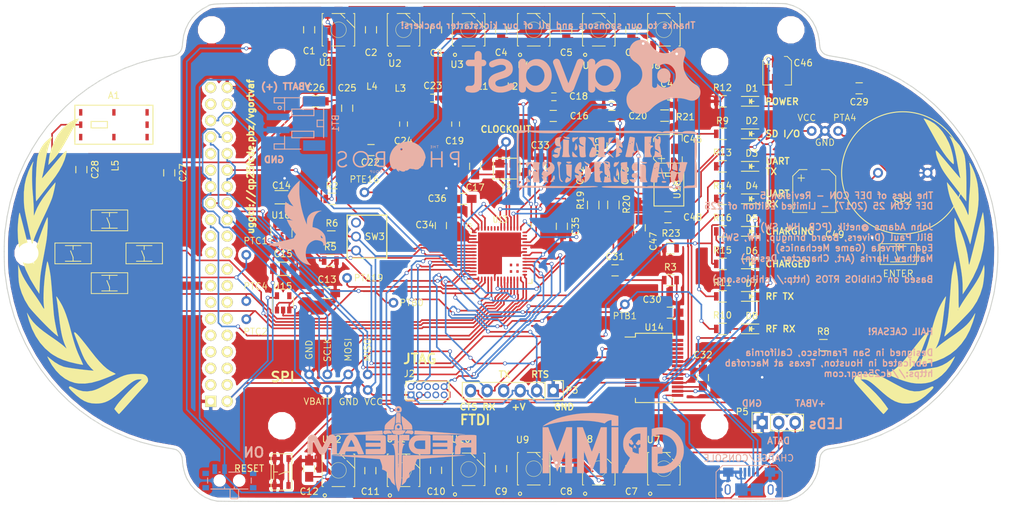
<source format=kicad_pcb>
(kicad_pcb (version 20160815) (host pcbnew "(2016-12-18 revision 3ffa37c)-master")
  (layers (0 F.Cu mixed) (31 B.Cu mixed) (34 B.Paste user) (35 F.Paste user) (36 B.SilkS user) (37 F.SilkS user) (38 B.Mask user) (39 F.Mask user) (44 Edge.Cuts user))
  (net 0 "")
  (net 1 "Net-(A1-Pad1)")
  (net 2 "Net-(A1-Pad3)")
  (net 3 "Net-(A1-Pad8)")
  (net 4 "Net-(A1-Pad6)")
  (net 5 "Net-(A1-Pad7)")
  (net 6 "Net-(A1-Pad2)")
  (net 7 "Net-(A1-Pad5)")
  (net 8 "Net-(A1-Pad4)")
  (net 9 GND)
  (net 10 VBAT)
  (net 11 VUSB)
  (net 12 VR_PA)
  (net 13 LEDS_IN)
  (net 14 "Net-(C19-Pad1)")
  (net 15 "Net-(C20-Pad2)")
  (net 16 "Net-(C21-Pad2)")
  (net 17 VCC)
  (net 18 "Net-(C23-Pad1)")
  (net 19 "Net-(C24-Pad1)")
  (net 20 "Net-(C25-Pad1)")
  (net 21 "Net-(C26-Pad1)")
  (net 22 +3V3)
  (net 23 "Net-(D1-Pad1)")
  (net 24 "Net-(D2-Pad1)")
  (net 25 "Net-(D3-Pad1)")
  (net 26 "Net-(D3-Pad2)")
  (net 27 "Net-(D4-Pad2)")
  (net 28 "Net-(D4-Pad1)")
  (net 29 "Net-(D5-Pad1)")
  (net 30 "Net-(D6-Pad2)")
  (net 31 "Net-(D7-Pad1)")
  (net 32 "Net-(D8-Pad1)")
  (net 33 DEBUG_SWD_DIO)
  (net 34 RESET_TGTMCU)
  (net 35 "Net-(J2-Pad8)")
  (net 36 "Net-(J2-Pad6)")
  (net 37 DEBUG_SWD_CLK)
  (net 38 "Net-(J2-Pad9)")
  (net 39 "Net-(J2-Pad7)")
  (net 40 "Net-(L1-Pad1)")
  (net 41 TILTSENS)
  (net 42 "Net-(P2-Pad39)")
  (net 43 "Net-(P2-Pad38)")
  (net 44 "Net-(P2-Pad37)")
  (net 45 "Net-(P2-Pad36)")
  (net 46 PTB0)
  (net 47 "DISP_SDI(MOSI)")
  (net 48 DISP_SCK)
  (net 49 "DISP_SDO(MISO)")
  (net 50 "Net-(P2-Pad31)")
  (net 51 TOUCH_CS)
  (net 52 "Net-(P2-Pad29)")
  (net 53 "Net-(P2-Pad26)")
  (net 54 DISP_DC)
  (net 55 DISP_CS)
  (net 56 "Net-(P2-Pad22)")
  (net 57 "Net-(P2-Pad21)")
  (net 58 "Net-(P2-Pad20)")
  (net 59 "Net-(P2-Pad19)")
  (net 60 "Net-(P2-Pad18)")
  (net 61 "Net-(P2-Pad17)")
  (net 62 "Net-(P2-Pad16)")
  (net 63 "Net-(P2-Pad15)")
  (net 64 "Net-(P2-Pad14)")
  (net 65 "Net-(P2-Pad13)")
  (net 66 "Net-(P2-Pad12)")
  (net 67 "Net-(P2-Pad11)")
  (net 68 "Net-(P2-Pad10)")
  (net 69 "Net-(P2-Pad9)")
  (net 70 "Net-(P2-Pad8)")
  (net 71 "Net-(P2-Pad7)")
  (net 72 "Net-(P2-Pad6)")
  (net 73 "Net-(P2-Pad5)")
  (net 74 "Net-(P2-Pad4)")
  (net 75 "Net-(P2-Pad3)")
  (net 76 "Net-(P3-Pad6)")
  (net 77 UART_RX)
  (net 78 UART_TX)
  (net 79 UART0_CTS)
  (net 80 "Net-(P4-Pad2)")
  (net 81 "Net-(P4-Pad3)")
  (net 82 PWM_SOUND)
  (net 83 "Net-(R2-Pad2)")
  (net 84 "Net-(R3-Pad1)")
  (net 85 "Net-(R5-Pad1)")
  (net 86 RF_RESET)
  (net 87 PTE16)
  (net 88 "Net-(R15-Pad1)")
  (net 89 "Net-(SW2-Pad3)")
  (net 90 "Net-(U1-PadP$2)")
  (net 91 "Net-(U2-PadP$2)")
  (net 92 "Net-(U3-PadP$2)")
  (net 93 "Net-(U4-PadP$2)")
  (net 94 "Net-(U5-PadP$2)")
  (net 95 "Net-(U6-PadP$2)")
  (net 96 "Net-(U7-PadP$2)")
  (net 97 "Net-(U8-PadP$2)")
  (net 98 "Net-(U10-PadP$4)")
  (net 99 "Net-(U10-PadP$2)")
  (net 100 "Net-(U11-PadP$2)")
  (net 101 "Net-(U13-Pad59)")
  (net 102 "Net-(U13-Pad57)")
  (net 103 "Net-(U13-Pad58)")
  (net 104 "Net-(U13-Pad60)")
  (net 105 CLOCKOUT)
  (net 106 "Net-(U13-Pad53)")
  (net 107 "Net-(U13-Pad52)")
  (net 108 "Net-(U13-Pad51)")
  (net 109 "Net-(U13-Pad50)")
  (net 110 "Net-(U13-Pad41)")
  (net 111 "Net-(U13-Pad37)")
  (net 112 "Net-(U13-Pad30)")
  (net 113 "Net-(U14-Pad28)")
  (net 114 "Net-(U14-Pad27)")
  (net 115 "Net-(U14-Pad24)")
  (net 116 "Net-(U14-Pad14)")
  (net 117 "Net-(U14-Pad13)")
  (net 118 "Net-(U14-Pad12)")
  (net 119 "Net-(U14-Pad10)")
  (net 120 "Net-(U14-Pad9)")
  (net 121 "Net-(U14-Pad8)")
  (net 122 "Net-(U14-Pad6)")
  (net 123 "Net-(U14-Pad4)")
  (net 124 "Net-(U14-Pad2)")
  (net 125 "Net-(U15-Pad4)")
  (net 126 "Net-(C17-Pad1)")
  (net 127 "Net-(C33-Pad1)")
  (net 128 "Net-(P5-Pad2)")
  (net 129 "Net-(SW3-Pad3)")
  (net 130 SWENTER)
  (net 131 SWUP)
  (net 132 SWR)
  (net 133 SWL)
  (net 134 SWDN)
  (net 135 "Net-(C49-PadP$2)")
  (net 136 DIO0)
  (net 137 DACOUT)
  (net 138 "Net-(C45-PadP$1)")
  (net 139 "Net-(C44-Pad1)")
  (net 140 "Net-(C47-Pad1)")
  (net 141 "Net-(C46-PadP$1)")
  (net 142 "Net-(C45-PadP$2)")
  (net 143 "Net-(C47-Pad2)")
  (net 144 "Net-(C43-Pad2)")
  (net 145 "Net-(C42-Pad1)")
  (net 146 "Net-(C42-Pad2)")
  (net 147 "Net-(H5-Pad1)")
  (net 148 "Net-(H6-Pad1)")
  (net 149 "Net-(H1-Pad1)")
  (net 150 "Net-(H2-Pad1)")
  (net 151 "Net-(H3-Pad1)")
  (net 152 "Net-(H4-Pad1)")
  (net 153 "Net-(H7-Pad1)")
  (net 154 PTB1)
  (net 155 VCHG)
  (module logos:urbane_val (layer B.Cu) (at 117.65 84.282 180)
    (fp_text reference G*** hide)
    (fp_text value LOGO hide)
  )
  (module logos:phobos_19mm_x_5.5mm (layer B.Cu) (at 133.18 74.442 180)
    (fp_text reference "" (at 0 0 180) (layer B.SilkS) (effects (justify mirror)))
    (fp_text value "" (at 0 0 180) (layer B.SilkS) (effects (justify mirror)))
  )
  (module jna-parts:mkw01z128-updated (layer F.Cu) (at 148.7778 89.18195)
    (fp_text reference U13 (at 0.0922 -5.24995) (layer F.SilkS) (effects (font (size 1.016 0.762) (thickness 0.127))))
    (fp_text value MKW01Z128 hide)
    (pad "" smd rect (at 0 -1.37) (size 6.604 3.754) (layers F.Cu))
    (pad "" smd rect (at -1.46 1.54) (size 3.6827 3.2385) (layers F.Cu))
    (pad 59 smd rect (at 1.7615 2.7501) (size 0.3556 0.4181) (layers F.Cu F.Paste F.Mask) (net 101 "Net-(U13-Pad59)"))
    (pad 57 smd rect (at 1.7615 1.7501) (size 0.3556 0.4181) (layers F.Cu F.Paste F.Mask) (net 102 "Net-(U13-Pad57)"))
    (pad 58 smd rect (at 2.7615 1.7501) (size 0.3556 0.4181) (layers F.Cu F.Paste F.Mask) (net 103 "Net-(U13-Pad58)"))
    (pad 60 smd rect (at 2.7615 2.7501) (size 0.3556 0.4181) (layers F.Cu F.Paste F.Mask) (net 104 "Net-(U13-Pad60)"))
    (pad 56 smd oval (at -3.2385 -3.8778) (size 0.254 0.7112) (layers F.Cu F.Paste F.Mask) (net 17 VCC))
    (pad 55 smd oval (at -2.7386 -3.8778) (size 0.254 0.7112) (layers F.Cu F.Paste F.Mask) (net 17 VCC))
    (pad 54 smd oval (at -2.2387 -3.8778) (size 0.254 0.7112) (layers F.Cu F.Paste F.Mask) (net 105 CLOCKOUT))
    (pad 53 smd oval (at -1.7388 -3.8778) (size 0.254 0.7112) (layers F.Cu F.Paste F.Mask) (net 106 "Net-(U13-Pad53)"))
    (pad 52 smd oval (at -1.2389 -3.8778) (size 0.254 0.7112) (layers F.Cu F.Paste F.Mask) (net 107 "Net-(U13-Pad52)"))
    (pad 51 smd oval (at -0.739 -3.8778) (size 0.254 0.7112) (layers F.Cu F.Paste F.Mask) (net 108 "Net-(U13-Pad51)"))
    (pad 50 smd oval (at -0.2391 -3.8778) (size 0.254 0.7112) (layers F.Cu F.Paste F.Mask) (net 109 "Net-(U13-Pad50)"))
    (pad 49 smd oval (at 0.2608 -3.8778) (size 0.254 0.7112) (layers F.Cu F.Paste F.Mask) (net 136 DIO0))
    (pad 48 smd oval (at 0.7607 -3.8778) (size 0.254 0.7112) (layers F.Cu F.Paste F.Mask) (net 86 RF_RESET))
    (pad 47 smd oval (at 1.2606 -3.8778) (size 0.254 0.7112) (layers F.Cu F.Paste F.Mask) (net 126 "Net-(C17-Pad1)"))
    (pad 46 smd oval (at 1.7605 -3.8778) (size 0.254 0.7112) (layers F.Cu F.Paste F.Mask) (net 127 "Net-(C33-Pad1)"))
    (pad 45 smd oval (at 2.2604 -3.8778) (size 0.254 0.7112) (layers F.Cu F.Paste F.Mask) (net 15 "Net-(C20-Pad2)"))
    (pad 44 smd oval (at 2.7603 -3.8778) (size 0.254 0.7112) (layers F.Cu F.Paste F.Mask) (net 16 "Net-(C21-Pad2)"))
    (pad 43 smd oval (at 3.2602 -3.8778) (size 0.254 0.7112) (layers F.Cu F.Paste F.Mask) (net 17 VCC))
    (pad 15 smd oval (at -3.2385 3.8778) (size 0.254 0.7112) (layers F.Cu F.Paste F.Mask) (net 105 CLOCKOUT))
    (pad 16 smd oval (at -2.7385 3.8778) (size 0.254 0.7112) (layers F.Cu F.Paste F.Mask) (net 131 SWUP))
    (pad 17 smd oval (at -2.2385 3.8778) (size 0.254 0.7112) (layers F.Cu F.Paste F.Mask) (net 46 PTB0))
    (pad 18 smd oval (at -1.7385 3.8778) (size 0.254 0.7112) (layers F.Cu F.Paste F.Mask) (net 154 PTB1))
    (pad 19 smd oval (at -1.2385 3.8778) (size 0.254 0.7112) (layers F.Cu F.Paste F.Mask) (net 17 VCC))
    (pad 20 smd oval (at -0.7385 3.8778) (size 0.254 0.7112) (layers F.Cu F.Paste F.Mask) (net 9 GND))
    (pad 21 smd oval (at -0.2385 3.8778) (size 0.254 0.7112) (layers F.Cu F.Paste F.Mask) (net 82 PWM_SOUND))
    (pad 22 smd oval (at 0.2615 3.8778) (size 0.254 0.7112) (layers F.Cu F.Paste F.Mask) (net 79 UART0_CTS))
    (pad 23 smd oval (at 0.7615 3.8778) (size 0.254 0.7112) (layers F.Cu F.Paste F.Mask) (net 134 SWDN))
    (pad 24 smd oval (at 1.2615 3.8778) (size 0.254 0.7112) (layers F.Cu F.Paste F.Mask) (net 132 SWR))
    (pad 25 smd oval (at 1.7615 3.8778) (size 0.254 0.7112) (layers F.Cu F.Paste F.Mask) (net 133 SWL))
    (pad 26 smd oval (at 2.2615 3.8778) (size 0.254 0.7112) (layers F.Cu F.Paste F.Mask) (net 136 DIO0))
    (pad 27 smd oval (at 2.7615 3.8778) (size 0.254 0.7112) (layers F.Cu F.Paste F.Mask) (net 55 DISP_CS))
    (pad 28 smd oval (at 3.2615 3.8778) (size 0.254 0.7112) (layers F.Cu F.Paste F.Mask) (net 48 DISP_SCK))
    (pad 1 smd oval (at -3.8778 -3.2499) (size 0.7112 0.254) (layers F.Cu F.Paste F.Mask) (net 17 VCC))
    (pad 2 smd oval (at -3.8778 -2.7499) (size 0.7112 0.254) (layers F.Cu F.Paste F.Mask) (net 9 GND))
    (pad 3 smd oval (at -3.8778 -2.2499) (size 0.7112 0.254) (layers F.Cu F.Paste F.Mask) (net 9 GND))
    (pad 4 smd oval (at -3.8778 -1.7499) (size 0.7112 0.254) (layers F.Cu F.Paste F.Mask) (net 9 GND))
    (pad 5 smd oval (at -3.8778 -1.2499) (size 0.7112 0.254) (layers F.Cu F.Paste F.Mask) (net 87 PTE16))
    (pad 6 smd oval (at -3.8778 -0.7499) (size 0.7112 0.254) (layers F.Cu F.Paste F.Mask) (net 13 LEDS_IN))
    (pad 7 smd oval (at -3.8778 -0.2499) (size 0.7112 0.254) (layers F.Cu F.Paste F.Mask) (net 54 DISP_DC))
    (pad 8 smd oval (at -3.8778 0.2501) (size 0.7112 0.254) (layers F.Cu F.Paste F.Mask) (net 51 TOUCH_CS))
    (pad 9 smd oval (at -3.8778 0.7501) (size 0.7112 0.254) (layers F.Cu F.Paste F.Mask) (net 137 DACOUT))
    (pad 10 smd oval (at -3.8778 1.2501) (size 0.7112 0.254) (layers F.Cu F.Paste F.Mask) (net 37 DEBUG_SWD_CLK))
    (pad 11 smd oval (at -3.8778 1.7501) (size 0.7112 0.254) (layers F.Cu F.Paste F.Mask) (net 33 DEBUG_SWD_DIO))
    (pad 12 smd oval (at -3.8778 2.2501) (size 0.7112 0.254) (layers F.Cu F.Paste F.Mask) (net 130 SWENTER))
    (pad 13 smd oval (at -3.8778 2.7501) (size 0.7112 0.254) (layers F.Cu F.Paste F.Mask) (net 78 UART_TX))
    (pad 14 smd oval (at -3.8778 3.2501) (size 0.7112 0.254) (layers F.Cu F.Paste F.Mask) (net 77 UART_RX))
    (pad 42 smd oval (at 3.8778 -3.2499) (size 0.7112 0.254) (layers F.Cu F.Paste F.Mask) (net 12 VR_PA))
    (pad 41 smd oval (at 3.8778 -2.7499) (size 0.7112 0.254) (layers F.Cu F.Paste F.Mask) (net 110 "Net-(U13-Pad41)"))
    (pad 40 smd oval (at 3.8778 -2.2499) (size 0.7112 0.254) (layers F.Cu F.Paste F.Mask) (net 9 GND))
    (pad 39 smd oval (at 3.8778 -1.7499) (size 0.7112 0.254) (layers F.Cu F.Paste F.Mask) (net 40 "Net-(L1-Pad1)"))
    (pad 38 smd oval (at 3.8778 -1.2499) (size 0.7112 0.254) (layers F.Cu F.Paste F.Mask) (net 9 GND))
    (pad 37 smd oval (at 3.8778 -0.7499) (size 0.7112 0.254) (layers F.Cu F.Paste F.Mask) (net 111 "Net-(U13-Pad37)"))
    (pad 36 smd oval (at 3.8778 -0.2499) (size 0.7112 0.254) (layers F.Cu F.Paste F.Mask) (net 9 GND))
    (pad 35 smd oval (at 3.8778 0.2501) (size 0.7112 0.254) (layers F.Cu F.Paste F.Mask) (net 17 VCC))
    (pad 34 smd oval (at 3.8778 0.7501) (size 0.7112 0.254) (layers F.Cu F.Paste F.Mask) (net 47 "DISP_SDI(MOSI)"))
    (pad 33 smd oval (at 3.8778 1.2501) (size 0.7112 0.254) (layers F.Cu F.Paste F.Mask) (net 34 RESET_TGTMCU))
    (pad 32 smd oval (at 3.8778 1.7501) (size 0.7112 0.254) (layers F.Cu F.Paste F.Mask) (net 49 "DISP_SDO(MISO)"))
    (pad 31 smd oval (at 3.8778 2.2501) (size 0.7112 0.254) (layers F.Cu F.Paste F.Mask) (net 86 RF_RESET))
    (pad 30 smd oval (at 3.8778 2.7501) (size 0.7112 0.254) (layers F.Cu F.Paste F.Mask) (net 112 "Net-(U13-Pad30)"))
    (pad 29 smd oval (at 3.8778 3.2501) (size 0.7112 0.254) (layers F.Cu F.Paste F.Mask) (net 41 TILTSENS))
    (pad 61 smd rect (at -1.5 1.4181) (size 2.87 2.87) (layers F.Cu F.Mask))
    (pad 62 smd rect (at 1.45 -1.55) (size 2.72 2.72) (layers F.Cu F.Mask))
  )
  (module logos:hw_200dpi (layer B.Cu) (at 164.77 74.092 180)
    (fp_text reference "" (at 0 0 180) (layer B.SilkS) (effects (justify mirror)))
    (fp_text value "" (at 0 0 180) (layer B.SilkS) (effects (justify mirror)))
  )
  (module logos:avast_36_11 (layer B.Cu) (at 161.59 61.992 180)
    (fp_text reference G*** hide)
    (fp_text value LOGO hide)
  )
  (module Resistors_SMD:R_0805 (layer F.Cu) (at 175.03 88.362 180)
    (fp_text reference R23 (at -0.1 2.3 180) (layer F.SilkS))
    (fp_text value 10k)
    (pad 2 smd rect (at 0.95 0 180) (size 0.7 1.3) (layers F.Cu F.Paste F.Mask) (net 9 GND))
    (pad 1 smd rect (at -0.95 0 180) (size 0.7 1.3) (layers F.Cu F.Paste F.Mask) (net 143 "Net-(C47-Pad2)"))
  )
  (module Capacitors_SMD:C_0805_HandSoldering (layer F.Cu) (at 163.17 77.152 270)
    (fp_text reference C42 (at 0 2 270) (layer F.SilkS))
    (fp_text value 10uF)
    (pad 1 smd rect (at -1.25 0 270) (size 1.5 1.25) (layers F.Cu F.Paste F.Mask) (net 145 "Net-(C42-Pad1)"))
    (pad 2 smd rect (at 1.25 0 270) (size 1.5 1.25) (layers F.Cu F.Paste F.Mask) (net 146 "Net-(C42-Pad2)"))
  )
  (module logos:grimm_600dpi (layer B.Cu) (at 166.15 121.092 180)
    (fp_text reference "" (at 0 0 180) (layer B.SilkS) (effects (justify mirror)))
    (fp_text value "" (at 0 0 180) (layer B.SilkS) (effects (justify mirror)))
  )
  (module logos:redteam_31_40 (layer B.Cu) (at 132.89 118.432 180)
    (fp_text reference "" (at 0 0 180) (layer B.SilkS) (effects (justify mirror)))
    (fp_text value "" (at 0 0 180) (layer B.SilkS) (effects (justify mirror)))
  )
  (module logos:laurel_right (layer F.Cu) (at 215.278 91)
    (fp_text reference "" (at 0 0) (layer F.SilkS))
    (fp_text value "" (at 0 0) (layer F.SilkS))
  )
  (module logos:laurel (layer F.Cu) (at 82.69 91)
    (fp_text reference "" (at 0 0) (layer F.SilkS))
    (fp_text value "" (at 0 0) (layer F.SilkS))
  )
  (module Pin_Headers:Pin_Header_Straight_1x06 (layer F.Cu) (at 157.03 110.262 270)
    (fp_text reference P3 (at -0.064 -2.876) (layer F.SilkS))
    (fp_text value "FTDI BACKUP")
    (pad 6 thru_hole oval (at 0 12.7 270) (size 2.032 1.7272) (drill 1.016) (layers *.Cu *.Mask) (net 76 "Net-(P3-Pad6)"))
    (pad 5 thru_hole oval (at 0 10.16 270) (size 2.032 1.7272) (drill 1.016) (layers *.Cu *.Mask) (net 77 UART_RX))
    (pad 4 thru_hole oval (at 0 7.62 270) (size 2.032 1.7272) (drill 1.016) (layers *.Cu *.Mask) (net 78 UART_TX))
    (pad 3 thru_hole oval (at 0 5.08 270) (size 2.032 1.7272) (drill 1.016) (layers *.Cu *.Mask) (net 17 VCC))
    (pad 2 thru_hole oval (at 0 2.54 270) (size 2.032 1.7272) (drill 1.016) (layers *.Cu *.Mask) (net 79 UART0_CTS))
    (pad 1 thru_hole rect (at 0 0 270) (size 2.032 1.7272) (drill 1.016) (layers *.Cu *.Mask) (net 9 GND))
  )
  (module Measurement_Points:Measurement_Point_Round-TH_Small (layer F.Cu) (at 109.868 99.276)
    (fp_text reference TP7 hide)
    (fp_text value PTC2)
    (pad 1 thru_hole circle (at 0 0) (size 1.5 1.5) (drill 0.8) (layers *.Cu *.Mask) (net 133 SWL))
  )
  (module Measurement_Points:Measurement_Point_Round-TH_Small (layer F.Cu) (at 168.034 96.99)
    (fp_text reference TP14 hide)
    (fp_text value PTB1)
    (pad 1 thru_hole circle (at 0 0) (size 1.5 1.5) (drill 0.8) (layers *.Cu *.Mask) (net 154 PTB1))
  )
  (module Measurement_Points:Measurement_Point_Round-TH_Small (layer F.Cu) (at 128.03 79.762)
    (fp_text reference TP13 hide)
    (fp_text value PTE16)
    (pad 1 thru_hole circle (at 0 0) (size 1.5 1.5) (drill 0.8) (layers *.Cu *.Mask) (net 87 PTE16))
  )
  (module Measurement_Points:Measurement_Point_Round-TH_Small (layer F.Cu) (at 132.474 96.736)
    (fp_text reference TP12 hide)
    (fp_text value PTB0)
    (pad 1 thru_hole circle (at 0 0) (size 1.5 1.5) (drill 0.8) (layers *.Cu *.Mask) (net 46 PTB0))
  )
  (module Measurement_Points:Measurement_Point_Round-TH_Small (layer F.Cu) (at 109.868 89.37)
    (fp_text reference TP11 hide)
    (fp_text value PTC1)
    (pad 1 thru_hole circle (at 0 0) (size 1.5 1.5) (drill 0.8) (layers *.Cu *.Mask) (net 132 SWR))
  )
  (module Measurement_Points:Measurement_Point_Round-TH_Small (layer F.Cu) (at 125.362 92.926)
    (fp_text reference TP6 hide)
    (fp_text value PTA19)
    (pad 1 thru_hole circle (at 0 0) (size 1.5 1.5) (drill 0.8) (layers *.Cu *.Mask) (net 131 SWUP))
  )
  (module Measurement_Points:Measurement_Point_Round-TH_Small (layer F.Cu) (at 109.868 96.482)
    (fp_text reference TP8 hide)
    (fp_text value PTC4)
    (pad 1 thru_hole circle (at 0 0) (size 1.5 1.5) (drill 0.8) (layers *.Cu *.Mask) (net 134 SWDN))
  )
  (module Capacitors_SMD:C_0805_HandSoldering (layer F.Cu) (at 139.77 84.872 90)
    (fp_text reference C34 (at 0.11 -2.46 180) (layer F.SilkS))
    (fp_text value 0.1uF)
    (pad 2 smd rect (at 1.25 0 90) (size 1.5 1.25) (layers F.Cu F.Paste F.Mask) (net 17 VCC))
    (pad 1 smd rect (at -1.25 0 90) (size 1.5 1.25) (layers F.Cu F.Paste F.Mask) (net 9 GND))
  )
  (module Capacitors_SMD:C_0805_HandSoldering (layer F.Cu) (at 158.355 84.987 270)
    (fp_text reference C35 (at 0 -2.1 270) (layer F.SilkS))
    (fp_text value 0.1uF)
    (pad 1 smd rect (at -1.25 0 270) (size 1.5 1.25) (layers F.Cu F.Paste F.Mask) (net 17 VCC))
    (pad 2 smd rect (at 1.25 0 270) (size 1.5 1.25) (layers F.Cu F.Paste F.Mask) (net 9 GND))
  )
  (module Capacitors_SMD:C_0805_HandSoldering (layer F.Cu) (at 143.24 80.762 180)
    (fp_text reference C36 (at 4.04 0.06 180) (layer F.SilkS))
    (fp_text value 0.1uF)
    (pad 2 smd rect (at 1.25 0 180) (size 1.5 1.25) (layers F.Cu F.Paste F.Mask) (net 9 GND))
    (pad 1 smd rect (at -1.25 0 180) (size 1.5 1.25) (layers F.Cu F.Paste F.Mask) (net 17 VCC))
  )
  (module Capacitors_SMD:C_0603_HandSoldering (layer F.Cu) (at 174.93 64.962)
    (fp_text reference C44 (at 0 -1.9) (layer F.SilkS))
    (fp_text value 0.01uF)
    (pad 2 smd rect (at 0.95 0) (size 1.2 0.75) (layers F.Cu F.Paste F.Mask) (net 9 GND))
    (pad 1 smd rect (at -0.95 0) (size 1.2 0.75) (layers F.Cu F.Paste F.Mask) (net 139 "Net-(C44-Pad1)"))
  )
  (module Capacitors_SMD:C_0603_HandSoldering (layer F.Cu) (at 134.03 69.262 270)
    (fp_text reference C24 (at 2.582 0.032) (layer F.SilkS))
    (fp_text value 7.5pF)
    (pad 1 smd rect (at -0.95 0 270) (size 1.2 0.75) (layers F.Cu F.Paste F.Mask) (net 19 "Net-(C24-Pad1)"))
    (pad 2 smd rect (at 0.95 0 270) (size 1.2 0.75) (layers F.Cu F.Paste F.Mask) (net 9 GND))
  )
  (module Capacitors_SMD:C_0603_HandSoldering (layer F.Cu) (at 138.53 65.262)
    (fp_text reference C23 (at 0 -1.9) (layer F.SilkS))
    (fp_text value 6.8pF)
    (pad 2 smd rect (at 0.95 0) (size 1.2 0.75) (layers F.Cu F.Paste F.Mask) (net 14 "Net-(C19-Pad1)"))
    (pad 1 smd rect (at -0.95 0) (size 1.2 0.75) (layers F.Cu F.Paste F.Mask) (net 18 "Net-(C23-Pad1)"))
  )
  (module Capacitors_SMD:C_0603_HandSoldering (layer F.Cu) (at 142.03 69.262 270)
    (fp_text reference C19 (at 2.582 0.158) (layer F.SilkS))
    (fp_text value 2pF)
    (pad 1 smd rect (at -0.95 0 270) (size 1.2 0.75) (layers F.Cu F.Paste F.Mask) (net 14 "Net-(C19-Pad1)"))
    (pad 2 smd rect (at 0.95 0 270) (size 1.2 0.75) (layers F.Cu F.Paste F.Mask) (net 9 GND))
  )
  (module Capacitors_SMD:C_0603_HandSoldering (layer F.Cu) (at 157.13 65.062)
    (fp_text reference C18 (at 3.792 -0.076) (layer F.SilkS))
    (fp_text value 0.01uF)
    (pad 2 smd rect (at 0.95 0) (size 1.2 0.75) (layers F.Cu F.Paste F.Mask) (net 9 GND))
    (pad 1 smd rect (at -0.95 0) (size 1.2 0.75) (layers F.Cu F.Paste F.Mask) (net 12 VR_PA))
  )
  (module Mounting_Holes:MountingHole_3.2mm_M3_DIN965 (layer F.Cu) (at 76.34 89.116)
    (fp_text reference H7 hide)
    (fp_text value CONN_01X01)
    (pad 1 np_thru_hole circle (at 0 0) (size 3.2 3.2) (drill 3.2) (layers *.Cu *.Mask) (net 153 "Net-(H7-Pad1)"))
  )
  (module MF_Connectors:MF_Connectors-MICROUSB-RIGHT (layer B.Cu) (at 187.13 124.062 180)
    (fp_text reference P4 hide)
    (fp_text value CHARGE/CONSOLE (at 0.07 3.43 180) (layer B.SilkS) (effects (font (size 1.016 1.016) (thickness 0.1524)) (justify mirror)))
    (pad 1 smd rect (at -1.29794 1.27) (size 0.39878 1.34874) (layers B.Cu B.Paste B.Mask) (net 11 VUSB) (clearance 0.127))
    (pad 2 smd rect (at -0.6477 1.27) (size 0.39878 1.34874) (layers B.Cu B.Paste B.Mask) (net 80 "Net-(P4-Pad2)") (clearance 0.127))
    (pad 3 smd rect (at 0 1.27) (size 0.39878 1.34874) (layers B.Cu B.Paste B.Mask) (net 81 "Net-(P4-Pad3)") (clearance 0.127))
    (pad 4 smd rect (at 0.6477 1.27) (size 0.39878 1.34874) (layers B.Cu B.Paste B.Mask) (net 9 GND) (clearance 0.127))
    (pad 5 smd rect (at 1.29794 1.27) (size 0.39878 1.34874) (layers B.Cu B.Paste B.Mask) (net 9 GND) (clearance 0.127))
    (pad S1 smd oval (at -3.29946 -1.39954) (size 0.89916 1.59766) (layers B.Cu B.Paste B.Mask) (net 9 GND))
    (pad S2 smd oval (at 3.29946 -1.39954) (size 0.89916 1.59766) (layers B.Cu B.Paste B.Mask) (net 9 GND))
    (pad S3 smd rect (at -3.19786 1.27 90) (size 1.39954 1.59766) (layers B.Cu B.Paste B.Mask) (net 9 GND))
    (pad S4 smd rect (at 3.19786 1.27 90) (size 1.39954 1.59766) (layers B.Cu B.Paste B.Mask) (net 9 GND))
    (pad S5 smd rect (at -1.19888 -1.40462 180) (size 1.89992 1.89992) (layers B.Cu B.Paste B.Mask) (net 9 GND))
    (pad S6 smd rect (at 1.19888 -1.40462 180) (size 1.89992 1.89992) (layers B.Cu B.Paste B.Mask) (net 9 GND))
    (pad S7 smd oval (at -3.29946 -1.39954) (size 0.89916 1.59766) (layers F.Cu F.Mask))
    (pad S8 smd oval (at 3.29946 -1.39954) (size 0.89916 1.59766) (layers F.Cu F.Mask))
    (pad SLOT thru_hole oval (at -3.3 -1.4 180) (size 0.5 1.2) (drill oval 0.5 1.2) (layers *.Cu *.Mask) (clearance 0.000003))
    (pad SLOT thru_hole oval (at 3.3 -1.4 180) (size 0.5 1.2) (drill oval 0.5 1.2) (layers *.Cu *.Mask) (clearance 0.000003))
  )
  (module Capacitors_SMD:C_0805_HandSoldering (layer F.Cu) (at 174.65 83.592 180)
    (fp_text reference C48 (at -3.8 0 180) (layer F.SilkS))
    (fp_text value 10uF)
    (pad 2 smd rect (at 1.25 0 180) (size 1.5 1.25) (layers F.Cu F.Paste F.Mask) (net 9 GND))
    (pad 1 smd rect (at -1.25 0 180) (size 1.5 1.25) (layers F.Cu F.Paste F.Mask) (net 10 VBAT))
  )
  (module Capacitors_SMD:C_0805_HandSoldering (layer F.Cu) (at 170.32 85.212 270)
    (fp_text reference C47 (at 2.08 -2.08 270) (layer F.SilkS))
    (fp_text value .047uF)
    (pad 2 smd rect (at 1.25 0 270) (size 1.5 1.25) (layers F.Cu F.Paste F.Mask) (net 143 "Net-(C47-Pad2)"))
    (pad 1 smd rect (at -1.25 0 270) (size 1.5 1.25) (layers F.Cu F.Paste F.Mask) (net 140 "Net-(C47-Pad1)"))
  )
  (module Capacitors_SMD:C_0805_HandSoldering (layer F.Cu) (at 166.22 77.242 270)
    (fp_text reference C43 (at -0.06 -1.86 270) (layer F.SilkS))
    (fp_text value 10uF)
    (pad 2 smd rect (at 1.25 0 270) (size 1.5 1.25) (layers F.Cu F.Paste F.Mask) (net 144 "Net-(C43-Pad2)"))
    (pad 1 smd rect (at -1.25 0 270) (size 1.5 1.25) (layers F.Cu F.Paste F.Mask) (net 145 "Net-(C42-Pad1)"))
  )
  (module MF_Passives:MF_Passives-CP4MM (layer F.Cu) (at 174.65 73.072 270)
    (fp_text reference C45 (at -1.482 -3.798) (layer F.SilkS) (effects (font (size 1.016 1.016) (thickness 0.1524))))
    (fp_text value 10uF hide)
    (pad P$1 smd rect (at 0 1.74752) (size 2.49936 1.59766) (layers F.Cu F.Paste F.Mask) (net 138 "Net-(C45-PadP$1)"))
    (pad P$2 smd rect (at 0 -1.74752) (size 2.49936 1.59766) (layers F.Cu F.Paste F.Mask) (net 142 "Net-(C45-PadP$2)"))
  )
  (module MF_Passives:MF_Passives-CP4MM (layer F.Cu) (at 191.43 61.062 180)
    (fp_text reference C46 (at -4 1.2 180) (layer F.SilkS) (effects (font (size 1.016 1.016) (thickness 0.1524))))
    (fp_text value 10uF hide)
    (pad P$2 smd rect (at 0 -1.74752 270) (size 2.49936 1.59766) (layers F.Cu F.Paste F.Mask) (net 9 GND))
    (pad P$1 smd rect (at 0 1.74752 270) (size 2.49936 1.59766) (layers F.Cu F.Paste F.Mask) (net 141 "Net-(C46-PadP$1)"))
  )
  (module MF_Passives:MF_Passives-CP6.3MM (layer F.Cu) (at 197.13 79.562 180)
    (fp_text reference C49 (at -3.15 -6.7 180) (layer F.SilkS) (effects (font (size 1.016 1.016) (thickness 0.1524))))
    (fp_text value 100uF hide)
    (pad P$1 smd rect (at 0 2.69748 270) (size 3.19786 1.59766) (layers F.Cu F.Paste F.Mask) (net 140 "Net-(C47-Pad1)"))
    (pad P$2 smd rect (at 0 -2.69748 270) (size 3.19786 1.59766) (layers F.Cu F.Paste F.Mask) (net 135 "Net-(C49-PadP$2)"))
  )
  (module Measurement_Points:Measurement_Point_Round-TH_Small (layer F.Cu) (at 128.53 110.162)
    (fp_text reference TP3 hide)
    (fp_text value VCC)
    (pad 1 thru_hole circle (at 0 0) (size 1.5 1.5) (drill 0.8) (layers *.Cu *.Mask) (net 17 VCC))
  )
  (module Measurement_Points:Measurement_Point_Round-TH_Small (layer F.Cu) (at 128.53 107.762)
    (fp_text reference TP20 hide)
    (fp_text value SPI_CH1_MISO)
    (pad 1 thru_hole circle (at 0 0) (size 1.5 1.5) (drill 0.8) (layers *.Cu *.Mask) (net 49 "DISP_SDO(MISO)"))
  )
  (module Measurement_Points:Measurement_Point_Round-TH_Small (layer F.Cu) (at 125.53 110.162)
    (fp_text reference TP10 hide)
    (fp_text value GND)
    (pad 1 thru_hole circle (at 0 0) (size 1.5 1.5) (drill 0.8) (layers *.Cu *.Mask) (net 9 GND))
  )
  (module Measurement_Points:Measurement_Point_Round-TH_Small (layer F.Cu) (at 196.736 70.32)
    (fp_text reference TP9 hide)
    (fp_text value VCC)
    (pad 1 thru_hole circle (at 0 0) (size 1.5 1.5) (drill 0.8) (layers *.Cu *.Mask) (net 17 VCC))
  )
  (module Measurement_Points:Measurement_Point_Round-TH_Small (layer F.Cu) (at 200.8 70.32)
    (fp_text reference TP1 hide)
    (fp_text value PTA4)
    (pad 1 thru_hole circle (at 0 0) (size 1.5 1.5) (drill 0.8) (layers *.Cu *.Mask) (net 130 SWENTER))
  )
  (module Measurement_Points:Measurement_Point_Round-TH_Small (layer F.Cu) (at 198.768 70.32)
    (fp_text reference TP2 hide)
    (fp_text value GND)
    (pad 1 thru_hole circle (at 0 0) (size 1.5 1.5) (drill 0.8) (layers *.Cu *.Mask) (net 9 GND))
  )
  (module Measurement_Points:Measurement_Point_Round-TH_Small (layer F.Cu) (at 125.53 107.762)
    (fp_text reference TP19 hide)
    (fp_text value SPI_CH1_MOSI)
    (pad 1 thru_hole circle (at 0 0) (size 1.5 1.5) (drill 0.8) (layers *.Cu *.Mask) (net 47 "DISP_SDI(MOSI)"))
  )
  (module Measurement_Points:Measurement_Point_Round-TH_Small (layer F.Cu) (at 122.33 110.162)
    (fp_text reference TP4 hide)
    (fp_text value VBAT)
    (pad 1 thru_hole circle (at 0 0) (size 1.5 1.5) (drill 0.8) (layers *.Cu *.Mask) (net 10 VBAT))
  )
  (module Measurement_Points:Measurement_Point_Round-TH_Small (layer F.Cu) (at 149.78 72.012)
    (fp_text reference TP18 hide)
    (fp_text value CLOCKOUT)
    (pad 1 thru_hole circle (at 0 0) (size 1.5 1.5) (drill 0.8) (layers *.Cu *.Mask) (net 105 CLOCKOUT))
  )
  (module Measurement_Points:Measurement_Point_Round-TH_Small (layer F.Cu) (at 122.33 107.762)
    (fp_text reference TP17 hide)
    (fp_text value SPI_CH1_SCLK)
    (pad 1 thru_hole circle (at 0 0) (size 1.5 1.5) (drill 0.8) (layers *.Cu *.Mask) (net 48 DISP_SCK))
  )
  (module Measurement_Points:Measurement_Point_Round-TH_Small (layer F.Cu) (at 119.53 107.762)
    (fp_text reference TP5 hide)
    (fp_text value GND)
    (pad 1 thru_hole circle (at 0 0) (size 1.5 1.5) (drill 0.8) (layers *.Cu *.Mask) (net 9 GND))
  )
  (module Resistors_SMD:R_0805 (layer F.Cu) (at 163.17 81.712 270)
    (fp_text reference R19 (at -0.73 1.96 270) (layer F.SilkS))
    (fp_text value 1k)
    (pad 1 smd rect (at -0.95 0 270) (size 0.7 1.3) (layers F.Cu F.Paste F.Mask) (net 146 "Net-(C42-Pad2)"))
    (pad 2 smd rect (at 0.95 0 270) (size 0.7 1.3) (layers F.Cu F.Paste F.Mask) (net 82 PWM_SOUND))
  )
  (module Resistors_SMD:R_0805 (layer F.Cu) (at 166.17 72.742 90)
    (fp_text reference R22 (at 0 -2.1 90) (layer F.SilkS))
    (fp_text value 1k)
    (pad 1 smd rect (at -0.95 0 90) (size 0.7 1.3) (layers F.Cu F.Paste F.Mask) (net 139 "Net-(C44-Pad1)"))
    (pad 2 smd rect (at 0.95 0 90) (size 0.7 1.3) (layers F.Cu F.Paste F.Mask) (net 9 GND))
  )
  (module Resistors_SMD:R_0805 (layer F.Cu) (at 174.13 67.962)
    (fp_text reference R21 (at 3.2 0.2) (layer F.SilkS))
    (fp_text value 100k)
    (pad 2 smd rect (at 0.95 0) (size 0.7 1.3) (layers F.Cu F.Paste F.Mask) (net 145 "Net-(C42-Pad1)"))
    (pad 1 smd rect (at -0.95 0) (size 0.7 1.3) (layers F.Cu F.Paste F.Mask) (net 139 "Net-(C44-Pad1)"))
  )
  (module Resistors_SMD:R_0805 (layer F.Cu) (at 166.27 81.692 270)
    (fp_text reference R20 (at -0.1 -2.03 270) (layer F.SilkS))
    (fp_text value 1k)
    (pad 2 smd rect (at 0.95 0 270) (size 0.7 1.3) (layers F.Cu F.Paste F.Mask) (net 137 DACOUT))
    (pad 1 smd rect (at -0.95 0 270) (size 0.7 1.3) (layers F.Cu F.Paste F.Mask) (net 144 "Net-(C43-Pad2)"))
  )
  (module SMD_Packages:SOIC-8-N (layer F.Cu) (at 174.8 79.322 270)
    (fp_text reference U18 (at 0 -1.27 270) (layer F.SilkS))
    (fp_text value LM386)
    (pad 1 smd rect (at -1.905 3.175 270) (size 0.508 1.143) (layers F.Cu F.Paste F.Mask) (net 138 "Net-(C45-PadP$1)"))
    (pad 2 smd rect (at -0.635 3.175 270) (size 0.508 1.143) (layers F.Cu F.Paste F.Mask) (net 9 GND))
    (pad 3 smd rect (at 0.635 3.175 270) (size 0.508 1.143) (layers F.Cu F.Paste F.Mask) (net 139 "Net-(C44-Pad1)"))
    (pad 4 smd rect (at 1.905 3.175 270) (size 0.508 1.143) (layers F.Cu F.Paste F.Mask) (net 9 GND))
    (pad 5 smd rect (at 1.905 -3.175 270) (size 0.508 1.143) (layers F.Cu F.Paste F.Mask) (net 140 "Net-(C47-Pad1)"))
    (pad 6 smd rect (at 0.635 -3.175 270) (size 0.508 1.143) (layers F.Cu F.Paste F.Mask) (net 10 VBAT))
    (pad 7 smd rect (at -0.635 -3.175 270) (size 0.508 1.143) (layers F.Cu F.Paste F.Mask) (net 141 "Net-(C46-PadP$1)"))
    (pad 8 smd rect (at -1.905 -3.175 270) (size 0.508 1.143) (layers F.Cu F.Paste F.Mask) (net 142 "Net-(C45-PadP$2)"))
  )
  (module jna-parts:SPEAKER_AST_01708MR_R (layer F.Cu) (at 210.73 76.762)
    (fp_text reference SP2 (at 0 4.4) (layer F.SilkS))
    (fp_text value "MODEL TBD")
    (pad 1 thru_hole circle (at -3.8 0) (size 1.524 1.524) (drill 0.9) (layers *.Cu *.Mask) (net 135 "Net-(C49-PadP$2)"))
    (pad 2 thru_hole circle (at 3.8 0) (size 1.524 1.524) (drill 0.9) (layers *.Cu *.Mask) (net 9 GND))
  )
  (module jna-parts:Crystal_EXS00A-CS02368 (layer F.Cu) (at 149.93 76.162)
    (fp_text reference Y1 (at -0.15 2.6) (layer F.SilkS))
    (fp_text value EXS00A-CS02368)
    (pad 4 smd rect (at -1.1 -0.8) (size 1.4 1.2) (layers F.Cu F.Paste F.Mask) (net 9 GND))
    (pad 3 smd rect (at 1.1 -0.8) (size 1.4 1.2) (layers F.Cu F.Paste F.Mask) (net 127 "Net-(C33-Pad1)"))
    (pad 2 smd rect (at 1.1 0.8) (size 1.4 1.2) (layers F.Cu F.Paste F.Mask) (net 9 GND))
    (pad 1 smd rect (at -1.1 0.8) (size 1.4 1.2) (layers F.Cu F.Paste F.Mask) (net 126 "Net-(C17-Pad1)"))
  )
  (module jna-parts:Antenna_Wurth_7488910092 (layer F.Cu) (at 89.53 69.362 180)
    (fp_text reference A1 (at 0 4.5 180) (layer F.SilkS))
    (fp_text value 7488910092_ANTENNA)
    (pad 1 smd rect (at 5.1 -1.9 180) (size 0.5 1) (layers F.Cu F.Paste F.Mask) (net 1 "Net-(A1-Pad1)"))
    (pad 3 smd rect (at 5.1 1.9 180) (size 0.5 1) (layers F.Cu F.Paste F.Mask) (net 2 "Net-(A1-Pad3)"))
    (pad 8 smd rect (at -5.1 1.9 180) (size 0.5 1) (layers F.Cu F.Paste F.Mask) (net 3 "Net-(A1-Pad8)"))
    (pad 6 smd rect (at -5.1 -1.9 180) (size 0.5 1) (layers F.Cu F.Paste F.Mask) (net 4 "Net-(A1-Pad6)"))
    (pad 7 smd rect (at -5.1 0 180) (size 0.5 1) (layers F.Cu F.Paste F.Mask) (net 5 "Net-(A1-Pad7)"))
    (pad 2 smd rect (at 5.1 0 180) (size 0.5 1) (layers F.Cu F.Paste F.Mask) (net 6 "Net-(A1-Pad2)"))
    (pad 5 smd rect (at 0 1.9 180) (size 0.5 1) (layers F.Cu F.Paste F.Mask) (net 7 "Net-(A1-Pad5)"))
    (pad 4 smd rect (at 0 -1.9 180) (size 0.5 1) (layers F.Cu F.Paste F.Mask) (net 8 "Net-(A1-Pad4)"))
  )
  (module Connectors_JST:JST_PH_S2B-PH-SM4-TB_02x2.00mm_Angled (layer B.Cu) (at 117.53 69.162 270)
    (fp_text reference BT1 (at -0.02 -6.06 90) (layer B.SilkS) (effects (justify mirror)))
    (fp_text value "Battery 3.7v 1200mAh")
    (pad "" smd rect (at 3.4 -2.775 270) (size 1.6 3.4) (layers B.Cu B.Paste B.Mask))
    (pad "" smd rect (at -3.4 -2.775 270) (size 1.6 3.4) (layers B.Cu B.Paste B.Mask))
    (pad 2 smd rect (at 1 2.775 270) (size 1 3.5) (layers B.Cu B.Paste B.Mask) (net 9 GND))
    (pad 1 smd rect (at -1 2.775 270) (size 1 3.5) (layers B.Cu B.Paste B.Mask) (net 155 VCHG))
  )
  (module Pin_Headers:Pin_Header_Straight_2x05_Pitch1.27mm (layer F.Cu) (at 135.18 110.912 90)
    (fp_text reference J2 (at 3.25 -0.25) (layer F.SilkS))
    (fp_text value JTAG)
    (pad 2 thru_hole circle (at 1.27 0 90) (size 1.05 1.05) (drill 0.65) (layers *.Cu *.Mask) (net 33 DEBUG_SWD_DIO))
    (pad 10 thru_hole circle (at 1.27 5.08 90) (size 1.05 1.05) (drill 0.65) (layers *.Cu *.Mask) (net 34 RESET_TGTMCU))
    (pad 8 thru_hole circle (at 1.27 3.81 90) (size 1.05 1.05) (drill 0.65) (layers *.Cu *.Mask) (net 35 "Net-(J2-Pad8)"))
    (pad 6 thru_hole circle (at 1.27 2.54 90) (size 1.05 1.05) (drill 0.65) (layers *.Cu *.Mask) (net 36 "Net-(J2-Pad6)"))
    (pad 4 thru_hole circle (at 1.27 1.27 90) (size 1.05 1.05) (drill 0.65) (layers *.Cu *.Mask) (net 37 DEBUG_SWD_CLK))
    (pad 9 thru_hole circle (at 0 5.08 90) (size 1.05 1.05) (drill 0.65) (layers *.Cu *.Mask) (net 38 "Net-(J2-Pad9)"))
    (pad 7 thru_hole circle (at 0 3.81 90) (size 1.05 1.05) (drill 0.65) (layers *.Cu *.Mask) (net 39 "Net-(J2-Pad7)"))
    (pad 5 thru_hole circle (at 0 2.54 90) (size 1.05 1.05) (drill 0.65) (layers *.Cu *.Mask) (net 9 GND))
    (pad 3 thru_hole circle (at 0 1.27 90) (size 1.05 1.05) (drill 0.65) (layers *.Cu *.Mask) (net 9 GND))
    (pad 1 thru_hole rect (at 0 0 90) (size 1.05 1.05) (drill 0.65) (layers *.Cu *.Mask) (net 17 VCC))
  )
  (module jna-parts:IDC_HEADER_FEMALE (layer F.Cu) (at 104.4 111.9 90)
    (fp_text reference P2 hide)
    (fp_text value CONN_02X20)
    (pad 40 thru_hole oval (at 48.26 2.54 90) (size 1.7272 1.7272) (drill 1.016) (layers *.Cu *.Mask F.SilkS) (net 9 GND))
    (pad 39 thru_hole oval (at 48.26 0 90) (size 1.7272 1.7272) (drill 1.016) (layers *.Cu *.Mask F.SilkS) (net 42 "Net-(P2-Pad39)"))
    (pad 38 thru_hole oval (at 45.72 2.54 90) (size 1.7272 1.7272) (drill 1.016) (layers *.Cu *.Mask F.SilkS) (net 43 "Net-(P2-Pad38)"))
    (pad 37 thru_hole oval (at 45.72 0 90) (size 1.7272 1.7272) (drill 1.016) (layers *.Cu *.Mask F.SilkS) (net 44 "Net-(P2-Pad37)"))
    (pad 36 thru_hole oval (at 43.18 2.54 90) (size 1.7272 1.7272) (drill 1.016) (layers *.Cu *.Mask F.SilkS) (net 45 "Net-(P2-Pad36)"))
    (pad 35 thru_hole oval (at 43.18 0 90) (size 1.7272 1.7272) (drill 1.016) (layers *.Cu *.Mask F.SilkS) (net 46 PTB0))
    (pad 34 thru_hole oval (at 40.64 2.54 90) (size 1.7272 1.7272) (drill 1.016) (layers *.Cu *.Mask F.SilkS) (net 47 "DISP_SDI(MOSI)"))
    (pad 33 thru_hole oval (at 40.64 0 90) (size 1.7272 1.7272) (drill 1.016) (layers *.Cu *.Mask F.SilkS) (net 48 DISP_SCK))
    (pad 32 thru_hole oval (at 38.1 2.54 90) (size 1.7272 1.7272) (drill 1.016) (layers *.Cu *.Mask F.SilkS) (net 49 "DISP_SDO(MISO)"))
    (pad 31 thru_hole oval (at 38.1 0 90) (size 1.7272 1.7272) (drill 1.016) (layers *.Cu *.Mask F.SilkS) (net 50 "Net-(P2-Pad31)"))
    (pad 30 thru_hole oval (at 35.56 2.54 90) (size 1.7272 1.7272) (drill 1.016) (layers *.Cu *.Mask F.SilkS) (net 51 TOUCH_CS))
    (pad 29 thru_hole oval (at 35.56 0 90) (size 1.7272 1.7272) (drill 1.016) (layers *.Cu *.Mask F.SilkS) (net 52 "Net-(P2-Pad29)"))
    (pad 28 thru_hole oval (at 33.02 2.54 90) (size 1.7272 1.7272) (drill 1.016) (layers *.Cu *.Mask F.SilkS) (net 49 "DISP_SDO(MISO)"))
    (pad 27 thru_hole oval (at 33.02 0 90) (size 1.7272 1.7272) (drill 1.016) (layers *.Cu *.Mask F.SilkS) (net 47 "DISP_SDI(MOSI)"))
    (pad 26 thru_hole oval (at 30.48 2.54 90) (size 1.7272 1.7272) (drill 1.016) (layers *.Cu *.Mask F.SilkS) (net 53 "Net-(P2-Pad26)"))
    (pad 25 thru_hole oval (at 30.48 0 90) (size 1.7272 1.7272) (drill 1.016) (layers *.Cu *.Mask F.SilkS) (net 54 DISP_DC))
    (pad 24 thru_hole oval (at 27.94 2.54 90) (size 1.7272 1.7272) (drill 1.016) (layers *.Cu *.Mask F.SilkS) (net 48 DISP_SCK))
    (pad 23 thru_hole oval (at 27.94 0 90) (size 1.7272 1.7272) (drill 1.016) (layers *.Cu *.Mask F.SilkS) (net 55 DISP_CS))
    (pad 22 thru_hole oval (at 25.4 2.54 90) (size 1.7272 1.7272) (drill 1.016) (layers *.Cu *.Mask F.SilkS) (net 56 "Net-(P2-Pad22)"))
    (pad 21 thru_hole oval (at 25.4 0 90) (size 1.7272 1.7272) (drill 1.016) (layers *.Cu *.Mask F.SilkS) (net 57 "Net-(P2-Pad21)"))
    (pad 20 thru_hole oval (at 22.86 2.54 90) (size 1.7272 1.7272) (drill 1.016) (layers *.Cu *.Mask F.SilkS) (net 58 "Net-(P2-Pad20)"))
    (pad 19 thru_hole oval (at 22.86 0 90) (size 1.7272 1.7272) (drill 1.016) (layers *.Cu *.Mask F.SilkS) (net 59 "Net-(P2-Pad19)"))
    (pad 18 thru_hole oval (at 20.32 2.54 90) (size 1.7272 1.7272) (drill 1.016) (layers *.Cu *.Mask F.SilkS) (net 60 "Net-(P2-Pad18)"))
    (pad 17 thru_hole oval (at 20.32 0 90) (size 1.7272 1.7272) (drill 1.016) (layers *.Cu *.Mask F.SilkS) (net 61 "Net-(P2-Pad17)"))
    (pad 16 thru_hole oval (at 17.78 2.54 90) (size 1.7272 1.7272) (drill 1.016) (layers *.Cu *.Mask F.SilkS) (net 62 "Net-(P2-Pad16)"))
    (pad 15 thru_hole oval (at 17.78 0 90) (size 1.7272 1.7272) (drill 1.016) (layers *.Cu *.Mask F.SilkS) (net 63 "Net-(P2-Pad15)"))
    (pad 14 thru_hole oval (at 15.24 2.54 90) (size 1.7272 1.7272) (drill 1.016) (layers *.Cu *.Mask F.SilkS) (net 64 "Net-(P2-Pad14)"))
    (pad 13 thru_hole oval (at 15.24 0 90) (size 1.7272 1.7272) (drill 1.016) (layers *.Cu *.Mask F.SilkS) (net 65 "Net-(P2-Pad13)"))
    (pad 12 thru_hole oval (at 12.7 2.54 90) (size 1.7272 1.7272) (drill 1.016) (layers *.Cu *.Mask F.SilkS) (net 66 "Net-(P2-Pad12)"))
    (pad 11 thru_hole oval (at 12.7 0 90) (size 1.7272 1.7272) (drill 1.016) (layers *.Cu *.Mask F.SilkS) (net 67 "Net-(P2-Pad11)"))
    (pad 10 thru_hole oval (at 10.16 2.54 90) (size 1.7272 1.7272) (drill 1.016) (layers *.Cu *.Mask F.SilkS) (net 68 "Net-(P2-Pad10)"))
    (pad 9 thru_hole oval (at 10.16 0 90) (size 1.7272 1.7272) (drill 1.016) (layers *.Cu *.Mask F.SilkS) (net 69 "Net-(P2-Pad9)"))
    (pad 8 thru_hole oval (at 7.62 2.54 90) (size 1.7272 1.7272) (drill 1.016) (layers *.Cu *.Mask F.SilkS) (net 70 "Net-(P2-Pad8)"))
    (pad 7 thru_hole oval (at 7.62 0 90) (size 1.7272 1.7272) (drill 1.016) (layers *.Cu *.Mask F.SilkS) (net 71 "Net-(P2-Pad7)"))
    (pad 6 thru_hole oval (at 5.08 2.54 90) (size 1.7272 1.7272) (drill 1.016) (layers *.Cu *.Mask F.SilkS) (net 72 "Net-(P2-Pad6)"))
    (pad 5 thru_hole oval (at 5.08 0 90) (size 1.7272 1.7272) (drill 1.016) (layers *.Cu *.Mask F.SilkS) (net 73 "Net-(P2-Pad5)"))
    (pad 4 thru_hole oval (at 2.54 2.54 90) (size 1.7272 1.7272) (drill 1.016) (layers *.Cu *.Mask F.SilkS) (net 74 "Net-(P2-Pad4)"))
    (pad 3 thru_hole oval (at 2.54 0 90) (size 1.7272 1.7272) (drill 1.016) (layers *.Cu *.Mask F.SilkS) (net 75 "Net-(P2-Pad3)"))
    (pad 2 thru_hole oval (at 0 2.54 90) (size 1.7272 1.7272) (drill 1.016) (layers *.Cu *.Mask F.SilkS) (net 17 VCC))
    (pad 1 thru_hole rect (at 0 0 90) (size 1.7272 1.7272) (drill 1.016) (layers *.Cu *.Mask F.SilkS) (net 9 GND))
  )
  (module Buttons_Switches_SMD:SW_SPDT_PCM12 (layer B.Cu) (at 107.28 123.762 180)
    (fp_text reference SW2 hide)
    (fp_text value POWERON)
    (pad "" smd rect (at -3.65 0.775 180) (size 1 0.8) (layers B.Cu B.Paste B.Mask))
    (pad "" smd rect (at 3.65 0.775 180) (size 1 0.8) (layers B.Cu B.Paste B.Mask))
    (pad "" smd rect (at 3.65 -1.425 180) (size 1 0.8) (layers B.Cu B.Paste B.Mask))
    (pad "" smd rect (at -3.65 -1.425 180) (size 1 0.8) (layers B.Cu B.Paste B.Mask))
    (pad 3 smd rect (at 2.25 1.425 180) (size 0.7 1.5) (layers B.Cu B.Paste B.Mask) (net 89 "Net-(SW2-Pad3)"))
    (pad 2 smd rect (at 0.75 1.425 180) (size 0.7 1.5) (layers B.Cu B.Paste B.Mask) (net 10 VBAT))
    (pad 1 smd rect (at -2.25 1.425 180) (size 0.7 1.5) (layers B.Cu B.Paste B.Mask) (net 155 VCHG))
    (pad "" np_thru_hole circle (at 1.5 -0.325 180) (size 0.9 0.9) (drill 0.9) (layers *.Cu *.Mask))
    (pad "" np_thru_hole circle (at -1.5 -0.325 180) (size 0.9 0.9) (drill 0.9) (layers *.Cu *.Mask))
  )
  (module Housings_SSOP:SSOP-28_5.3x10.2mm_Pitch0.65mm (layer F.Cu) (at 172.53 106.762)
    (fp_text reference U14 (at 0 -6.25) (layer F.SilkS))
    (fp_text value "FT232RL SSOP")
    (pad 28 smd rect (at 3.6 -4.225) (size 1.75 0.45) (layers F.Cu F.Paste F.Mask) (net 113 "Net-(U14-Pad28)"))
    (pad 27 smd rect (at 3.6 -3.575) (size 1.75 0.45) (layers F.Cu F.Paste F.Mask) (net 114 "Net-(U14-Pad27)"))
    (pad 26 smd rect (at 3.6 -2.925) (size 1.75 0.45) (layers F.Cu F.Paste F.Mask) (net 9 GND))
    (pad 25 smd rect (at 3.6 -2.275) (size 1.75 0.45) (layers F.Cu F.Paste F.Mask) (net 9 GND))
    (pad 24 smd rect (at 3.6 -1.625) (size 1.75 0.45) (layers F.Cu F.Paste F.Mask) (net 115 "Net-(U14-Pad24)"))
    (pad 23 smd rect (at 3.6 -0.975) (size 1.75 0.45) (layers F.Cu F.Paste F.Mask) (net 25 "Net-(D3-Pad1)"))
    (pad 22 smd rect (at 3.6 -0.325) (size 1.75 0.45) (layers F.Cu F.Paste F.Mask) (net 28 "Net-(D4-Pad1)"))
    (pad 21 smd rect (at 3.6 0.325) (size 1.75 0.45) (layers F.Cu F.Paste F.Mask) (net 9 GND))
    (pad 20 smd rect (at 3.6 0.975) (size 1.75 0.45) (layers F.Cu F.Paste F.Mask) (net 11 VUSB))
    (pad 19 smd rect (at 3.6 1.625) (size 1.75 0.45) (layers F.Cu F.Paste F.Mask) (net 84 "Net-(R3-Pad1)"))
    (pad 18 smd rect (at 3.6 2.275) (size 1.75 0.45) (layers F.Cu F.Paste F.Mask) (net 9 GND))
    (pad 17 smd rect (at 3.6 2.925) (size 1.75 0.45) (layers F.Cu F.Paste F.Mask) (net 22 +3V3))
    (pad 16 smd rect (at 3.6 3.575) (size 1.75 0.45) (layers F.Cu F.Paste F.Mask) (net 80 "Net-(P4-Pad2)"))
    (pad 15 smd rect (at 3.6 4.225) (size 1.75 0.45) (layers F.Cu F.Paste F.Mask) (net 81 "Net-(P4-Pad3)"))
    (pad 14 smd rect (at -3.6 4.225) (size 1.75 0.45) (layers F.Cu F.Paste F.Mask) (net 116 "Net-(U14-Pad14)"))
    (pad 13 smd rect (at -3.6 3.575) (size 1.75 0.45) (layers F.Cu F.Paste F.Mask) (net 117 "Net-(U14-Pad13)"))
    (pad 12 smd rect (at -3.6 2.925) (size 1.75 0.45) (layers F.Cu F.Paste F.Mask) (net 118 "Net-(U14-Pad12)"))
    (pad 11 smd rect (at -3.6 2.275) (size 1.75 0.45) (layers F.Cu F.Paste F.Mask) (net 76 "Net-(P3-Pad6)"))
    (pad 10 smd rect (at -3.6 1.625) (size 1.75 0.45) (layers F.Cu F.Paste F.Mask) (net 119 "Net-(U14-Pad10)"))
    (pad 9 smd rect (at -3.6 0.975) (size 1.75 0.45) (layers F.Cu F.Paste F.Mask) (net 120 "Net-(U14-Pad9)"))
    (pad 8 smd rect (at -3.6 0.325) (size 1.75 0.45) (layers F.Cu F.Paste F.Mask) (net 121 "Net-(U14-Pad8)"))
    (pad 7 smd rect (at -3.6 -0.325) (size 1.75 0.45) (layers F.Cu F.Paste F.Mask) (net 9 GND))
    (pad 6 smd rect (at -3.6 -0.975) (size 1.75 0.45) (layers F.Cu F.Paste F.Mask) (net 122 "Net-(U14-Pad6)"))
    (pad 5 smd rect (at -3.6 -1.625) (size 1.75 0.45) (layers F.Cu F.Paste F.Mask) (net 78 UART_TX))
    (pad 4 smd rect (at -3.6 -2.275) (size 1.75 0.45) (layers F.Cu F.Paste F.Mask) (net 123 "Net-(U14-Pad4)"))
    (pad 3 smd rect (at -3.6 -2.925) (size 1.75 0.45) (layers F.Cu F.Paste F.Mask) (net 79 UART0_CTS))
    (pad 2 smd rect (at -3.6 -3.575) (size 1.75 0.45) (layers F.Cu F.Paste F.Mask) (net 124 "Net-(U14-Pad2)"))
    (pad 1 smd rect (at -3.6 -4.225) (size 1.75 0.45) (layers F.Cu F.Paste F.Mask) (net 77 UART_RX))
  )
  (module TO_SOT_Packages_SMD:SOT-23-5 (layer F.Cu) (at 115.53 96.762 90)
    (fp_text reference U15 (at 2.566 -0.074 180) (layer F.SilkS))
    (fp_text value MF-REG-SOT235-3.3V-300mA)
    (pad 1 smd rect (at -1.1 -0.95 90) (size 1.06 0.65) (layers F.Cu F.Paste F.Mask) (net 10 VBAT))
    (pad 2 smd rect (at -1.1 0 90) (size 1.06 0.65) (layers F.Cu F.Paste F.Mask) (net 9 GND))
    (pad 3 smd rect (at -1.1 0.95 90) (size 1.06 0.65) (layers F.Cu F.Paste F.Mask) (net 10 VBAT))
    (pad 4 smd rect (at 1.1 0.95 90) (size 1.06 0.65) (layers F.Cu F.Paste F.Mask) (net 125 "Net-(U15-Pad4)"))
    (pad 5 smd rect (at 1.1 -0.95 90) (size 1.06 0.65) (layers F.Cu F.Paste F.Mask) (net 17 VCC))
  )
  (module TO_SOT_Packages_SMD:SOT-23-5 (layer F.Cu) (at 115.28 85.762 90)
    (fp_text reference U16 (at 2.488 -0.078 180) (layer F.SilkS))
    (fp_text value MCP73831T-2ACI/OT)
    (pad 5 smd rect (at 1.1 -0.95 90) (size 1.06 0.65) (layers F.Cu F.Paste F.Mask) (net 85 "Net-(R5-Pad1)"))
    (pad 4 smd rect (at 1.1 0.95 90) (size 1.06 0.65) (layers F.Cu F.Paste F.Mask) (net 11 VUSB))
    (pad 3 smd rect (at -1.1 0.95 90) (size 1.06 0.65) (layers F.Cu F.Paste F.Mask) (net 155 VCHG))
    (pad 2 smd rect (at -1.1 0 90) (size 1.06 0.65) (layers F.Cu F.Paste F.Mask) (net 9 GND))
    (pad 1 smd rect (at -1.1 -0.95 90) (size 1.06 0.65) (layers F.Cu F.Paste F.Mask) (net 88 "Net-(R15-Pad1)"))
  )
  (module Capacitors_SMD:C_0805_HandSoldering (layer F.Cu) (at 119.53 54.762 90)
    (fp_text reference C1 (at -3.25 0 180) (layer F.SilkS))
    (fp_text value 0.1uF)
    (pad 2 smd rect (at 1.25 0 90) (size 1.5 1.25) (layers F.Cu F.Paste F.Mask) (net 9 GND))
    (pad 1 smd rect (at -1.25 0 90) (size 1.5 1.25) (layers F.Cu F.Paste F.Mask) (net 10 VBAT))
  )
  (module Capacitors_SMD:C_0805_HandSoldering (layer F.Cu) (at 129.03 54.762 90)
    (fp_text reference C2 (at -3.5 0 180) (layer F.SilkS))
    (fp_text value 0.1uF)
    (pad 1 smd rect (at -1.25 0 90) (size 1.5 1.25) (layers F.Cu F.Paste F.Mask) (net 10 VBAT))
    (pad 2 smd rect (at 1.25 0 90) (size 1.5 1.25) (layers F.Cu F.Paste F.Mask) (net 9 GND))
  )
  (module Capacitors_SMD:C_0805_HandSoldering (layer F.Cu) (at 139.03 54.762 90)
    (fp_text reference C3 (at -3.556 0 180) (layer F.SilkS))
    (fp_text value 0.1uF)
    (pad 1 smd rect (at -1.25 0 90) (size 1.5 1.25) (layers F.Cu F.Paste F.Mask) (net 10 VBAT))
    (pad 2 smd rect (at 1.25 0 90) (size 1.5 1.25) (layers F.Cu F.Paste F.Mask) (net 9 GND))
  )
  (module Capacitors_SMD:C_0805_HandSoldering (layer F.Cu) (at 149.03 54.762 90)
    (fp_text reference C4 (at -3.5 0 180) (layer F.SilkS))
    (fp_text value 0.1uF)
    (pad 2 smd rect (at 1.25 0 90) (size 1.5 1.25) (layers F.Cu F.Paste F.Mask) (net 9 GND))
    (pad 1 smd rect (at -1.25 0 90) (size 1.5 1.25) (layers F.Cu F.Paste F.Mask) (net 10 VBAT))
  )
  (module Capacitors_SMD:C_0805_HandSoldering (layer F.Cu) (at 159.03 54.762 90)
    (fp_text reference C5 (at -3.5 0 180) (layer F.SilkS))
    (fp_text value 0.1uF)
    (pad 1 smd rect (at -1.25 0 90) (size 1.5 1.25) (layers F.Cu F.Paste F.Mask) (net 10 VBAT))
    (pad 2 smd rect (at 1.25 0 90) (size 1.5 1.25) (layers F.Cu F.Paste F.Mask) (net 9 GND))
  )
  (module Capacitors_SMD:C_0805_HandSoldering (layer F.Cu) (at 169.03 54.762 90)
    (fp_text reference C6 (at -3.5 0 180) (layer F.SilkS))
    (fp_text value 0.1uF)
    (pad 2 smd rect (at 1.25 0 90) (size 1.5 1.25) (layers F.Cu F.Paste F.Mask) (net 9 GND))
    (pad 1 smd rect (at -1.25 0 90) (size 1.5 1.25) (layers F.Cu F.Paste F.Mask) (net 10 VBAT))
  )
  (module Capacitors_SMD:C_0805_HandSoldering (layer F.Cu) (at 169.03 122.262 90)
    (fp_text reference C7 (at -3.5 0 180) (layer F.SilkS))
    (fp_text value 0.1uF)
    (pad 1 smd rect (at -1.25 0 90) (size 1.5 1.25) (layers F.Cu F.Paste F.Mask) (net 10 VBAT))
    (pad 2 smd rect (at 1.25 0 90) (size 1.5 1.25) (layers F.Cu F.Paste F.Mask) (net 9 GND))
  )
  (module Capacitors_SMD:C_0805_HandSoldering (layer F.Cu) (at 159.03 122.262 90)
    (fp_text reference C8 (at -3.5 0 180) (layer F.SilkS))
    (fp_text value 0.1uF)
    (pad 2 smd rect (at 1.25 0 90) (size 1.5 1.25) (layers F.Cu F.Paste F.Mask) (net 9 GND))
    (pad 1 smd rect (at -1.25 0 90) (size 1.5 1.25) (layers F.Cu F.Paste F.Mask) (net 10 VBAT))
  )
  (module Capacitors_SMD:C_0805_HandSoldering (layer F.Cu) (at 149.03 122.262 90)
    (fp_text reference C9 (at -3.5 0 180) (layer F.SilkS))
    (fp_text value 0.1uF)
    (pad 1 smd rect (at -1.25 0 90) (size 1.5 1.25) (layers F.Cu F.Paste F.Mask) (net 10 VBAT))
    (pad 2 smd rect (at 1.25 0 90) (size 1.5 1.25) (layers F.Cu F.Paste F.Mask) (net 9 GND))
  )
  (module Capacitors_SMD:C_0805_HandSoldering (layer F.Cu) (at 139.03 122.512 90)
    (fp_text reference C10 (at -3.25 0 180) (layer F.SilkS))
    (fp_text value 0.1uF)
    (pad 2 smd rect (at 1.25 0 90) (size 1.5 1.25) (layers F.Cu F.Paste F.Mask) (net 9 GND))
    (pad 1 smd rect (at -1.25 0 90) (size 1.5 1.25) (layers F.Cu F.Paste F.Mask) (net 10 VBAT))
  )
  (module Capacitors_SMD:C_0805_HandSoldering (layer F.Cu) (at 128.93 122.562 90)
    (fp_text reference C11 (at -3.2 0 180) (layer F.SilkS))
    (fp_text value 0.1uF)
    (pad 1 smd rect (at -1.25 0 90) (size 1.5 1.25) (layers F.Cu F.Paste F.Mask) (net 10 VBAT))
    (pad 2 smd rect (at 1.25 0 90) (size 1.5 1.25) (layers F.Cu F.Paste F.Mask) (net 9 GND))
  )
  (module Capacitors_SMD:C_0805_HandSoldering (layer F.Cu) (at 119.53 122.262 90)
    (fp_text reference C12 (at -3.5 0 180) (layer F.SilkS))
    (fp_text value 0.1uF)
    (pad 2 smd rect (at 1.25 0 90) (size 1.5 1.25) (layers F.Cu F.Paste F.Mask) (net 9 GND))
    (pad 1 smd rect (at -1.25 0 90) (size 1.5 1.25) (layers F.Cu F.Paste F.Mask) (net 10 VBAT))
  )
  (module Capacitors_SMD:C_0805_HandSoldering (layer F.Cu) (at 122.28 95.262)
    (fp_text reference C13 (at 0 -2.1) (layer F.SilkS))
    (fp_text value 1uF)
    (pad 2 smd rect (at 1.25 0) (size 1.5 1.25) (layers F.Cu F.Paste F.Mask) (net 9 GND))
    (pad 1 smd rect (at -1.25 0) (size 1.5 1.25) (layers F.Cu F.Paste F.Mask) (net 10 VBAT))
  )
  (module Capacitors_SMD:C_1206 (layer F.Cu) (at 115.28 80.512 180)
    (fp_text reference C14 (at 0 1.81 180) (layer F.SilkS))
    (fp_text value 10uF)
    (pad 2 smd rect (at 1.5 0 180) (size 1 1.6) (layers F.Cu F.Paste F.Mask) (net 9 GND))
    (pad 1 smd rect (at -1.5 0 180) (size 1 1.6) (layers F.Cu F.Paste F.Mask) (net 11 VUSB))
  )
  (module Capacitors_SMD:C_1206 (layer F.Cu) (at 115.53 91.512)
    (fp_text reference C15 (at 0 -2.3) (layer F.SilkS))
    (fp_text value 10uF)
    (pad 1 smd rect (at -1.5 0) (size 1 1.6) (layers F.Cu F.Paste F.Mask) (net 155 VCHG))
    (pad 2 smd rect (at 1.5 0) (size 1 1.6) (layers F.Cu F.Paste F.Mask) (net 9 GND))
  )
  (module Capacitors_SMD:C_0805_HandSoldering (layer F.Cu) (at 157.03 68.012)
    (fp_text reference C16 (at 4 0) (layer F.SilkS))
    (fp_text value 220pF)
    (pad 2 smd rect (at 1.25 0) (size 1.5 1.25) (layers F.Cu F.Paste F.Mask) (net 9 GND))
    (pad 1 smd rect (at -1.25 0) (size 1.5 1.25) (layers F.Cu F.Paste F.Mask) (net 12 VR_PA))
  )
  (module Capacitors_SMD:C_0805_HandSoldering (layer F.Cu) (at 145.03 75.762 90)
    (fp_text reference C17 (at -3.25 0 180) (layer F.SilkS))
    (fp_text value 11pF)
    (pad 2 smd rect (at 1.25 0 90) (size 1.5 1.25) (layers F.Cu F.Paste F.Mask) (net 9 GND))
    (pad 1 smd rect (at -1.25 0 90) (size 1.5 1.25) (layers F.Cu F.Paste F.Mask) (net 126 "Net-(C17-Pad1)"))
  )
  (module Capacitors_SMD:C_0805_HandSoldering (layer F.Cu) (at 166.03 68.012)
    (fp_text reference C20 (at 4 0) (layer F.SilkS))
    (fp_text value 0.1uF)
    (pad 2 smd rect (at 1.25 0) (size 1.5 1.25) (layers F.Cu F.Paste F.Mask) (net 15 "Net-(C20-Pad2)"))
    (pad 1 smd rect (at -1.25 0) (size 1.5 1.25) (layers F.Cu F.Paste F.Mask) (net 9 GND))
  )
  (module Capacitors_SMD:C_0805_HandSoldering (layer F.Cu) (at 166.03 65.012)
    (fp_text reference C21 (at 4 0) (layer F.SilkS))
    (fp_text value 0.1uF)
    (pad 1 smd rect (at -1.25 0) (size 1.5 1.25) (layers F.Cu F.Paste F.Mask) (net 9 GND))
    (pad 2 smd rect (at 1.25 0) (size 1.5 1.25) (layers F.Cu F.Paste F.Mask) (net 16 "Net-(C21-Pad2)"))
  )
  (module Capacitors_SMD:C_0805_HandSoldering (layer F.Cu) (at 129.03 73.262)
    (fp_text reference C22 (at -0.112 1.884) (layer F.SilkS))
    (fp_text value 0.1uF)
    (pad 2 smd rect (at 1.25 0) (size 1.5 1.25) (layers F.Cu F.Paste F.Mask) (net 9 GND))
    (pad 1 smd rect (at -1.25 0) (size 1.5 1.25) (layers F.Cu F.Paste F.Mask) (net 17 VCC))
  )
  (module Capacitors_SMD:C_0805_HandSoldering (layer F.Cu) (at 125.37 66.822 270)
    (fp_text reference C25 (at -3.106 0.014) (layer F.SilkS))
    (fp_text value 5.6pF)
    (pad 2 smd rect (at 1.25 0 270) (size 1.5 1.25) (layers F.Cu F.Paste F.Mask) (net 9 GND))
    (pad 1 smd rect (at -1.25 0 270) (size 1.5 1.25) (layers F.Cu F.Paste F.Mask) (net 20 "Net-(C25-Pad1)"))
  )
  (module Capacitors_SMD:C_0805_HandSoldering (layer F.Cu) (at 120.53 65.762)
    (fp_text reference C26 (at 0 -2.1) (layer F.SilkS))
    (fp_text value 100pF)
    (pad 1 smd rect (at -1.25 0) (size 1.5 1.25) (layers F.Cu F.Paste F.Mask) (net 21 "Net-(C26-Pad1)"))
    (pad 2 smd rect (at 1.25 0) (size 1.5 1.25) (layers F.Cu F.Paste F.Mask) (net 20 "Net-(C25-Pad1)"))
  )
  (module Capacitors_SMD:C_0805_HandSoldering (layer F.Cu) (at 98.03 76.762 270)
    (fp_text reference C27 (at 0 -2.1 270) (layer F.SilkS))
    (fp_text value 1.2pF)
    (pad 2 smd rect (at 1.25 0 270) (size 1.5 1.25) (layers F.Cu F.Paste F.Mask) (net 9 GND))
    (pad 1 smd rect (at -1.25 0 270) (size 1.5 1.25) (layers F.Cu F.Paste F.Mask) (net 21 "Net-(C26-Pad1)"))
  )
  (module Capacitors_SMD:C_0805_HandSoldering (layer F.Cu) (at 84.53 76.262 270)
    (fp_text reference C28 (at 0 -2.1 270) (layer F.SilkS))
    (fp_text value 3.3pF)
    (pad 1 smd rect (at -1.25 0 270) (size 1.5 1.25) (layers F.Cu F.Paste F.Mask) (net 6 "Net-(A1-Pad2)"))
    (pad 2 smd rect (at 1.25 0 270) (size 1.5 1.25) (layers F.Cu F.Paste F.Mask) (net 9 GND))
  )
  (module Capacitors_SMD:C_0805_HandSoldering (layer F.Cu) (at 204.03 63.762 180)
    (fp_text reference C29 (at 0 -2.1 180) (layer F.SilkS))
    (fp_text value 1uF)
    (pad 2 smd rect (at 1.25 0 180) (size 1.5 1.25) (layers F.Cu F.Paste F.Mask) (net 9 GND))
    (pad 1 smd rect (at -1.25 0 180) (size 1.5 1.25) (layers F.Cu F.Paste F.Mask) (net 17 VCC))
  )
  (module Capacitors_SMD:C_0805_HandSoldering (layer F.Cu) (at 175.03 98.262)
    (fp_text reference C30 (at -2.81 -2.03) (layer F.SilkS))
    (fp_text value 0.1uF)
    (pad 2 smd rect (at 1.25 0) (size 1.5 1.25) (layers F.Cu F.Paste F.Mask) (net 9 GND))
    (pad 1 smd rect (at -1.25 0) (size 1.5 1.25) (layers F.Cu F.Paste F.Mask) (net 11 VUSB))
  )
  (module Capacitors_SMD:C_0805_HandSoldering (layer F.Cu) (at 166.53 91.762)
    (fp_text reference C31 (at 0 -2.1) (layer F.SilkS))
    (fp_text value 10uF)
    (pad 2 smd rect (at 1.25 0) (size 1.5 1.25) (layers F.Cu F.Paste F.Mask) (net 9 GND))
    (pad 1 smd rect (at -1.25 0) (size 1.5 1.25) (layers F.Cu F.Paste F.Mask) (net 11 VUSB))
  )
  (module Capacitors_SMD:C_0805_HandSoldering (layer F.Cu) (at 180.03 108.262 90)
    (fp_text reference C32 (at 3.5 0 180) (layer F.SilkS))
    (fp_text value 0.1uF)
    (pad 1 smd rect (at -1.25 0 90) (size 1.5 1.25) (layers F.Cu F.Paste F.Mask) (net 22 +3V3))
    (pad 2 smd rect (at 1.25 0 90) (size 1.5 1.25) (layers F.Cu F.Paste F.Mask) (net 9 GND))
  )
  (module Capacitors_SMD:C_0805_HandSoldering (layer F.Cu) (at 155.03 75.762 90)
    (fp_text reference C33 (at 3.25 0 -180) (layer F.SilkS))
    (fp_text value 11pF)
    (pad 1 smd rect (at -1.25 0 90) (size 1.5 1.25) (layers F.Cu F.Paste F.Mask) (net 127 "Net-(C33-Pad1)"))
    (pad 2 smd rect (at 1.25 0 90) (size 1.5 1.25) (layers F.Cu F.Paste F.Mask) (net 9 GND))
  )
  (module LEDs:LED_0805 (layer F.Cu) (at 187.53 65.762)
    (fp_text reference D1 (at 0 -2) (layer F.SilkS))
    (fp_text value "RED PWROK")
    (pad 2 smd rect (at 1.04902 0 180) (size 1.19888 1.19888) (layers F.Cu F.Paste F.Mask) (net 17 VCC))
    (pad 1 smd rect (at -1.04902 0 180) (size 1.19888 1.19888) (layers F.Cu F.Paste F.Mask) (net 23 "Net-(D1-Pad1)"))
  )
  (module LEDs:LED_0805 (layer F.Cu) (at 187.53 70.762)
    (fp_text reference D2 (at 0 -2) (layer F.SilkS))
    (fp_text value "GREEN SDIO")
    (pad 2 smd rect (at 1.04902 0 180) (size 1.19888 1.19888) (layers F.Cu F.Paste F.Mask) (net 17 VCC))
    (pad 1 smd rect (at -1.04902 0 180) (size 1.19888 1.19888) (layers F.Cu F.Paste F.Mask) (net 24 "Net-(D2-Pad1)"))
  )
  (module LEDs:LED_0805 (layer F.Cu) (at 187.53 75.762)
    (fp_text reference D3 (at 0 -2) (layer F.SilkS))
    (fp_text value "RED UTX")
    (pad 2 smd rect (at 1.04902 0 180) (size 1.19888 1.19888) (layers F.Cu F.Paste F.Mask) (net 26 "Net-(D3-Pad2)"))
    (pad 1 smd rect (at -1.04902 0 180) (size 1.19888 1.19888) (layers F.Cu F.Paste F.Mask) (net 25 "Net-(D3-Pad1)"))
  )
  (module LEDs:LED_0805 (layer F.Cu) (at 187.53 80.762)
    (fp_text reference D4 (at 0 -2) (layer F.SilkS))
    (fp_text value "GREEN URX")
    (pad 1 smd rect (at -1.04902 0 180) (size 1.19888 1.19888) (layers F.Cu F.Paste F.Mask) (net 28 "Net-(D4-Pad1)"))
    (pad 2 smd rect (at 1.04902 0 180) (size 1.19888 1.19888) (layers F.Cu F.Paste F.Mask) (net 27 "Net-(D4-Pad2)"))
  )
  (module LEDs:LED_0805 (layer F.Cu) (at 187.53 85.762)
    (fp_text reference D5 (at 0 -2) (layer F.SilkS))
    (fp_text value "RED (CHARGING)")
    (pad 1 smd rect (at -1.04902 0 180) (size 1.19888 1.19888) (layers F.Cu F.Paste F.Mask) (net 29 "Net-(D5-Pad1)"))
    (pad 2 smd rect (at 1.04902 0 180) (size 1.19888 1.19888) (layers F.Cu F.Paste F.Mask) (net 11 VUSB))
  )
  (module LEDs:LED_0805 (layer F.Cu) (at 187.53 90.762)
    (fp_text reference D6 (at 0 -2) (layer F.SilkS))
    (fp_text value "GRN (DONE)")
    (pad 2 smd rect (at 1.04902 0 180) (size 1.19888 1.19888) (layers F.Cu F.Paste F.Mask) (net 30 "Net-(D6-Pad2)"))
    (pad 1 smd rect (at -1.04902 0 180) (size 1.19888 1.19888) (layers F.Cu F.Paste F.Mask) (net 9 GND))
  )
  (module LEDs:LED_0805 (layer F.Cu) (at 187.53 95.762)
    (fp_text reference D7 (at 0 -2) (layer F.SilkS))
    (fp_text value "RED RFTX")
    (pad 1 smd rect (at -1.04902 0 180) (size 1.19888 1.19888) (layers F.Cu F.Paste F.Mask) (net 31 "Net-(D7-Pad1)"))
    (pad 2 smd rect (at 1.04902 0 180) (size 1.19888 1.19888) (layers F.Cu F.Paste F.Mask) (net 17 VCC))
  )
  (module LEDs:LED_0805 (layer F.Cu) (at 187.53 100.762)
    (fp_text reference D8 (at 0 -2) (layer F.SilkS))
    (fp_text value "GRN RFRX")
    (pad 1 smd rect (at -1.04902 0 180) (size 1.19888 1.19888) (layers F.Cu F.Paste F.Mask) (net 32 "Net-(D8-Pad1)"))
    (pad 2 smd rect (at 1.04902 0 180) (size 1.19888 1.19888) (layers F.Cu F.Paste F.Mask) (net 17 VCC))
  )
  (module Mounting_Holes:MountingHole_3.2mm_M3_DIN965 (layer F.Cu) (at 115.33 59.762)
    (fp_text reference H1 hide)
    (fp_text value CONN_01X01)
    (pad 1 np_thru_hole circle (at 0 0) (size 3.2 3.2) (drill 3.2) (layers *.Cu *.Mask) (net 149 "Net-(H1-Pad1)"))
  )
  (module Mounting_Holes:MountingHole_3.2mm_M3_DIN965 (layer F.Cu) (at 181.83 59.662)
    (fp_text reference H2 hide)
    (fp_text value CONN_01X01)
    (pad 1 np_thru_hole circle (at 0 0) (size 3.2 3.2) (drill 3.2) (layers *.Cu *.Mask) (net 150 "Net-(H2-Pad1)"))
  )
  (module Mounting_Holes:MountingHole_3.2mm_M3_DIN965 (layer F.Cu) (at 115.33 115.662)
    (fp_text reference H3 hide)
    (fp_text value CONN_01X01)
    (pad 1 np_thru_hole circle (at 0 0) (size 3.2 3.2) (drill 3.2) (layers *.Cu *.Mask) (net 151 "Net-(H3-Pad1)"))
  )
  (module Mounting_Holes:MountingHole_3.2mm_M3_DIN965 (layer F.Cu) (at 181.83 115.662)
    (fp_text reference H4 hide)
    (fp_text value CONN_01X01)
    (pad 1 np_thru_hole circle (at 0 0) (size 3.2 3.2) (drill 3.2) (layers *.Cu *.Mask) (net 152 "Net-(H4-Pad1)"))
  )
  (module Mounting_Holes:MountingHole_3.2mm_M3_DIN965 (layer F.Cu) (at 104.53 54.762)
    (fp_text reference H5 hide)
    (fp_text value CONN_01X01)
    (pad 1 np_thru_hole circle (at 0 0) (size 3.2 3.2) (drill 3.2) (layers *.Cu *.Mask) (net 147 "Net-(H5-Pad1)"))
  )
  (module Mounting_Holes:MountingHole_3.2mm_M3_DIN965 (layer F.Cu) (at 193.53 54.762)
    (fp_text reference H6 hide)
    (fp_text value CONN_01X01)
    (pad 1 np_thru_hole circle (at 0 0) (size 3.2 3.2) (drill 3.2) (layers *.Cu *.Mask) (net 148 "Net-(H6-Pad1)"))
  )
  (module Inductors_NEOSID:Neosid_Inductor_SM0603CG (layer F.Cu) (at 146.28 65.512 90)
    (fp_text reference L1 (at 2.05 -0.09 180) (layer F.SilkS))
    (fp_text value 4.7nH)
    (pad 2 smd rect (at 0.70104 0 90) (size 0.59944 1.19888) (layers F.Cu F.Paste F.Mask) (net 14 "Net-(C19-Pad1)"))
    (pad 1 smd rect (at -0.70104 0 90) (size 0.59944 1.19888) (layers F.Cu F.Paste F.Mask) (net 40 "Net-(L1-Pad1)"))
  )
  (module Inductors_NEOSID:Neosid_Inductor_SM0603CG (layer F.Cu) (at 150.78 65.512 90)
    (fp_text reference L2 (at 2.05 -0.018 180) (layer F.SilkS))
    (fp_text value 33nH)
    (pad 1 smd rect (at -0.70104 0 90) (size 0.59944 1.19888) (layers F.Cu F.Paste F.Mask) (net 12 VR_PA))
    (pad 2 smd rect (at 0.70104 0 90) (size 0.59944 1.19888) (layers F.Cu F.Paste F.Mask) (net 14 "Net-(C19-Pad1)"))
  )
  (module Inductors_NEOSID:Neosid_Inductor_SM0603CG (layer F.Cu) (at 133.53 65.262 180)
    (fp_text reference L3 (at 0 1.5 180) (layer F.SilkS))
    (fp_text value "0.0068 uH")
    (pad 2 smd rect (at 0.70104 0 180) (size 0.59944 1.19888) (layers F.Cu F.Paste F.Mask) (net 19 "Net-(C24-Pad1)"))
    (pad 1 smd rect (at -0.70104 0 180) (size 0.59944 1.19888) (layers F.Cu F.Paste F.Mask) (net 18 "Net-(C23-Pad1)"))
  )
  (module Inductors_NEOSID:Neosid_Inductor_SM0603CG (layer F.Cu) (at 129.03 65.262 180)
    (fp_text reference L4 (at -0.142 1.8 180) (layer F.SilkS))
    (fp_text value "0.0068 uH")
    (pad 1 smd rect (at -0.70104 0 180) (size 0.59944 1.19888) (layers F.Cu F.Paste F.Mask) (net 19 "Net-(C24-Pad1)"))
    (pad 2 smd rect (at 0.70104 0 180) (size 0.59944 1.19888) (layers F.Cu F.Paste F.Mask) (net 20 "Net-(C25-Pad1)"))
  )
  (module Inductors_NEOSID:Neosid_Inductor_SM0603CG (layer F.Cu) (at 92.03 75.762 90)
    (fp_text reference L5 (at 0.09906 -2.30124 90) (layer F.SilkS))
    (fp_text value 15nH)
    (pad 1 smd rect (at -0.70104 0 90) (size 0.59944 1.19888) (layers F.Cu F.Paste F.Mask) (net 21 "Net-(C26-Pad1)"))
    (pad 2 smd rect (at 0.70104 0 90) (size 0.59944 1.19888) (layers F.Cu F.Paste F.Mask) (net 6 "Net-(A1-Pad2)"))
  )
  (module Pin_Headers:Pin_Header_Straight_1x03 (layer F.Cu) (at 189.13 115.162 90)
    (fp_text reference P5 (at 1.662 -3.062 180) (layer F.SilkS))
    (fp_text value "LED OUT (DNP)")
    (pad 3 thru_hole oval (at 0 5.08 90) (size 2.032 1.7272) (drill 1.016) (layers *.Cu *.Mask) (net 10 VBAT))
    (pad 2 thru_hole oval (at 0 2.54 90) (size 2.032 1.7272) (drill 1.016) (layers *.Cu *.Mask) (net 128 "Net-(P5-Pad2)"))
    (pad 1 thru_hole rect (at 0 0 90) (size 2.032 1.7272) (drill 1.016) (layers *.Cu *.Mask) (net 9 GND))
  )
  (module Resistors_SMD:R_0805 (layer F.Cu) (at 123.03 80.762 180)
    (fp_text reference R2 (at 0 2 180) (layer F.SilkS))
    (fp_text value 100)
    (pad 2 smd rect (at 0.95 0 180) (size 0.7 1.3) (layers F.Cu F.Paste F.Mask) (net 83 "Net-(R2-Pad2)"))
    (pad 1 smd rect (at -0.95 0 180) (size 0.7 1.3) (layers F.Cu F.Paste F.Mask) (net 13 LEDS_IN))
  )
  (module Resistors_SMD:R_0805 (layer F.Cu) (at 175.03 93.262 180)
    (fp_text reference R3 (at 0 2 180) (layer F.SilkS))
    (fp_text value 10k)
    (pad 1 smd rect (at -0.95 0 180) (size 0.7 1.3) (layers F.Cu F.Paste F.Mask) (net 84 "Net-(R3-Pad1)"))
    (pad 2 smd rect (at 0.95 0 180) (size 0.7 1.3) (layers F.Cu F.Paste F.Mask) (net 11 VUSB))
  )
  (module Resistors_SMD:R_0805 (layer F.Cu) (at 122.78 90.262)
    (fp_text reference R5 (at 0 -2.1) (layer F.SilkS))
    (fp_text value 2k)
    (pad 1 smd rect (at -0.95 0) (size 0.7 1.3) (layers F.Cu F.Paste F.Mask) (net 85 "Net-(R5-Pad1)"))
    (pad 2 smd rect (at 0.95 0) (size 0.7 1.3) (layers F.Cu F.Paste F.Mask) (net 9 GND))
  )
  (module Resistors_SMD:R_0805 (layer F.Cu) (at 122.93 86.562)
    (fp_text reference R6 (at 0.1 -2.05) (layer F.SilkS))
    (fp_text value 10k)
    (pad 1 smd rect (at -0.95 0) (size 0.7 1.3) (layers F.Cu F.Paste F.Mask) (net 41 TILTSENS))
    (pad 2 smd rect (at 0.95 0) (size 0.7 1.3) (layers F.Cu F.Paste F.Mask) (net 9 GND))
  )
  (module Resistors_SMD:R_0805 (layer F.Cu) (at 198.53 103.262)
    (fp_text reference R8 (at 0 -2.1) (layer F.SilkS))
    (fp_text value 10K)
    (pad 1 smd rect (at -0.95 0) (size 0.7 1.3) (layers F.Cu F.Paste F.Mask) (net 17 VCC))
    (pad 2 smd rect (at 0.95 0) (size 0.7 1.3) (layers F.Cu F.Paste F.Mask) (net 33 DEBUG_SWD_DIO))
  )
  (module Resistors_SMD:R_0805 (layer F.Cu) (at 183.03 70.762)
    (fp_text reference R9 (at 0 -2) (layer F.SilkS))
    (fp_text value 220)
    (pad 2 smd rect (at 0.95 0) (size 0.7 1.3) (layers F.Cu F.Paste F.Mask) (net 24 "Net-(D2-Pad1)"))
    (pad 1 smd rect (at -0.95 0) (size 0.7 1.3) (layers F.Cu F.Paste F.Mask) (net 46 PTB0))
  )
  (module Resistors_SMD:R_0805 (layer F.Cu) (at 183.03 100.762)
    (fp_text reference R10 (at 0 -2.1) (layer F.SilkS))
    (fp_text value 220)
    (pad 2 smd rect (at 0.95 0) (size 0.7 1.3) (layers F.Cu F.Paste F.Mask) (net 32 "Net-(D8-Pad1)"))
    (pad 1 smd rect (at -0.95 0) (size 0.7 1.3) (layers F.Cu F.Paste F.Mask) (net 154 PTB1))
  )
  (module Resistors_SMD:R_0805 (layer F.Cu) (at 183.03 95.762)
    (fp_text reference R11 (at 0 -2.1) (layer F.SilkS))
    (fp_text value 220)
    (pad 2 smd rect (at 0.95 0) (size 0.7 1.3) (layers F.Cu F.Paste F.Mask) (net 31 "Net-(D7-Pad1)"))
    (pad 1 smd rect (at -0.95 0) (size 0.7 1.3) (layers F.Cu F.Paste F.Mask) (net 87 PTE16))
  )
  (module Resistors_SMD:R_0805 (layer F.Cu) (at 183.03 65.762)
    (fp_text reference R12 (at 0 -2.1) (layer F.SilkS))
    (fp_text value 220)
    (pad 2 smd rect (at 0.95 0) (size 0.7 1.3) (layers F.Cu F.Paste F.Mask) (net 23 "Net-(D1-Pad1)"))
    (pad 1 smd rect (at -0.95 0) (size 0.7 1.3) (layers F.Cu F.Paste F.Mask) (net 9 GND))
  )
  (module Resistors_SMD:R_0805 (layer F.Cu) (at 183.03 75.762)
    (fp_text reference R13 (at 0 -2.1) (layer F.SilkS))
    (fp_text value 1k)
    (pad 2 smd rect (at 0.95 0) (size 0.7 1.3) (layers F.Cu F.Paste F.Mask) (net 26 "Net-(D3-Pad2)"))
    (pad 1 smd rect (at -0.95 0) (size 0.7 1.3) (layers F.Cu F.Paste F.Mask) (net 11 VUSB))
  )
  (module Resistors_SMD:R_0805 (layer F.Cu) (at 183.03 80.762 180)
    (fp_text reference R14 (at 0 2 180) (layer F.SilkS))
    (fp_text value 1k)
    (pad 1 smd rect (at -0.95 0 180) (size 0.7 1.3) (layers F.Cu F.Paste F.Mask) (net 11 VUSB))
    (pad 2 smd rect (at 0.95 0 180) (size 0.7 1.3) (layers F.Cu F.Paste F.Mask) (net 27 "Net-(D4-Pad2)"))
  )
  (module Resistors_SMD:R_0805 (layer F.Cu) (at 183.03 90.762)
    (fp_text reference R15 (at 0 -2.1) (layer F.SilkS))
    (fp_text value 1k)
    (pad 2 smd rect (at 0.95 0) (size 0.7 1.3) (layers F.Cu F.Paste F.Mask) (net 30 "Net-(D6-Pad2)"))
    (pad 1 smd rect (at -0.95 0) (size 0.7 1.3) (layers F.Cu F.Paste F.Mask) (net 88 "Net-(R15-Pad1)"))
  )
  (module Resistors_SMD:R_0805 (layer F.Cu) (at 183.03 85.762)
    (fp_text reference R16 (at 0 -2.1) (layer F.SilkS))
    (fp_text value 1k)
    (pad 1 smd rect (at -0.95 0) (size 0.7 1.3) (layers F.Cu F.Paste F.Mask) (net 29 "Net-(D5-Pad1)"))
    (pad 2 smd rect (at 0.95 0) (size 0.7 1.3) (layers F.Cu F.Paste F.Mask) (net 88 "Net-(R15-Pad1)"))
  )
  (module MF_Switches:MF_Switches-TACT4.2MM (layer F.Cu) (at 115.28 122.762 90)
    (fp_text reference SW1 hide)
    (fp_text value RESET (at 0.54 -4.97 180) (layer F.SilkS) (effects (font (size 1.016 1.016) (thickness 0.1524))))
    (pad P$4 smd rect (at 2.07264 1.07442 180) (size 0.6477 1.04902) (layers F.Cu F.Paste F.Mask) (net 34 RESET_TGTMCU))
    (pad P$3 smd rect (at -2.07264 1.07442 180) (size 0.6477 1.04902) (layers F.Cu F.Paste F.Mask) (net 34 RESET_TGTMCU))
    (pad P$2 smd rect (at 2.07264 -1.07442 180) (size 0.6477 1.04902) (layers F.Cu F.Paste F.Mask) (net 9 GND))
    (pad P$1 smd rect (at -2.07264 -1.07442 180) (size 0.6477 1.04902) (layers F.Cu F.Paste F.Mask) (net 9 GND))
  )
  (module jna-parts:TM1000 (layer F.Cu) (at 126.73 86.562 90)
    (fp_text reference SW3 (at 0 2.9 180) (layer F.SilkS))
    (fp_text value TM1000)
    (pad 1 thru_hole circle (at -2.15 0 90) (size 1.524 1.524) (drill 1) (layers *.Cu *.Mask) (net 41 TILTSENS))
    (pad 2 thru_hole circle (at 0 0 90) (size 1.524 1.524) (drill 1) (layers *.Cu *.Mask) (net 17 VCC))
    (pad 3 thru_hole circle (at 2.15 0 90) (size 1.524 1.524) (drill 1) (layers *.Cu *.Mask) (net 129 "Net-(SW3-Pad3)"))
  )
  (module MF_Switches:MF_Switches-TACT4.2MM (layer F.Cu) (at 88.852 84.074)
    (fp_text reference SW4 hide)
    (fp_text value UP hide)
    (pad P$1 smd rect (at -2.07264 -1.07442 90) (size 0.6477 1.04902) (layers F.Cu F.Paste F.Mask) (net 9 GND))
    (pad P$2 smd rect (at 2.07264 -1.07442 90) (size 0.6477 1.04902) (layers F.Cu F.Paste F.Mask) (net 9 GND))
    (pad P$3 smd rect (at -2.07264 1.07442 90) (size 0.6477 1.04902) (layers F.Cu F.Paste F.Mask) (net 131 SWUP))
    (pad P$4 smd rect (at 2.07264 1.07442 90) (size 0.6477 1.04902) (layers F.Cu F.Paste F.Mask) (net 131 SWUP))
  )
  (module MF_Switches:MF_Switches-TACT4.2MM (layer F.Cu) (at 88.852 93.726)
    (fp_text reference SW5 hide)
    (fp_text value DN hide)
    (pad P$4 smd rect (at 2.07264 1.07442 90) (size 0.6477 1.04902) (layers F.Cu F.Paste F.Mask) (net 134 SWDN))
    (pad P$3 smd rect (at -2.07264 1.07442 90) (size 0.6477 1.04902) (layers F.Cu F.Paste F.Mask) (net 134 SWDN))
    (pad P$2 smd rect (at 2.07264 -1.07442 90) (size 0.6477 1.04902) (layers F.Cu F.Paste F.Mask) (net 9 GND))
    (pad P$1 smd rect (at -2.07264 -1.07442 90) (size 0.6477 1.04902) (layers F.Cu F.Paste F.Mask) (net 9 GND))
  )
  (module MF_Switches:MF_Switches-TACT4.2MM (layer F.Cu) (at 83.264 89.154)
    (fp_text reference SW6 hide)
    (fp_text value LEFT hide)
    (pad P$1 smd rect (at -2.07264 -1.07442 90) (size 0.6477 1.04902) (layers F.Cu F.Paste F.Mask) (net 9 GND))
    (pad P$2 smd rect (at 2.07264 -1.07442 90) (size 0.6477 1.04902) (layers F.Cu F.Paste F.Mask) (net 9 GND))
    (pad P$3 smd rect (at -2.07264 1.07442 90) (size 0.6477 1.04902) (layers F.Cu F.Paste F.Mask) (net 133 SWL))
    (pad P$4 smd rect (at 2.07264 1.07442 90) (size 0.6477 1.04902) (layers F.Cu F.Paste F.Mask) (net 133 SWL))
  )
  (module MF_Switches:MF_Switches-TACT4.2MM (layer F.Cu) (at 94.186 89.154)
    (fp_text reference SW7 hide)
    (fp_text value RIGHT hide)
    (pad P$4 smd rect (at 2.07264 1.07442 90) (size 0.6477 1.04902) (layers F.Cu F.Paste F.Mask) (net 132 SWR))
    (pad P$3 smd rect (at -2.07264 1.07442 90) (size 0.6477 1.04902) (layers F.Cu F.Paste F.Mask) (net 132 SWR))
    (pad P$2 smd rect (at 2.07264 -1.07442 90) (size 0.6477 1.04902) (layers F.Cu F.Paste F.Mask) (net 9 GND))
    (pad P$1 smd rect (at -2.07264 -1.07442 90) (size 0.6477 1.04902) (layers F.Cu F.Paste F.Mask) (net 9 GND))
  )
  (module MF_Switches:MF_Switches-TACT4.2MM (layer F.Cu) (at 210.03 89.262)
    (fp_text reference SW8 hide)
    (fp_text value ENTER (at 0 3) (layer F.SilkS) (effects (font (size 1.016 1.016) (thickness 0.127))))
    (pad P$1 smd rect (at -2.07264 -1.07442 90) (size 0.6477 1.04902) (layers F.Cu F.Paste F.Mask) (net 130 SWENTER))
    (pad P$2 smd rect (at 2.07264 -1.07442 90) (size 0.6477 1.04902) (layers F.Cu F.Paste F.Mask) (net 130 SWENTER))
    (pad P$3 smd rect (at -2.07264 1.07442 90) (size 0.6477 1.04902) (layers F.Cu F.Paste F.Mask) (net 9 GND))
    (pad P$4 smd rect (at 2.07264 1.07442 90) (size 0.6477 1.04902) (layers F.Cu F.Paste F.Mask) (net 9 GND))
  )
  (module MF_LEDs:MF_LEDs-WS2812B (layer F.Cu) (at 124.03 54.762 90)
    (fp_text reference U1 (at -5 -2 180) (layer F.SilkS) (effects (font (size 1.016 1.016) (thickness 0.1524))))
    (fp_text value WS2812B hide)
    (pad P$4 smd rect (at 2.44856 -1.64846 180) (size 0.89916 1.4986) (layers F.Cu F.Paste F.Mask) (net 83 "Net-(R2-Pad2)"))
    (pad P$3 smd rect (at 2.44856 1.64846 180) (size 0.89916 1.4986) (layers F.Cu F.Paste F.Mask) (net 9 GND))
    (pad P$2 smd rect (at -2.44856 1.64846 180) (size 0.89916 1.4986) (layers F.Cu F.Paste F.Mask) (net 90 "Net-(U1-PadP$2)"))
    (pad P$1 smd rect (at -2.44856 -1.64846 180) (size 0.89916 1.4986) (layers F.Cu F.Paste F.Mask) (net 10 VBAT))
  )
  (module MF_LEDs:MF_LEDs-WS2812B (layer F.Cu) (at 134.03 54.762 90)
    (fp_text reference U2 (at -5.16 -1.326 180) (layer F.SilkS) (effects (font (size 1.016 1.016) (thickness 0.1524))))
    (fp_text value WS2812B hide)
    (pad P$1 smd rect (at -2.44856 -1.64846 180) (size 0.89916 1.4986) (layers F.Cu F.Paste F.Mask) (net 10 VBAT))
    (pad P$2 smd rect (at -2.44856 1.64846 180) (size 0.89916 1.4986) (layers F.Cu F.Paste F.Mask) (net 91 "Net-(U2-PadP$2)"))
    (pad P$3 smd rect (at 2.44856 1.64846 180) (size 0.89916 1.4986) (layers F.Cu F.Paste F.Mask) (net 9 GND))
    (pad P$4 smd rect (at 2.44856 -1.64846 180) (size 0.89916 1.4986) (layers F.Cu F.Paste F.Mask) (net 90 "Net-(U1-PadP$2)"))
  )
  (module MF_LEDs:MF_LEDs-WS2812B (layer F.Cu) (at 144.03 54.762 90)
    (fp_text reference U3 (at -5.334 -1.778 180) (layer F.SilkS) (effects (font (size 1.016 1.016) (thickness 0.1524))))
    (fp_text value WS2812B hide)
    (pad P$4 smd rect (at 2.44856 -1.64846 180) (size 0.89916 1.4986) (layers F.Cu F.Paste F.Mask) (net 91 "Net-(U2-PadP$2)"))
    (pad P$3 smd rect (at 2.44856 1.64846 180) (size 0.89916 1.4986) (layers F.Cu F.Paste F.Mask) (net 9 GND))
    (pad P$2 smd rect (at -2.44856 1.64846 180) (size 0.89916 1.4986) (layers F.Cu F.Paste F.Mask) (net 92 "Net-(U3-PadP$2)"))
    (pad P$1 smd rect (at -2.44856 -1.64846 180) (size 0.89916 1.4986) (layers F.Cu F.Paste F.Mask) (net 10 VBAT))
  )
  (module MF_LEDs:MF_LEDs-WS2812B (layer F.Cu) (at 154.03 54.762 90)
    (fp_text reference U4 (at -5.5 -1.5 180) (layer F.SilkS) (effects (font (size 1.016 1.016) (thickness 0.1524))))
    (fp_text value WS2812B hide)
    (pad P$1 smd rect (at -2.44856 -1.64846 180) (size 0.89916 1.4986) (layers F.Cu F.Paste F.Mask) (net 10 VBAT))
    (pad P$2 smd rect (at -2.44856 1.64846 180) (size 0.89916 1.4986) (layers F.Cu F.Paste F.Mask) (net 93 "Net-(U4-PadP$2)"))
    (pad P$3 smd rect (at 2.44856 1.64846 180) (size 0.89916 1.4986) (layers F.Cu F.Paste F.Mask) (net 9 GND))
    (pad P$4 smd rect (at 2.44856 -1.64846 180) (size 0.89916 1.4986) (layers F.Cu F.Paste F.Mask) (net 92 "Net-(U3-PadP$2)"))
  )
  (module MF_LEDs:MF_LEDs-WS2812B (layer F.Cu) (at 164.03 54.762 90)
    (fp_text reference U5 (at -5.5 -1.5 180) (layer F.SilkS) (effects (font (size 1.016 1.016) (thickness 0.1524))))
    (fp_text value WS2812B hide)
    (pad P$4 smd rect (at 2.44856 -1.64846 180) (size 0.89916 1.4986) (layers F.Cu F.Paste F.Mask) (net 93 "Net-(U4-PadP$2)"))
    (pad P$3 smd rect (at 2.44856 1.64846 180) (size 0.89916 1.4986) (layers F.Cu F.Paste F.Mask) (net 9 GND))
    (pad P$2 smd rect (at -2.44856 1.64846 180) (size 0.89916 1.4986) (layers F.Cu F.Paste F.Mask) (net 94 "Net-(U5-PadP$2)"))
    (pad P$1 smd rect (at -2.44856 -1.64846 180) (size 0.89916 1.4986) (layers F.Cu F.Paste F.Mask) (net 10 VBAT))
  )
  (module MF_LEDs:MF_LEDs-WS2812B (layer F.Cu) (at 174.03 54.762 90)
    (fp_text reference U6 (at -5.5 -1.5 180) (layer F.SilkS) (effects (font (size 1.016 1.016) (thickness 0.1524))))
    (fp_text value WS2812B hide)
    (pad P$1 smd rect (at -2.44856 -1.64846 180) (size 0.89916 1.4986) (layers F.Cu F.Paste F.Mask) (net 10 VBAT))
    (pad P$2 smd rect (at -2.44856 1.64846 180) (size 0.89916 1.4986) (layers F.Cu F.Paste F.Mask) (net 95 "Net-(U6-PadP$2)"))
    (pad P$3 smd rect (at 2.44856 1.64846 180) (size 0.89916 1.4986) (layers F.Cu F.Paste F.Mask) (net 9 GND))
    (pad P$4 smd rect (at 2.44856 -1.64846 180) (size 0.89916 1.4986) (layers F.Cu F.Paste F.Mask) (net 94 "Net-(U5-PadP$2)"))
  )
  (module MF_LEDs:MF_LEDs-WS2812B (layer F.Cu) (at 174.03 122.262 90)
    (fp_text reference U7 (at 4.45 -1.61 180) (layer F.SilkS) (effects (font (size 1.016 1.016) (thickness 0.1524))))
    (fp_text value WS2812B hide)
    (pad P$4 smd rect (at 2.44856 -1.64846 180) (size 0.89916 1.4986) (layers F.Cu F.Paste F.Mask) (net 95 "Net-(U6-PadP$2)"))
    (pad P$3 smd rect (at 2.44856 1.64846 180) (size 0.89916 1.4986) (layers F.Cu F.Paste F.Mask) (net 9 GND))
    (pad P$2 smd rect (at -2.44856 1.64846 180) (size 0.89916 1.4986) (layers F.Cu F.Paste F.Mask) (net 96 "Net-(U7-PadP$2)"))
    (pad P$1 smd rect (at -2.44856 -1.64846 180) (size 0.89916 1.4986) (layers F.Cu F.Paste F.Mask) (net 10 VBAT))
  )
  (module MF_LEDs:MF_LEDs-WS2812B (layer F.Cu) (at 164.03 122.262 90)
    (fp_text reference U8 (at 4.54 -1.9 180) (layer F.SilkS) (effects (font (size 1.016 1.016) (thickness 0.1524))))
    (fp_text value WS2812B hide)
    (pad P$1 smd rect (at -2.44856 -1.64846 180) (size 0.89916 1.4986) (layers F.Cu F.Paste F.Mask) (net 10 VBAT))
    (pad P$2 smd rect (at -2.44856 1.64846 180) (size 0.89916 1.4986) (layers F.Cu F.Paste F.Mask) (net 97 "Net-(U8-PadP$2)"))
    (pad P$3 smd rect (at 2.44856 1.64846 180) (size 0.89916 1.4986) (layers F.Cu F.Paste F.Mask) (net 9 GND))
    (pad P$4 smd rect (at 2.44856 -1.64846 180) (size 0.89916 1.4986) (layers F.Cu F.Paste F.Mask) (net 96 "Net-(U7-PadP$2)"))
  )
  (module MF_LEDs:MF_LEDs-WS2812B (layer F.Cu) (at 154.03 122.262 90)
    (fp_text reference U9 (at 4.45 -1.71 180) (layer F.SilkS) (effects (font (size 1.016 1.016) (thickness 0.1524))))
    (fp_text value WS2812B hide)
    (pad P$1 smd rect (at -2.44856 -1.64846 180) (size 0.89916 1.4986) (layers F.Cu F.Paste F.Mask) (net 10 VBAT))
    (pad P$2 smd rect (at -2.44856 1.64846 180) (size 0.89916 1.4986) (layers F.Cu F.Paste F.Mask) (net 98 "Net-(U10-PadP$4)"))
    (pad P$3 smd rect (at 2.44856 1.64846 180) (size 0.89916 1.4986) (layers F.Cu F.Paste F.Mask) (net 9 GND))
    (pad P$4 smd rect (at 2.44856 -1.64846 180) (size 0.89916 1.4986) (layers F.Cu F.Paste F.Mask) (net 97 "Net-(U8-PadP$2)"))
  )
  (module MF_LEDs:MF_LEDs-WS2812B (layer F.Cu) (at 144.03 122.362 90)
    (fp_text reference U10 (at 4.64 -1.19 180) (layer F.SilkS) (effects (font (size 1.016 1.016) (thickness 0.1524))))
    (fp_text value WS2812B hide)
    (pad P$4 smd rect (at 2.44856 -1.64846 180) (size 0.89916 1.4986) (layers F.Cu F.Paste F.Mask) (net 98 "Net-(U10-PadP$4)"))
    (pad P$3 smd rect (at 2.44856 1.64846 180) (size 0.89916 1.4986) (layers F.Cu F.Paste F.Mask) (net 9 GND))
    (pad P$2 smd rect (at -2.44856 1.64846 180) (size 0.89916 1.4986) (layers F.Cu F.Paste F.Mask) (net 99 "Net-(U10-PadP$2)"))
    (pad P$1 smd rect (at -2.44856 -1.64846 180) (size 0.89916 1.4986) (layers F.Cu F.Paste F.Mask) (net 10 VBAT))
  )
  (module MF_LEDs:MF_LEDs-WS2812B (layer F.Cu) (at 134.03 122.512 90)
    (fp_text reference U11 (at 4.84 -1.14 180) (layer F.SilkS) (effects (font (size 1.016 1.016) (thickness 0.1524))))
    (fp_text value WS2812B hide)
    (pad P$4 smd rect (at 2.44856 -1.64846 180) (size 0.89916 1.4986) (layers F.Cu F.Paste F.Mask) (net 99 "Net-(U10-PadP$2)"))
    (pad P$3 smd rect (at 2.44856 1.64846 180) (size 0.89916 1.4986) (layers F.Cu F.Paste F.Mask) (net 9 GND))
    (pad P$2 smd rect (at -2.44856 1.64846 180) (size 0.89916 1.4986) (layers F.Cu F.Paste F.Mask) (net 100 "Net-(U11-PadP$2)"))
    (pad P$1 smd rect (at -2.44856 -1.64846 180) (size 0.89916 1.4986) (layers F.Cu F.Paste F.Mask) (net 10 VBAT))
  )
  (module MF_LEDs:MF_LEDs-WS2812B (layer F.Cu) (at 124.03 122.512 90)
    (fp_text reference U12 (at 4.75 -1.04 180) (layer F.SilkS) (effects (font (size 1.016 1.016) (thickness 0.1524))))
    (fp_text value WS2812B hide)
    (pad P$1 smd rect (at -2.44856 -1.64846 180) (size 0.89916 1.4986) (layers F.Cu F.Paste F.Mask) (net 10 VBAT))
    (pad P$2 smd rect (at -2.44856 1.64846 180) (size 0.89916 1.4986) (layers F.Cu F.Paste F.Mask) (net 128 "Net-(P5-Pad2)"))
    (pad P$3 smd rect (at 2.44856 1.64846 180) (size 0.89916 1.4986) (layers F.Cu F.Paste F.Mask) (net 9 GND))
    (pad P$4 smd rect (at 2.44856 -1.64846 180) (size 0.89916 1.4986) (layers F.Cu F.Paste F.Mask) (net 100 "Net-(U11-PadP$2)"))
  )
  (gr_text ON (at 111.03 119.762) (layer B.SilkS) (effects (font (size 1.5 1.5) (thickness 0.3)) (justify mirror)))
  (gr_text uggcf://qp25fcde.pbz/vgortvaf (at 110.53 74.262 90) (layer F.SilkS) (effects (font (size 1 1) (thickness 0.25))))
  (gr_text POWER (at 189.51 65.802) (layer F.SilkS) (effects (font (size 1 1) (thickness 0.2)) (justify left)))
  (gr_text GND (at 114.14 74.732) (layer B.SilkS) (effects (font (size 1 1) (thickness 0.25)) (justify mirror)))
  (gr_text "VBATT (+)" (at 115.94 63.492) (layer B.SilkS) (effects (font (size 1 1) (thickness 0.25)) (justify mirror)))
  (gr_text "Thanks to our sponsors and all of our kickstarter backers!" (at 156.24 54.092) (layer B.SilkS) (effects (font (size 1 1) (thickness 0.2)) (justify mirror)))
  (gr_text VCC (at 195.974 68.288) (layer F.SilkS) (effects (font (size 1 1) (thickness 0.127))))
  (gr_text PTB1 (at 168.034 98.768) (layer F.SilkS) (effects (font (size 1 1) (thickness 0.127))))
  (gr_text "PTC1\n" (at 111.31 87.222) (layer F.SilkS) (effects (font (size 1 1) (thickness 0.127))))
  (gr_text PTA19 (at 128.664 92.926) (layer F.SilkS) (effects (font (size 1 1) (thickness 0.127))))
  (gr_text "PTC4\n" (at 111.31 94.196) (layer F.SilkS) (effects (font (size 1 1) (thickness 0.127))))
  (gr_text "PTC2\n\n" (at 111.3 101.982) (layer F.SilkS) (effects (font (size 1 1) (thickness 0.127))))
  (gr_text "PTB0\n" (at 135.268 96.736) (layer F.SilkS) (effects (font (size 1 1) (thickness 0.127))))
  (gr_text PTE16 (at 128.03 77.762) (layer F.SilkS) (effects (font (size 1 1) (thickness 0.127))))
  (gr_text PTA4 (at 201.816 68.288) (layer F.SilkS) (effects (font (size 1 1) (thickness 0.127))))
  (gr_text "GND\n" (at 198.768 72.098) (layer F.SilkS) (effects (font (size 1 1) (thickness 0.127))))
  (gr_text CLOCKOUT (at 149.746 70.066) (layer F.SilkS) (effects (font (size 1 1) (thickness 0.2))))
  (gr_text "The Ides of DEF CON - Revision 5\nDEF CON 25 (2017) - Limited Edition of 225\n\nJohn Adams @netik (PCB, HW, SW)\nBill Paul (Drivers, Board bringup, HW, SW)\nEgan Hirvela (Game Mechanics)\nMatthew Harris (Art, Character Design)\n\nBased on ChibiOS RTOS (http://chibios.org)\n\n\n\n\nHAIL CAESAR!\n\nDesigned in San Francisco, California\nFabricated in Houston, Texas at Macrofab\nhttps://dc25spqr.com" (at 215.532 93.942) (layer B.SilkS) (effects (font (size 1 1) (thickness 0.2)) (justify left mirror)))
  (gr_line (start 125.616 83.274) (end 125.362 83.274) (layer F.SilkS) (width 0.2))
  (gr_line (start 125.362 89.878) (end 125.362 83.274) (layer F.SilkS) (width 0.2))
  (gr_line (start 131.458 89.878) (end 125.362 89.878) (layer F.SilkS) (width 0.2))
  (gr_line (start 131.458 83.274) (end 131.458 89.878) (layer F.SilkS) (width 0.2))
  (gr_line (start 125.616 83.274) (end 131.458 83.274) (layer F.SilkS) (width 0.2))
  (gr_text "JTAG\n" (at 136.538 105.372) (layer F.SilkS) (effects (font (size 1.5 1.5) (thickness 0.3))))
  (gr_text MISO (at 128.49 103.972 90) (layer F.SilkS) (effects (font (size 1 1) (thickness 0.127))))
  (gr_text "MOSI\n" (at 125.53 103.962 90) (layer F.SilkS) (effects (font (size 1 1) (thickness 0.127))))
  (gr_text SCLK (at 122.33 103.962 90) (layer F.SilkS) (effects (font (size 1 1) (thickness 0.127))))
  (gr_text SPI (at 115.456 108.166) (layer F.SilkS) (effects (font (size 1.5 1.5) (thickness 0.3))))
  (gr_text VBATT (at 120.79 111.922) (layer F.SilkS) (effects (font (size 1 1) (thickness 0.127))))
  (gr_text GND (at 125.61 111.976) (layer F.SilkS) (effects (font (size 1 1) (thickness 0.127))))
  (gr_text VCC (at 129.426 111.976) (layer F.SilkS) (effects (font (size 1 1) (thickness 0.127))))
  (gr_text GND (at 119.53 103.972 90) (layer F.SilkS) (effects (font (size 1 1) (thickness 0.127))))
  (gr_text CTS (at 142.53 112.762) (layer F.SilkS) (effects (font (size 1 1) (thickness 0.2)) (justify left)))
  (gr_text RX (at 146.03 112.762) (layer F.SilkS) (effects (font (size 1 1) (thickness 0.2)) (justify left)))
  (gr_text TX (at 148.53 107.762) (layer F.SilkS) (effects (font (size 1 1) (thickness 0.2)) (justify left)))
  (gr_text RTS (at 153.53 107.762) (layer F.SilkS) (effects (font (size 1 1) (thickness 0.2)) (justify left)))
  (gr_text "GND\n" (at 157.03 112.762) (layer F.SilkS) (effects (font (size 1 1) (thickness 0.2)) (justify left)))
  (gr_text +V (at 150.53 112.762) (layer F.SilkS) (effects (font (size 1 1) (thickness 0.2)) (justify left)))
  (gr_text "RF RX" (at 191.93 100.762) (layer F.SilkS) (effects (font (size 1 1) (thickness 0.2))))
  (gr_text "RF TX" (at 189.53 95.762) (layer F.SilkS) (effects (font (size 1 1) (thickness 0.2)) (justify left)))
  (gr_text CHARGED (at 189.53 90.762) (layer F.SilkS) (effects (font (size 1 1) (thickness 0.2)) (justify left)))
  (gr_text CHARGING (at 189.53 85.762) (layer F.SilkS) (effects (font (size 1 1) (thickness 0.2)) (justify left)))
  (gr_text "UART\nRX\n" (at 189.53 80.762) (layer F.SilkS) (effects (font (size 1 1) (thickness 0.2)) (justify left)))
  (gr_text "UART \nTX" (at 189.53 75.762) (layer F.SilkS) (effects (font (size 1 1) (thickness 0.2)) (justify left)))
  (gr_text "SD I/O" (at 189.53 70.762) (layer F.SilkS) (effects (font (size 1 1) (thickness 0.2)) (justify left)))
  (gr_text "GND\n" (at 185.9 112.212) (layer B.SilkS) (effects (font (size 1 1) (thickness 0.2)) (justify right mirror)))
  (gr_text DATA (at 189.78 117.972) (layer B.SilkS) (effects (font (size 1 1) (thickness 0.2)) (justify right mirror)))
  (gr_text +VBAT (at 194.06 112.212) (layer B.SilkS) (effects (font (size 1 1) (thickness 0.2)) (justify right mirror)))
  (gr_text LEDs (at 198.93 115.362) (layer B.SilkS) (effects (font (size 1.5 1.5) (thickness 0.3)) (justify mirror)))
  (gr_text FTDI (at 145.03 114.762) (layer F.SilkS) (effects (font (size 1.5 1.5) (thickness 0.3))))
  (gr_line (start 134.038715 50.644941) (end 136.660551 50.64516) (layer Edge.Cuts) (width 0.15))
  (gr_line (start 136.660551 50.64516) (end 139.433943 50.645432) (layer Edge.Cuts) (width 0.15))
  (gr_line (start 139.433943 50.645432) (end 142.363242 50.6457) (layer Edge.Cuts) (width 0.15))
  (gr_line (start 142.363242 50.6457) (end 145.452795 50.645908) (layer Edge.Cuts) (width 0.15))
  (gr_line (start 145.452795 50.645908) (end 148.706951 50.646) (layer Edge.Cuts) (width 0.15))
  (gr_line (start 148.706951 50.646) (end 149 50.646) (layer Edge.Cuts) (width 0.15))
  (gr_line (start 149 50.646) (end 152.251951 50.646032) (layer Edge.Cuts) (width 0.15))
  (gr_line (start 152.251951 50.646032) (end 155.33889 50.646138) (layer Edge.Cuts) (width 0.15))
  (gr_line (start 155.33889 50.646138) (end 158.265134 50.646332) (layer Edge.Cuts) (width 0.15))
  (gr_line (start 158.265134 50.646332) (end 161.035005 50.646626) (layer Edge.Cuts) (width 0.15))
  (gr_line (start 161.035005 50.646626) (end 163.652822 50.647033) (layer Edge.Cuts) (width 0.15))
  (gr_line (start 163.652822 50.647033) (end 166.122906 50.647568) (layer Edge.Cuts) (width 0.15))
  (gr_line (start 166.122906 50.647568) (end 168.449575 50.648242) (layer Edge.Cuts) (width 0.15))
  (gr_line (start 168.449575 50.648242) (end 170.637151 50.64907) (layer Edge.Cuts) (width 0.15))
  (gr_line (start 170.637151 50.64907) (end 172.689952 50.650065) (layer Edge.Cuts) (width 0.15))
  (gr_line (start 172.689952 50.650065) (end 174.612299 50.651239) (layer Edge.Cuts) (width 0.15))
  (gr_line (start 174.612299 50.651239) (end 176.408512 50.652606) (layer Edge.Cuts) (width 0.15))
  (gr_line (start 176.408512 50.652606) (end 178.082911 50.65418) (layer Edge.Cuts) (width 0.15))
  (gr_line (start 178.082911 50.65418) (end 179.639814 50.655973) (layer Edge.Cuts) (width 0.15))
  (gr_line (start 179.639814 50.655973) (end 181.083544 50.658) (layer Edge.Cuts) (width 0.15))
  (gr_line (start 181.083544 50.658) (end 182.418418 50.660272) (layer Edge.Cuts) (width 0.15))
  (gr_line (start 182.418418 50.660272) (end 183.648758 50.662803) (layer Edge.Cuts) (width 0.15))
  (gr_line (start 183.648758 50.662803) (end 184.778882 50.665607) (layer Edge.Cuts) (width 0.15))
  (gr_line (start 184.778882 50.665607) (end 185.813112 50.668697) (layer Edge.Cuts) (width 0.15))
  (gr_line (start 185.813112 50.668697) (end 186.755767 50.672086) (layer Edge.Cuts) (width 0.15))
  (gr_line (start 186.755767 50.672086) (end 187.611166 50.675788) (layer Edge.Cuts) (width 0.15))
  (gr_line (start 187.611166 50.675788) (end 188.38363 50.679814) (layer Edge.Cuts) (width 0.15))
  (gr_line (start 188.38363 50.679814) (end 189.077479 50.68418) (layer Edge.Cuts) (width 0.15))
  (gr_line (start 189.077479 50.68418) (end 189.697032 50.688898) (layer Edge.Cuts) (width 0.15))
  (gr_line (start 189.697032 50.688898) (end 190.246609 50.69398) (layer Edge.Cuts) (width 0.15))
  (gr_line (start 190.246609 50.69398) (end 190.730531 50.699442) (layer Edge.Cuts) (width 0.15))
  (gr_line (start 190.730531 50.699442) (end 191.153116 50.705295) (layer Edge.Cuts) (width 0.15))
  (gr_line (start 191.153116 50.705295) (end 191.518686 50.711553) (layer Edge.Cuts) (width 0.15))
  (gr_line (start 191.518686 50.711553) (end 191.83156 50.71823) (layer Edge.Cuts) (width 0.15))
  (gr_line (start 191.83156 50.71823) (end 192.096058 50.725338) (layer Edge.Cuts) (width 0.15))
  (gr_line (start 192.096058 50.725338) (end 192.316499 50.73289) (layer Edge.Cuts) (width 0.15))
  (gr_line (start 192.316499 50.73289) (end 192.497204 50.740901) (layer Edge.Cuts) (width 0.15))
  (gr_line (start 192.497204 50.740901) (end 192.642493 50.749383) (layer Edge.Cuts) (width 0.15))
  (gr_line (start 192.642493 50.749383) (end 192.756685 50.758349) (layer Edge.Cuts) (width 0.15))
  (gr_line (start 192.756685 50.758349) (end 192.8441 50.767814) (layer Edge.Cuts) (width 0.15))
  (gr_line (start 192.8441 50.767814) (end 192.909059 50.777789) (layer Edge.Cuts) (width 0.15))
  (gr_line (start 192.909059 50.777789) (end 192.923804 50.780674) (layer Edge.Cuts) (width 0.15))
  (gr_line (start 192.923804 50.780674) (end 193.903085 51.064999) (layer Edge.Cuts) (width 0.15))
  (gr_line (start 193.903085 51.064999) (end 194.797455 51.49022) (layer Edge.Cuts) (width 0.15))
  (gr_line (start 194.797455 51.49022) (end 195.598292 52.046058) (layer Edge.Cuts) (width 0.15))
  (gr_line (start 195.598292 52.046058) (end 196.29698 52.722236) (layer Edge.Cuts) (width 0.15))
  (gr_line (start 196.29698 52.722236) (end 196.884897 53.508475) (layer Edge.Cuts) (width 0.15))
  (gr_line (start 196.884897 53.508475) (end 197.353424 54.394499) (layer Edge.Cuts) (width 0.15))
  (gr_line (start 197.353424 54.394499) (end 197.693943 55.370029) (layer Edge.Cuts) (width 0.15))
  (gr_line (start 197.693943 55.370029) (end 197.897834 56.424789) (layer Edge.Cuts) (width 0.15))
  (gr_line (start 197.897834 56.424789) (end 197.930733 56.750922) (layer Edge.Cuts) (width 0.15))
  (gr_line (start 197.930733 56.750922) (end 197.969518 57.181513) (layer Edge.Cuts) (width 0.15))
  (gr_line (start 197.969518 57.181513) (end 198.011061 57.484889) (layer Edge.Cuts) (width 0.15))
  (gr_line (start 198.011061 57.484889) (end 198.06569 57.702997) (layer Edge.Cuts) (width 0.15))
  (gr_line (start 198.06569 57.702997) (end 198.143734 57.877786) (layer Edge.Cuts) (width 0.15))
  (gr_line (start 198.143734 57.877786) (end 198.248412 58.041124) (layer Edge.Cuts) (width 0.15))
  (gr_line (start 198.248412 58.041124) (end 198.416782 58.256724) (layer Edge.Cuts) (width 0.15))
  (gr_line (start 198.416782 58.256724) (end 198.598897 58.425119) (layer Edge.Cuts) (width 0.15))
  (gr_line (start 198.598897 58.425119) (end 198.822632 58.557715) (layer Edge.Cuts) (width 0.15))
  (gr_line (start 198.822632 58.557715) (end 199.115863 58.66592) (layer Edge.Cuts) (width 0.15))
  (gr_line (start 199.115863 58.66592) (end 199.506466 58.76114) (layer Edge.Cuts) (width 0.15))
  (gr_line (start 199.506466 58.76114) (end 200.022316 58.854782) (layer Edge.Cuts) (width 0.15))
  (gr_line (start 200.022316 58.854782) (end 200.372117 58.910143) (layer Edge.Cuts) (width 0.15))
  (gr_line (start 200.372117 58.910143) (end 201.929829 59.185768) (layer Edge.Cuts) (width 0.15))
  (gr_line (start 201.929829 59.185768) (end 203.390163 59.524717) (layer Edge.Cuts) (width 0.15))
  (gr_line (start 203.390163 59.524717) (end 204.818782 59.944579) (layer Edge.Cuts) (width 0.15))
  (gr_line (start 204.818782 59.944579) (end 206.281348 60.462942) (layer Edge.Cuts) (width 0.15))
  (gr_line (start 206.281348 60.462942) (end 206.535599 60.561155) (layer Edge.Cuts) (width 0.15))
  (gr_line (start 206.535599 60.561155) (end 208.515918 61.424409) (layer Edge.Cuts) (width 0.15))
  (gr_line (start 208.515918 61.424409) (end 210.41742 62.433462) (layer Edge.Cuts) (width 0.15))
  (gr_line (start 210.41742 62.433462) (end 212.234004 63.581187) (layer Edge.Cuts) (width 0.15))
  (gr_line (start 212.234004 63.581187) (end 213.959568 64.860456) (layer Edge.Cuts) (width 0.15))
  (gr_line (start 213.959568 64.860456) (end 215.588011 66.264141) (layer Edge.Cuts) (width 0.15))
  (gr_line (start 215.588011 66.264141) (end 217.11323 67.785117) (layer Edge.Cuts) (width 0.15))
  (gr_line (start 217.11323 67.785117) (end 218.529125 69.416255) (layer Edge.Cuts) (width 0.15))
  (gr_line (start 218.529125 69.416255) (end 219.829593 71.150428) (layer Edge.Cuts) (width 0.15))
  (gr_line (start 219.829593 71.150428) (end 221.008533 72.980509) (layer Edge.Cuts) (width 0.15))
  (gr_line (start 221.008533 72.980509) (end 222.059842 74.899371) (layer Edge.Cuts) (width 0.15))
  (gr_line (start 222.059842 74.899371) (end 222.977421 76.899887) (layer Edge.Cuts) (width 0.15))
  (gr_line (start 222.977421 76.899887) (end 223.755165 78.974929) (layer Edge.Cuts) (width 0.15))
  (gr_line (start 223.755165 78.974929) (end 224.386975 81.11737) (layer Edge.Cuts) (width 0.15))
  (gr_line (start 224.386975 81.11737) (end 224.490627 81.533988) (layer Edge.Cuts) (width 0.15))
  (gr_line (start 224.490627 81.533988) (end 224.935033 83.728031) (layer Edge.Cuts) (width 0.15))
  (gr_line (start 224.935033 83.728031) (end 225.222569 85.967903) (layer Edge.Cuts) (width 0.15))
  (gr_line (start 225.222569 85.967903) (end 225.352962 88.235003) (layer Edge.Cuts) (width 0.15))
  (gr_line (start 225.352962 88.235003) (end 225.325938 90.510731) (layer Edge.Cuts) (width 0.15))
  (gr_line (start 225.325938 90.510731) (end 225.141225 92.776486) (layer Edge.Cuts) (width 0.15))
  (gr_line (start 225.141225 92.776486) (end 224.798549 95.013667) (layer Edge.Cuts) (width 0.15))
  (gr_line (start 224.798549 95.013667) (end 224.696075 95.528409) (layer Edge.Cuts) (width 0.15))
  (gr_line (start 224.696075 95.528409) (end 224.155804 97.715397) (layer Edge.Cuts) (width 0.15))
  (gr_line (start 224.155804 97.715397) (end 223.457064 99.853043) (layer Edge.Cuts) (width 0.15))
  (gr_line (start 223.457064 99.853043) (end 222.605222 101.931414) (layer Edge.Cuts) (width 0.15))
  (gr_line (start 222.605222 101.931414) (end 221.605649 103.940578) (layer Edge.Cuts) (width 0.15))
  (gr_line (start 221.605649 103.940578) (end 220.463712 105.870603) (layer Edge.Cuts) (width 0.15))
  (gr_line (start 220.463712 105.870603) (end 219.18478 107.711558) (layer Edge.Cuts) (width 0.15))
  (gr_line (start 219.18478 107.711558) (end 217.774221 109.45351) (layer Edge.Cuts) (width 0.15))
  (gr_line (start 217.774221 109.45351) (end 216.34259 110.982334) (layer Edge.Cuts) (width 0.15))
  (gr_line (start 216.34259 110.982334) (end 214.722899 112.478515) (layer Edge.Cuts) (width 0.15))
  (gr_line (start 214.722899 112.478515) (end 213.008482 113.839119) (layer Edge.Cuts) (width 0.15))
  (gr_line (start 213.008482 113.839119) (end 211.207404 115.060107) (layer Edge.Cuts) (width 0.15))
  (gr_line (start 211.207404 115.060107) (end 209.327731 116.137444) (layer Edge.Cuts) (width 0.15))
  (gr_line (start 209.327731 116.137444) (end 207.377529 117.067094) (layer Edge.Cuts) (width 0.15))
  (gr_line (start 207.377529 117.067094) (end 205.364864 117.845019) (layer Edge.Cuts) (width 0.15))
  (gr_line (start 205.364864 117.845019) (end 203.2978 118.467183) (layer Edge.Cuts) (width 0.15))
  (gr_line (start 203.2978 118.467183) (end 201.184404 118.929549) (layer Edge.Cuts) (width 0.15))
  (gr_line (start 201.184404 118.929549) (end 200.126812 119.097606) (layer Edge.Cuts) (width 0.15))
  (gr_line (start 200.126812 119.097606) (end 199.61533 119.17487) (layer Edge.Cuts) (width 0.15))
  (gr_line (start 199.61533 119.17487) (end 199.238037 119.249843) (layer Edge.Cuts) (width 0.15))
  (gr_line (start 199.238037 119.249843) (end 198.960344 119.333928) (layer Edge.Cuts) (width 0.15))
  (gr_line (start 198.960344 119.333928) (end 198.747664 119.438529) (layer Edge.Cuts) (width 0.15))
  (gr_line (start 198.747664 119.438529) (end 198.565407 119.575051) (layer Edge.Cuts) (width 0.15))
  (gr_line (start 198.565407 119.575051) (end 198.501274 119.633553) (layer Edge.Cuts) (width 0.15))
  (gr_line (start 198.501274 119.633553) (end 198.290238 119.864732) (layer Edge.Cuts) (width 0.15))
  (gr_line (start 198.290238 119.864732) (end 198.140424 120.118518) (layer Edge.Cuts) (width 0.15))
  (gr_line (start 198.140424 120.118518) (end 198.037301 120.434932) (layer Edge.Cuts) (width 0.15))
  (gr_line (start 198.037301 120.434932) (end 197.96634 120.853997) (layer Edge.Cuts) (width 0.15))
  (gr_line (start 197.96634 120.853997) (end 197.929996 121.207041) (layer Edge.Cuts) (width 0.15))
  (gr_line (start 197.929996 121.207041) (end 197.846771 121.926116) (layer Edge.Cuts) (width 0.15))
  (gr_line (start 197.846771 121.926116) (end 197.72497 122.53874) (layer Edge.Cuts) (width 0.15))
  (gr_line (start 197.72497 122.53874) (end 197.548733 123.106264) (layer Edge.Cuts) (width 0.15))
  (gr_line (start 197.548733 123.106264) (end 197.302201 123.690042) (layer Edge.Cuts) (width 0.15))
  (gr_line (start 197.302201 123.690042) (end 197.271168 123.755666) (layer Edge.Cuts) (width 0.15))
  (gr_line (start 197.271168 123.755666) (end 196.75732 124.640127) (layer Edge.Cuts) (width 0.15))
  (gr_line (start 196.75732 124.640127) (end 196.112641 125.423707) (layer Edge.Cuts) (width 0.15))
  (gr_line (start 196.112641 125.423707) (end 195.3494 126.096064) (layer Edge.Cuts) (width 0.15))
  (gr_line (start 195.3494 126.096064) (end 194.479863 126.646856) (layer Edge.Cuts) (width 0.15))
  (gr_line (start 194.479863 126.646856) (end 193.516297 127.065739) (layer Edge.Cuts) (width 0.15))
  (gr_line (start 193.516297 127.065739) (end 193.238333 127.155868) (layer Edge.Cuts) (width 0.15))
  (gr_line (start 193.238333 127.155868) (end 193.195897 127.167312) (layer Edge.Cuts) (width 0.15))
  (gr_line (start 193.195897 127.167312) (end 193.143509 127.178175) (layer Edge.Cuts) (width 0.15))
  (gr_line (start 193.143509 127.178175) (end 193.076807 127.188476) (layer Edge.Cuts) (width 0.15))
  (gr_line (start 193.076807 127.188476) (end 192.991433 127.19823) (layer Edge.Cuts) (width 0.15))
  (gr_line (start 192.991433 127.19823) (end 192.883027 127.207453) (layer Edge.Cuts) (width 0.15))
  (gr_line (start 192.883027 127.207453) (end 192.747229 127.216162) (layer Edge.Cuts) (width 0.15))
  (gr_line (start 192.747229 127.216162) (end 192.579678 127.224374) (layer Edge.Cuts) (width 0.15))
  (gr_line (start 192.579678 127.224374) (end 192.376017 127.232105) (layer Edge.Cuts) (width 0.15))
  (gr_line (start 192.376017 127.232105) (end 192.131884 127.239371) (layer Edge.Cuts) (width 0.15))
  (gr_line (start 192.131884 127.239371) (end 191.84292 127.246189) (layer Edge.Cuts) (width 0.15))
  (gr_line (start 191.84292 127.246189) (end 191.504765 127.252575) (layer Edge.Cuts) (width 0.15))
  (gr_line (start 191.504765 127.252575) (end 191.113059 127.258545) (layer Edge.Cuts) (width 0.15))
  (gr_line (start 191.113059 127.258545) (end 190.663443 127.264117) (layer Edge.Cuts) (width 0.15))
  (gr_line (start 190.663443 127.264117) (end 190.151556 127.269307) (layer Edge.Cuts) (width 0.15))
  (gr_line (start 190.151556 127.269307) (end 189.57304 127.274131) (layer Edge.Cuts) (width 0.15))
  (gr_line (start 189.57304 127.274131) (end 188.923534 127.278605) (layer Edge.Cuts) (width 0.15))
  (gr_line (start 188.923534 127.278605) (end 188.198679 127.282746) (layer Edge.Cuts) (width 0.15))
  (gr_line (start 188.198679 127.282746) (end 187.394114 127.28657) (layer Edge.Cuts) (width 0.15))
  (gr_line (start 187.394114 127.28657) (end 186.505481 127.290094) (layer Edge.Cuts) (width 0.15))
  (gr_line (start 186.505481 127.290094) (end 185.528418 127.293335) (layer Edge.Cuts) (width 0.15))
  (gr_line (start 185.528418 127.293335) (end 184.458567 127.296308) (layer Edge.Cuts) (width 0.15))
  (gr_line (start 184.458567 127.296308) (end 183.291568 127.299031) (layer Edge.Cuts) (width 0.15))
  (gr_line (start 183.291568 127.299031) (end 182.02306 127.301519) (layer Edge.Cuts) (width 0.15))
  (gr_line (start 182.02306 127.301519) (end 180.648685 127.303789) (layer Edge.Cuts) (width 0.15))
  (gr_line (start 180.648685 127.303789) (end 179.164082 127.305857) (layer Edge.Cuts) (width 0.15))
  (gr_line (start 179.164082 127.305857) (end 177.564892 127.307741) (layer Edge.Cuts) (width 0.15))
  (gr_line (start 177.564892 127.307741) (end 175.846755 127.309456) (layer Edge.Cuts) (width 0.15))
  (gr_line (start 175.846755 127.309456) (end 174.005311 127.311019) (layer Edge.Cuts) (width 0.15))
  (gr_line (start 174.005311 127.311019) (end 172.0362 127.312446) (layer Edge.Cuts) (width 0.15))
  (gr_line (start 172.0362 127.312446) (end 169.935062 127.313754) (layer Edge.Cuts) (width 0.15))
  (gr_line (start 169.935062 127.313754) (end 167.697539 127.314959) (layer Edge.Cuts) (width 0.15))
  (gr_line (start 167.697539 127.314959) (end 165.319269 127.316078) (layer Edge.Cuts) (width 0.15))
  (gr_line (start 165.319269 127.316078) (end 162.795894 127.317126) (layer Edge.Cuts) (width 0.15))
  (gr_line (start 162.795894 127.317126) (end 160.123053 127.318122) (layer Edge.Cuts) (width 0.15))
  (gr_line (start 160.123053 127.318122) (end 157.296387 127.31908) (layer Edge.Cuts) (width 0.15))
  (gr_line (start 157.296387 127.31908) (end 154.311536 127.320018) (layer Edge.Cuts) (width 0.15))
  (gr_line (start 154.311536 127.320018) (end 151.16414 127.320951) (layer Edge.Cuts) (width 0.15))
  (gr_line (start 151.16414 127.320951) (end 149.338667 127.321476) (layer Edge.Cuts) (width 0.15))
  (gr_line (start 149.338667 127.321476) (end 146.145868 127.322231) (layer Edge.Cuts) (width 0.15))
  (gr_line (start 146.145868 127.322231) (end 143.048519 127.322654) (layer Edge.Cuts) (width 0.15))
  (gr_line (start 143.048519 127.322654) (end 140.049772 127.32275) (layer Edge.Cuts) (width 0.15))
  (gr_line (start 140.049772 127.32275) (end 137.152776 127.322523) (layer Edge.Cuts) (width 0.15))
  (gr_line (start 137.152776 127.322523) (end 134.360683 127.321979) (layer Edge.Cuts) (width 0.15))
  (gr_line (start 134.360683 127.321979) (end 131.676643 127.321123) (layer Edge.Cuts) (width 0.15))
  (gr_line (start 131.676643 127.321123) (end 129.103806 127.319958) (layer Edge.Cuts) (width 0.15))
  (gr_line (start 129.103806 127.319958) (end 126.645325 127.318489) (layer Edge.Cuts) (width 0.15))
  (gr_line (start 126.645325 127.318489) (end 124.304348 127.316723) (layer Edge.Cuts) (width 0.15))
  (gr_line (start 124.304348 127.316723) (end 122.084027 127.314662) (layer Edge.Cuts) (width 0.15))
  (gr_line (start 122.084027 127.314662) (end 119.987513 127.312313) (layer Edge.Cuts) (width 0.15))
  (gr_line (start 119.987513 127.312313) (end 118.017956 127.309679) (layer Edge.Cuts) (width 0.15))
  (gr_line (start 118.017956 127.309679) (end 116.178507 127.306766) (layer Edge.Cuts) (width 0.15))
  (gr_line (start 116.178507 127.306766) (end 114.472316 127.303578) (layer Edge.Cuts) (width 0.15))
  (gr_line (start 114.472316 127.303578) (end 112.902535 127.300121) (layer Edge.Cuts) (width 0.15))
  (gr_line (start 112.902535 127.300121) (end 111.472314 127.296398) (layer Edge.Cuts) (width 0.15))
  (gr_line (start 111.472314 127.296398) (end 110.184803 127.292414) (layer Edge.Cuts) (width 0.15))
  (gr_line (start 110.184803 127.292414) (end 109.043154 127.288175) (layer Edge.Cuts) (width 0.15))
  (gr_line (start 109.043154 127.288175) (end 108.050517 127.283686) (layer Edge.Cuts) (width 0.15))
  (gr_line (start 108.050517 127.283686) (end 107.210042 127.27895) (layer Edge.Cuts) (width 0.15))
  (gr_line (start 107.210042 127.27895) (end 106.524881 127.273972) (layer Edge.Cuts) (width 0.15))
  (gr_line (start 106.524881 127.273972) (end 105.998184 127.268759) (layer Edge.Cuts) (width 0.15))
  (gr_line (start 105.998184 127.268759) (end 105.633101 127.263313) (layer Edge.Cuts) (width 0.15))
  (gr_line (start 105.633101 127.263313) (end 105.432784 127.25764) (layer Edge.Cuts) (width 0.15))
  (gr_line (start 105.432784 127.25764) (end 105.397246 127.255016) (layer Edge.Cuts) (width 0.15))
  (gr_line (start 105.397246 127.255016) (end 104.452078 127.035809) (layer Edge.Cuts) (width 0.15))
  (gr_line (start 104.452078 127.035809) (end 103.557027 126.663047) (layer Edge.Cuts) (width 0.15))
  (gr_line (start 103.557027 126.663047) (end 102.727876 126.148993) (layer Edge.Cuts) (width 0.15))
  (gr_line (start 102.727876 126.148993) (end 101.980411 125.505906) (layer Edge.Cuts) (width 0.15))
  (gr_line (start 101.980411 125.505906) (end 101.330415 124.746051) (layer Edge.Cuts) (width 0.15))
  (gr_line (start 101.330415 124.746051) (end 100.793674 123.881688) (layer Edge.Cuts) (width 0.15))
  (gr_line (start 100.793674 123.881688) (end 100.634982 123.555616) (layer Edge.Cuts) (width 0.15))
  (gr_line (start 100.634982 123.555616) (end 100.455255 123.082773) (layer Edge.Cuts) (width 0.15))
  (gr_line (start 100.455255 123.082773) (end 100.293797 122.518245) (layer Edge.Cuts) (width 0.15))
  (gr_line (start 100.293797 122.518245) (end 100.165283 121.927104) (layer Edge.Cuts) (width 0.15))
  (gr_line (start 100.165283 121.927104) (end 100.084384 121.374419) (layer Edge.Cuts) (width 0.15))
  (gr_line (start 100.084384 121.374419) (end 100.063779 121.022447) (layer Edge.Cuts) (width 0.15))
  (gr_line (start 100.063779 121.022447) (end 99.990047 120.475234) (layer Edge.Cuts) (width 0.15))
  (gr_line (start 99.990047 120.475234) (end 99.783511 119.98653) (layer Edge.Cuts) (width 0.15))
  (gr_line (start 99.783511 119.98653) (end 99.461933 119.588044) (layer Edge.Cuts) (width 0.15))
  (gr_line (start 99.461933 119.588044) (end 99.128356 119.352673) (layer Edge.Cuts) (width 0.15))
  (gr_line (start 99.128356 119.352673) (end 98.961361 119.297127) (layer Edge.Cuts) (width 0.15))
  (gr_line (start 98.961361 119.297127) (end 98.668458 119.230313) (layer Edge.Cuts) (width 0.15))
  (gr_line (start 98.668458 119.230313) (end 98.291895 119.160888) (layer Edge.Cuts) (width 0.15))
  (gr_line (start 98.291895 119.160888) (end 97.90069 119.101159) (layer Edge.Cuts) (width 0.15))
  (gr_line (start 97.90069 119.101159) (end 95.785459 118.725774) (layer Edge.Cuts) (width 0.15))
  (gr_line (start 95.785459 118.725774) (end 93.71415 118.190154) (layer Edge.Cuts) (width 0.15))
  (gr_line (start 93.71415 118.190154) (end 91.694437 117.499469) (layer Edge.Cuts) (width 0.15))
  (gr_line (start 91.694437 117.499469) (end 89.733992 116.658892) (layer Edge.Cuts) (width 0.15))
  (gr_line (start 89.733992 116.658892) (end 87.84049 115.673594) (layer Edge.Cuts) (width 0.15))
  (gr_line (start 87.84049 115.673594) (end 86.021604 114.548749) (layer Edge.Cuts) (width 0.15))
  (gr_line (start 86.021604 114.548749) (end 84.285008 113.289526) (layer Edge.Cuts) (width 0.15))
  (gr_line (start 84.285008 113.289526) (end 82.638375 111.9011) (layer Edge.Cuts) (width 0.15))
  (gr_line (start 82.638375 111.9011) (end 81.089379 110.388641) (layer Edge.Cuts) (width 0.15))
  (gr_line (start 81.089379 110.388641) (end 79.645693 108.757321) (layer Edge.Cuts) (width 0.15))
  (gr_line (start 79.645693 108.757321) (end 78.314992 107.012313) (layer Edge.Cuts) (width 0.15))
  (gr_line (start 78.314992 107.012313) (end 77.104948 105.158789) (layer Edge.Cuts) (width 0.15))
  (gr_line (start 77.104948 105.158789) (end 77.030854 105.035012) (layer Edge.Cuts) (width 0.15))
  (gr_line (start 77.030854 105.035012) (end 75.944905 103.055214) (layer Edge.Cuts) (width 0.15))
  (gr_line (start 75.944905 103.055214) (end 75.013679 101.021324) (layer Edge.Cuts) (width 0.15))
  (gr_line (start 75.013679 101.021324) (end 74.234665 98.925756) (layer Edge.Cuts) (width 0.15))
  (gr_line (start 74.234665 98.925756) (end 73.605349 96.760922) (layer Edge.Cuts) (width 0.15))
  (gr_line (start 73.605349 96.760922) (end 73.123222 94.519231) (layer Edge.Cuts) (width 0.15))
  (gr_line (start 73.123222 94.519231) (end 72.788498 92.217333) (layer Edge.Cuts) (width 0.15))
  (gr_line (start 72.788498 92.217333) (end 72.748598 91.744152) (layer Edge.Cuts) (width 0.15))
  (gr_line (start 72.748598 91.744152) (end 72.717921 91.136955) (layer Edge.Cuts) (width 0.15))
  (gr_line (start 72.717921 91.136955) (end 72.696467 90.430762) (layer Edge.Cuts) (width 0.15))
  (gr_line (start 72.696467 90.430762) (end 72.684235 89.66059) (layer Edge.Cuts) (width 0.15))
  (gr_line (start 72.684235 89.66059) (end 72.681327 88.888316) (layer Edge.Cuts) (width 0.15))
  (gr_line (start 72.681327 88.888316) (end 72.681225 88.861459) (layer Edge.Cuts) (width 0.15))
  (gr_line (start 72.681225 88.861459) (end 72.687436 88.068386) (layer Edge.Cuts) (width 0.15))
  (gr_line (start 72.687436 88.068386) (end 72.702868 87.316391) (layer Edge.Cuts) (width 0.15))
  (gr_line (start 72.702868 87.316391) (end 72.727521 86.640492) (layer Edge.Cuts) (width 0.15))
  (gr_line (start 72.727521 86.640492) (end 72.761393 86.075708) (layer Edge.Cuts) (width 0.15))
  (gr_line (start 72.761393 86.075708) (end 72.788591 85.782666) (layer Edge.Cuts) (width 0.15))
  (gr_line (start 72.788591 85.782666) (end 73.124063 83.467624) (layer Edge.Cuts) (width 0.15))
  (gr_line (start 73.124063 83.467624) (end 73.598951 81.243848) (layer Edge.Cuts) (width 0.15))
  (gr_line (start 73.598951 81.243848) (end 74.216818 79.10152) (layer Edge.Cuts) (width 0.15))
  (gr_line (start 74.216818 79.10152) (end 74.981229 77.030821) (layer Edge.Cuts) (width 0.15))
  (gr_line (start 74.981229 77.030821) (end 75.895747 75.021933) (layer Edge.Cuts) (width 0.15))
  (gr_line (start 75.895747 75.021933) (end 76.963937 73.065037) (layer Edge.Cuts) (width 0.15))
  (gr_line (start 76.963937 73.065037) (end 77.99778 71.431666) (layer Edge.Cuts) (width 0.15))
  (gr_line (start 77.99778 71.431666) (end 79.278243 69.677982) (layer Edge.Cuts) (width 0.15))
  (gr_line (start 79.278243 69.677982) (end 80.684123 68.026421) (layer Edge.Cuts) (width 0.15))
  (gr_line (start 80.684123 68.026421) (end 82.205296 66.484411) (layer Edge.Cuts) (width 0.15))
  (gr_line (start 82.205296 66.484411) (end 83.83164 65.05938) (layer Edge.Cuts) (width 0.15))
  (gr_line (start 83.83164 65.05938) (end 85.553034 63.758757) (layer Edge.Cuts) (width 0.15))
  (gr_line (start 85.553034 63.758757) (end 87.359355 62.58997) (layer Edge.Cuts) (width 0.15))
  (gr_line (start 87.359355 62.58997) (end 89.24048 61.560446) (layer Edge.Cuts) (width 0.15))
  (gr_line (start 89.24048 61.560446) (end 91.186289 60.677615) (layer Edge.Cuts) (width 0.15))
  (gr_line (start 91.186289 60.677615) (end 93.186657 59.948904) (layer Edge.Cuts) (width 0.15))
  (gr_line (start 93.186657 59.948904) (end 93.969355 59.710971) (layer Edge.Cuts) (width 0.15))
  (gr_line (start 93.969355 59.710971) (end 95.042023 59.427378) (layer Edge.Cuts) (width 0.15))
  (gr_line (start 95.042023 59.427378) (end 96.165306 59.174798) (layer Edge.Cuts) (width 0.15))
  (gr_line (start 96.165306 59.174798) (end 97.26538 58.968804) (layer Edge.Cuts) (width 0.15))
  (gr_line (start 97.26538 58.968804) (end 98.030667 58.854263) (layer Edge.Cuts) (width 0.15))
  (gr_line (start 98.030667 58.854263) (end 98.602975 58.757673) (layer Edge.Cuts) (width 0.15))
  (gr_line (start 98.602975 58.757673) (end 99.039372 58.628874) (layer Edge.Cuts) (width 0.15))
  (gr_line (start 99.039372 58.628874) (end 99.37221 58.454649) (layer Edge.Cuts) (width 0.15))
  (gr_line (start 99.37221 58.454649) (end 99.633843 58.221785) (layer Edge.Cuts) (width 0.15))
  (gr_line (start 99.633843 58.221785) (end 99.66374 58.187196) (layer Edge.Cuts) (width 0.15))
  (gr_line (start 99.66374 58.187196) (end 99.827879 57.954799) (layer Edge.Cuts) (width 0.15))
  (gr_line (start 99.827879 57.954799) (end 99.944395 57.687015) (layer Edge.Cuts) (width 0.15))
  (gr_line (start 99.944395 57.687015) (end 100.024364 57.344695) (layer Edge.Cuts) (width 0.15))
  (gr_line (start 100.024364 57.344695) (end 100.078863 56.88869) (layer Edge.Cuts) (width 0.15))
  (gr_line (start 100.078863 56.88869) (end 100.096584 56.657333) (layer Edge.Cuts) (width 0.15))
  (gr_line (start 100.096584 56.657333) (end 100.24817 55.608401) (layer Edge.Cuts) (width 0.15))
  (gr_line (start 100.24817 55.608401) (end 100.550527 54.624602) (layer Edge.Cuts) (width 0.15))
  (gr_line (start 100.550527 54.624602) (end 100.995702 53.717763) (layer Edge.Cuts) (width 0.15))
  (gr_line (start 100.995702 53.717763) (end 101.575743 52.899708) (layer Edge.Cuts) (width 0.15))
  (gr_line (start 101.575743 52.899708) (end 102.282699 52.182264) (layer Edge.Cuts) (width 0.15))
  (gr_line (start 102.282699 52.182264) (end 103.108618 51.577257) (layer Edge.Cuts) (width 0.15))
  (gr_line (start 103.108618 51.577257) (end 103.745667 51.230606) (layer Edge.Cuts) (width 0.15))
  (gr_line (start 103.745667 51.230606) (end 103.830859 51.187199) (layer Edge.Cuts) (width 0.15))
  (gr_line (start 103.830859 51.187199) (end 103.902352 51.14598) (layer Edge.Cuts) (width 0.15))
  (gr_line (start 103.902352 51.14598) (end 103.964493 51.106892) (layer Edge.Cuts) (width 0.15))
  (gr_line (start 103.964493 51.106892) (end 104.021631 51.069879) (layer Edge.Cuts) (width 0.15))
  (gr_line (start 104.021631 51.069879) (end 104.078115 51.034884) (layer Edge.Cuts) (width 0.15))
  (gr_line (start 104.078115 51.034884) (end 104.138295 51.001853) (layer Edge.Cuts) (width 0.15))
  (gr_line (start 104.138295 51.001853) (end 104.206518 50.970728) (layer Edge.Cuts) (width 0.15))
  (gr_line (start 104.206518 50.970728) (end 104.287135 50.941453) (layer Edge.Cuts) (width 0.15))
  (gr_line (start 104.287135 50.941453) (end 104.384493 50.913972) (layer Edge.Cuts) (width 0.15))
  (gr_line (start 104.384493 50.913972) (end 104.502942 50.888229) (layer Edge.Cuts) (width 0.15))
  (gr_line (start 104.502942 50.888229) (end 104.64683 50.864168) (layer Edge.Cuts) (width 0.15))
  (gr_line (start 104.64683 50.864168) (end 104.820506 50.841733) (layer Edge.Cuts) (width 0.15))
  (gr_line (start 104.820506 50.841733) (end 105.02832 50.820867) (layer Edge.Cuts) (width 0.15))
  (gr_line (start 105.02832 50.820867) (end 105.27462 50.801514) (layer Edge.Cuts) (width 0.15))
  (gr_line (start 105.27462 50.801514) (end 105.563755 50.783618) (layer Edge.Cuts) (width 0.15))
  (gr_line (start 105.563755 50.783618) (end 105.900074 50.767123) (layer Edge.Cuts) (width 0.15))
  (gr_line (start 105.900074 50.767123) (end 106.287925 50.751973) (layer Edge.Cuts) (width 0.15))
  (gr_line (start 106.287925 50.751973) (end 106.731658 50.738111) (layer Edge.Cuts) (width 0.15))
  (gr_line (start 106.731658 50.738111) (end 107.235622 50.725481) (layer Edge.Cuts) (width 0.15))
  (gr_line (start 107.235622 50.725481) (end 107.804164 50.714028) (layer Edge.Cuts) (width 0.15))
  (gr_line (start 107.804164 50.714028) (end 108.441635 50.703694) (layer Edge.Cuts) (width 0.15))
  (gr_line (start 108.441635 50.703694) (end 109.152383 50.694425) (layer Edge.Cuts) (width 0.15))
  (gr_line (start 109.152383 50.694425) (end 109.940757 50.686163) (layer Edge.Cuts) (width 0.15))
  (gr_line (start 109.940757 50.686163) (end 110.811106 50.678852) (layer Edge.Cuts) (width 0.15))
  (gr_line (start 110.811106 50.678852) (end 111.767779 50.672437) (layer Edge.Cuts) (width 0.15))
  (gr_line (start 111.767779 50.672437) (end 112.815124 50.66686) (layer Edge.Cuts) (width 0.15))
  (gr_line (start 112.815124 50.66686) (end 113.95749 50.662067) (layer Edge.Cuts) (width 0.15))
  (gr_line (start 113.95749 50.662067) (end 115.199227 50.658) (layer Edge.Cuts) (width 0.15))
  (gr_line (start 115.199227 50.658) (end 116.544683 50.654604) (layer Edge.Cuts) (width 0.15))
  (gr_line (start 116.544683 50.654604) (end 117.998207 50.651822) (layer Edge.Cuts) (width 0.15))
  (gr_line (start 117.998207 50.651822) (end 119.564148 50.649598) (layer Edge.Cuts) (width 0.15))
  (gr_line (start 119.564148 50.649598) (end 121.246855 50.647876) (layer Edge.Cuts) (width 0.15))
  (gr_line (start 121.246855 50.647876) (end 123.050677 50.6466) (layer Edge.Cuts) (width 0.15))
  (gr_line (start 123.050677 50.6466) (end 124.979962 50.645715) (layer Edge.Cuts) (width 0.15))
  (gr_line (start 124.979962 50.645715) (end 127.039059 50.645162) (layer Edge.Cuts) (width 0.15))
  (gr_line (start 127.039059 50.645162) (end 129.232318 50.644886) (layer Edge.Cuts) (width 0.15))
  (gr_line (start 129.232318 50.644886) (end 131.564087 50.644831) (layer Edge.Cuts) (width 0.15))
  (gr_line (start 131.564087 50.644831) (end 134.038715 50.644941) (layer Edge.Cuts) (width 0.15))
  (segment (start 148.5609 87.63195) (end 147.2778 88.91505) (width 0.25) (layer F.Cu) (net 0))
  (segment (start 150.2278 87.63195) (end 148.5609 87.63195) (width 0.25) (layer F.Cu) (net 0))
  (segment (start 147.2778 88.91505) (end 147.2778 90.60005) (width 0.25) (layer F.Cu) (net 0))
  (segment (start 150.80925 87.68185) (end 150.2779 87.68185) (width 0.25) (layer F.Cu) (net 0))
  (segment (start 150.52845 87.9324) (end 150.2779 87.68185) (width 0.25) (layer F.Cu) (net 0))
  (segment (start 150.65 87.9501) (end 150.4 87.7001) (width 0.25) (layer F.Cu) (net 0))
  (segment (start 150.4 87.7001) (end 150.3999 87.7001) (width 0.25) (layer F.Cu) (net 0))
  (segment (start 91.981 75.012) (end 92.03 75.061) (width 0.25) (layer F.Cu) (net 6))
  (segment (start 84.53 75.012) (end 91.981 75.012) (width 0.25) (layer F.Cu) (net 6))
  (segment (start 81.43 69.362) (end 84.43 69.362) (width 0.25) (layer F.Cu) (net 6))
  (segment (start 80.03 70.762) (end 81.43 69.362) (width 0.25) (layer F.Cu) (net 6))
  (segment (start 80.03 73.762) (end 80.03 70.762) (width 0.25) (layer F.Cu) (net 6))
  (segment (start 81.28 75.012) (end 80.03 73.762) (width 0.25) (layer F.Cu) (net 6))
  (segment (start 84.53 75.012) (end 81.28 75.012) (width 0.25) (layer F.Cu) (net 6))
  (segment (start 144.9 87.43205) (end 146.61 87.43205) (width 0.25) (layer F.Cu) (net 9))
  (segment (start 146.72995 87.43205) (end 146.61 87.43205) (width 0.25) (layer F.Cu) (net 9))
  (segment (start 152.232702 88.93205) (end 151.83 89.334752) (width 0.25) (layer F.Cu) (net 9))
  (segment (start 151.83 89.334752) (end 151.802752 89.362) (width 0.25) (layer F.Cu) (net 9))
  (segment (start 151.912801 86.93205) (end 151.912801 89.251951) (width 0.25) (layer F.Cu) (net 9))
  (segment (start 151.912801 89.251951) (end 151.83 89.334752) (width 0.25) (layer F.Cu) (net 9))
  (segment (start 151.912801 87.93205) (end 151.912801 86.93205) (width 0.25) (layer F.Cu) (net 9))
  (segment (start 158.355 86.237) (end 157.48 86.237) (width 0.25) (layer F.Cu) (net 9))
  (segment (start 157.48 86.237) (end 155.78495 87.93205) (width 0.25) (layer F.Cu) (net 9))
  (segment (start 155.78495 87.93205) (end 153.2612 87.93205) (width 0.25) (layer F.Cu) (net 9))
  (segment (start 153.2612 87.93205) (end 152.6556 87.93205) (width 0.25) (layer F.Cu) (net 9))
  (segment (start 152.6556 86.93205) (end 151.912801 86.93205) (width 0.25) (layer F.Cu) (net 9))
  (segment (start 143.1 86.122) (end 142.93 86.122) (width 0.25) (layer F.Cu) (net 9))
  (segment (start 144.9 86.43205) (end 144.2944 86.43205) (width 0.25) (layer F.Cu) (net 9))
  (segment (start 142.93 86.122) (end 139.77 86.122) (width 0.25) (layer F.Cu) (net 9))
  (segment (start 144.2944 86.43205) (end 143.98435 86.122) (width 0.25) (layer F.Cu) (net 9))
  (segment (start 143.98435 86.122) (end 142.93 86.122) (width 0.25) (layer F.Cu) (net 9))
  (segment (start 144.0658 87.43205) (end 144.9 87.43205) (width 0.25) (layer F.Cu) (net 9))
  (segment (start 144.9 86.93205) (end 143.88995 86.93205) (width 0.25) (layer F.Cu) (net 9))
  (segment (start 152.6556 87.93205) (end 151.912801 87.93205) (width 0.25) (layer F.Cu) (net 9))
  (segment (start 151.912801 89.251951) (end 151.802752 89.362) (width 0.25) (layer F.Cu) (net 9))
  (segment (start 148.0393 92.45415) (end 148.0393 93.05975) (width 0.25) (layer F.Cu) (net 9))
  (segment (start 148.11431 92.37914) (end 148.0393 92.45415) (width 0.25) (layer F.Cu) (net 9))
  (segment (start 152.6556 88.93205) (end 152.232702 88.93205) (width 0.25) (layer F.Cu) (net 9))
  (segment (start 141.96 75.432) (end 142.78 74.612) (width 0.25) (layer F.Cu) (net 9))
  (segment (start 142.78 74.612) (end 142.78 74.512) (width 0.25) (layer F.Cu) (net 9))
  (segment (start 140.6 79.132) (end 140.6 76.792) (width 0.25) (layer B.Cu) (net 9))
  (segment (start 140.6 76.792) (end 141.96 75.432) (width 0.25) (layer B.Cu) (net 9))
  (via (at 141.96 75.432) (size 0.6) (drill 0.4) (layers F.Cu B.Cu) (net 9))
  (segment (start 141.99 80.762) (end 141.99 79.887) (width 0.25) (layer F.Cu) (net 9))
  (segment (start 141.99 79.887) (end 141.235 79.132) (width 0.25) (layer F.Cu) (net 9))
  (segment (start 141.235 79.132) (end 140.6 79.132) (width 0.25) (layer F.Cu) (net 9))
  (via (at 140.6 79.132) (size 0.6) (drill 0.4) (layers F.Cu B.Cu) (net 9))
  (segment (start 141.99 80.762) (end 140.669998 80.762) (width 0.25) (layer F.Cu) (net 9))
  (segment (start 140.669998 80.762) (end 138.819999 82.611999) (width 0.25) (layer F.Cu) (net 9))
  (segment (start 138.819999 82.611999) (end 138.819999 85.046999) (width 0.25) (layer F.Cu) (net 9))
  (segment (start 138.819999 85.046999) (end 139.77 85.997) (width 0.25) (layer F.Cu) (net 9))
  (segment (start 139.77 85.997) (end 139.77 86.122) (width 0.25) (layer F.Cu) (net 9))
  (segment (start 143.41005 86.43205) (end 143.1 86.122) (width 0.25) (layer F.Cu) (net 9))
  (segment (start 144.0658 87.43205) (end 143.41005 86.7763) (width 0.25) (layer F.Cu) (net 9))
  (segment (start 143.41005 86.7763) (end 143.41005 86.43205) (width 0.25) (layer F.Cu) (net 9))
  (segment (start 143.4 86.4421) (end 143.88995 86.93205) (width 0.25) (layer F.Cu) (net 9))
  (segment (start 143.41005 86.43205) (end 143.4 86.4421) (width 0.25) (layer F.Cu) (net 9))
  (segment (start 173.4 83.592) (end 172.4 83.592) (width 0.25) (layer F.Cu) (net 9))
  (segment (start 172.4 83.592) (end 171.694999 82.886999) (width 0.25) (layer F.Cu) (net 9))
  (segment (start 169.369999 82.951999) (end 169.369999 87.472001) (width 0.25) (layer F.Cu) (net 9))
  (segment (start 171.694999 82.886999) (end 169.434999 82.886999) (width 0.25) (layer F.Cu) (net 9))
  (segment (start 169.434999 82.886999) (end 169.369999 82.951999) (width 0.25) (layer F.Cu) (net 9))
  (segment (start 169.369999 87.472001) (end 170.259998 88.362) (width 0.25) (layer F.Cu) (net 9))
  (segment (start 170.259998 88.362) (end 174.08 88.362) (width 0.25) (layer F.Cu) (net 9))
  (segment (start 164.78 68.012) (end 164.78 70.702) (width 0.25) (layer F.Cu) (net 9))
  (segment (start 164.78 70.702) (end 165.87 71.792) (width 0.25) (layer F.Cu) (net 9))
  (segment (start 165.87 71.792) (end 166.17 71.792) (width 0.25) (layer F.Cu) (net 9))
  (segment (start 158.355 86.237) (end 158.355 86.112) (width 0.25) (layer F.Cu) (net 9))
  (segment (start 113.78 80.512) (end 113.78 82.239902) (width 0.25) (layer F.Cu) (net 9))
  (segment (start 113.78 82.239902) (end 112.834199 83.185703) (width 0.25) (layer F.Cu) (net 9))
  (segment (start 112.834199 83.185703) (end 112.834199 87.425901) (width 0.25) (layer F.Cu) (net 9))
  (segment (start 115.171099 87.750901) (end 115.28 87.642) (width 0.25) (layer F.Cu) (net 9))
  (segment (start 112.834199 87.425901) (end 113.159199 87.750901) (width 0.25) (layer F.Cu) (net 9))
  (segment (start 113.159199 87.750901) (end 115.171099 87.750901) (width 0.25) (layer F.Cu) (net 9))
  (segment (start 115.28 87.642) (end 115.28 86.862) (width 0.25) (layer F.Cu) (net 9))
  (segment (start 188.33396 125.46154) (end 188.32888 125.46662) (width 0.25) (layer B.Cu) (net 9))
  (segment (start 185.92604 125.46154) (end 185.93112 125.46662) (width 0.25) (layer B.Cu) (net 9))
  (segment (start 114.20558 124.83464) (end 114.20558 120.68936) (width 0.25) (layer F.Cu) (net 9))
  (via (at 206.03 86.762) (size 0.6) (layers F.Cu B.Cu) (net 9))
  (via (at 189.13 108.2031) (size 0.6) (layers F.Cu B.Cu) (net 9))
  (via (at 119.5834 98.3776) (size 0.6) (layers F.Cu B.Cu) (net 9))
  (via (at 115.7546 77.6055) (size 0.6) (layers F.Cu B.Cu) (net 9))
  (segment (start 206.032 86.7638) (end 206.032 92.262) (width 0.25) (layer F.Cu) (net 9))
  (segment (start 206.03 86.762) (end 206.032 86.7638) (width 0.25) (layer F.Cu) (net 9))
  (segment (start 206.03 83.262) (end 206.03 86.762) (width 0.25) (layer B.Cu) (net 9))
  (segment (start 212.53 76.762) (end 206.03 83.262) (width 0.25) (layer B.Cu) (net 9))
  (segment (start 214.53 76.762) (end 212.53 76.762) (width 0.25) (layer B.Cu) (net 9))
  (segment (start 186.78 92.262) (end 206.032 92.262) (width 0.25) (layer F.Cu) (net 9))
  (segment (start 186.481 91.963) (end 186.78 92.262) (width 0.25) (layer F.Cu) (net 9))
  (segment (start 186.481 90.762) (end 186.481 91.963) (width 0.25) (layer F.Cu) (net 9))
  (segment (start 164.73 65.062) (end 164.78 65.012) (width 0.25) (layer F.Cu) (net 9))
  (segment (start 158.38 65.062) (end 164.73 65.062) (width 0.25) (layer F.Cu) (net 9))
  (segment (start 158.28 65.162) (end 158.38 65.062) (width 0.25) (layer F.Cu) (net 9))
  (segment (start 158.28 68.012) (end 158.28 65.162) (width 0.25) (layer F.Cu) (net 9))
  (segment (start 142.78 74.512) (end 145.03 74.512) (width 0.25) (layer F.Cu) (net 9))
  (segment (start 142.03 73.762) (end 142.78 74.512) (width 0.25) (layer F.Cu) (net 9))
  (segment (start 142.03 70.512) (end 142.03 73.762) (width 0.25) (layer F.Cu) (net 9))
  (segment (start 84.53 80.7502) (end 86.7794 82.9996) (width 0.25) (layer F.Cu) (net 9))
  (segment (start 84.53 77.512) (end 84.53 80.7502) (width 0.25) (layer F.Cu) (net 9))
  (segment (start 86.7794 92.6516) (end 90.9246 92.6516) (width 0.25) (layer F.Cu) (net 9))
  (segment (start 86.7794 88.7614) (end 86.7794 92.6516) (width 0.25) (layer F.Cu) (net 9))
  (segment (start 86.0976 88.0796) (end 86.7794 88.7614) (width 0.25) (layer F.Cu) (net 9))
  (segment (start 85.3366 88.0796) (end 86.0976 88.0796) (width 0.25) (layer F.Cu) (net 9))
  (segment (start 90.9246 82.9996) (end 86.7794 82.9996) (width 0.25) (layer F.Cu) (net 9))
  (segment (start 94.0514 84.2834) (end 96.2586 84.2834) (width 0.25) (layer F.Cu) (net 9))
  (segment (start 92.7676 82.9996) (end 94.0514 84.2834) (width 0.25) (layer F.Cu) (net 9))
  (segment (start 90.9246 82.9996) (end 92.7676 82.9996) (width 0.25) (layer F.Cu) (net 9))
  (segment (start 151.08 77.012) (end 151.03 76.962) (width 0.25) (layer F.Cu) (net 9))
  (segment (start 85.03 87.7729) (end 85.3366 88.0796) (width 0.25) (layer F.Cu) (net 9))
  (segment (start 85.03 83.762) (end 85.03 87.7729) (width 0.25) (layer F.Cu) (net 9))
  (segment (start 85.7924 82.9996) (end 85.03 83.762) (width 0.25) (layer F.Cu) (net 9))
  (segment (start 86.7794 82.9996) (end 85.7924 82.9996) (width 0.25) (layer F.Cu) (net 9))
  (segment (start 85.3366 88.0796) (end 81.1914 88.0796) (width 0.25) (layer F.Cu) (net 9))
  (segment (start 131.28 73.262) (end 134.03 70.512) (width 0.25) (layer F.Cu) (net 9))
  (segment (start 130.28 73.262) (end 131.28 73.262) (width 0.25) (layer F.Cu) (net 9))
  (segment (start 176.13 103.837) (end 174.53 103.837) (width 0.25) (layer F.Cu) (net 9))
  (segment (start 174.53 103.837) (end 174.53 100.012) (width 0.25) (layer F.Cu) (net 9))
  (segment (start 176.13 104.487) (end 174.53 104.487) (width 0.25) (layer F.Cu) (net 9))
  (segment (start 174.53 104.487) (end 174.53 106.762) (width 0.25) (layer F.Cu) (net 9))
  (segment (start 174.53 104.487) (end 174.53 103.837) (width 0.25) (layer F.Cu) (net 9))
  (segment (start 174.855 107.087) (end 174.53 106.762) (width 0.25) (layer F.Cu) (net 9))
  (segment (start 176.13 107.087) (end 174.855 107.087) (width 0.25) (layer F.Cu) (net 9))
  (segment (start 174.53 100.012) (end 176.28 98.262) (width 0.25) (layer F.Cu) (net 9))
  (segment (start 212.103 90.3364) (end 212.1026 90.3364) (width 0.25) (layer F.Cu) (net 9))
  (segment (start 212.1026 90.3364) (end 207.9574 90.3364) (width 0.25) (layer F.Cu) (net 9))
  (segment (start 207.957 90.3364) (end 206.032 92.262) (width 0.25) (layer F.Cu) (net 9))
  (segment (start 207.9574 90.3364) (end 207.957 90.3364) (width 0.25) (layer F.Cu) (net 9))
  (segment (start 180.03 107.012) (end 178.205 107.012) (width 0.25) (layer F.Cu) (net 9))
  (segment (start 176.205 107.012) (end 176.13 107.087) (width 0.25) (layer F.Cu) (net 9))
  (segment (start 178.205 107.012) (end 176.205 107.012) (width 0.25) (layer F.Cu) (net 9))
  (segment (start 176.13 109.037) (end 177.445 109.037) (width 0.25) (layer F.Cu) (net 9))
  (segment (start 147.38 75.362) (end 148.83 75.362) (width 0.25) (layer F.Cu) (net 9))
  (segment (start 146.53 74.512) (end 147.38 75.362) (width 0.25) (layer F.Cu) (net 9))
  (segment (start 145.03 74.512) (end 146.53 74.512) (width 0.25) (layer F.Cu) (net 9))
  (segment (start 149.8553 76.8126) (end 150.0047 76.962) (width 0.25) (layer F.Cu) (net 9))
  (segment (start 149.8553 75.362) (end 149.8553 76.8126) (width 0.25) (layer F.Cu) (net 9))
  (segment (start 148.83 75.362) (end 149.8553 75.362) (width 0.25) (layer F.Cu) (net 9))
  (segment (start 151.03 76.962) (end 150.0047 76.962) (width 0.25) (layer F.Cu) (net 9))
  (segment (start 96.2586 86.8259) (end 96.2586 84.2834) (width 0.25) (layer F.Cu) (net 9))
  (segment (start 94.2169 86.8259) (end 92.9632 88.0796) (width 0.25) (layer F.Cu) (net 9))
  (segment (start 96.2586 86.8259) (end 94.2169 86.8259) (width 0.25) (layer F.Cu) (net 9))
  (segment (start 92.1134 88.0796) (end 92.9632 88.0796) (width 0.25) (layer F.Cu) (net 9))
  (segment (start 164.78 68.012) (end 164.78 65.012) (width 0.25) (layer F.Cu) (net 9))
  (segment (start 162.0439 106.437) (end 158.2189 110.262) (width 0.25) (layer F.Cu) (net 9))
  (segment (start 168.93 106.437) (end 162.0439 106.437) (width 0.25) (layer F.Cu) (net 9))
  (segment (start 157.03 110.262) (end 158.2189 110.262) (width 0.25) (layer F.Cu) (net 9))
  (segment (start 173.4 83.002) (end 171.625 81.227) (width 0.25) (layer F.Cu) (net 9))
  (segment (start 173.4 83.592) (end 173.4 83.002) (width 0.25) (layer F.Cu) (net 9))
  (segment (start 201.828 62.8095) (end 202.78 63.762) (width 0.25) (layer F.Cu) (net 9))
  (segment (start 191.43 62.8095) (end 201.828 62.8095) (width 0.25) (layer F.Cu) (net 9))
  (segment (start 182.7553 65.5088) (end 182.7553 65.762) (width 0.25) (layer F.Cu) (net 9))
  (segment (start 185.4546 62.8095) (end 182.7553 65.5088) (width 0.25) (layer F.Cu) (net 9))
  (segment (start 191.43 62.8095) (end 185.4546 62.8095) (width 0.25) (layer F.Cu) (net 9))
  (segment (start 188.3289 125.5007) (end 188.3289 125.4666) (width 0.25) (layer B.Cu) (net 9))
  (segment (start 188.7452 125.917) (end 188.3289 125.5007) (width 0.25) (layer B.Cu) (net 9))
  (segment (start 127.8057 121.138) (end 127.9797 121.312) (width 0.25) (layer F.Cu) (net 9))
  (segment (start 125.6785 121.138) (end 127.8057 121.138) (width 0.25) (layer F.Cu) (net 9))
  (segment (start 125.6785 120.0634) (end 125.6785 121.138) (width 0.25) (layer F.Cu) (net 9))
  (segment (start 155.6785 119.8134) (end 155.6785 120.888) (width 0.25) (layer F.Cu) (net 9))
  (segment (start 159.03 121.012) (end 158.0797 121.012) (width 0.25) (layer F.Cu) (net 9))
  (segment (start 167.9557 120.888) (end 168.0797 121.012) (width 0.25) (layer F.Cu) (net 9))
  (segment (start 165.6785 120.888) (end 167.9557 120.888) (width 0.25) (layer F.Cu) (net 9))
  (segment (start 169.03 121.012) (end 168.0797 121.012) (width 0.25) (layer F.Cu) (net 9))
  (segment (start 175.6785 51.2388) (end 165.6785 51.2388) (width 0.25) (layer F.Cu) (net 9))
  (segment (start 157.9557 53.388) (end 158.0797 53.512) (width 0.25) (layer F.Cu) (net 9))
  (segment (start 155.6785 53.388) (end 157.9557 53.388) (width 0.25) (layer F.Cu) (net 9))
  (segment (start 159.03 53.512) (end 158.0797 53.512) (width 0.25) (layer F.Cu) (net 9))
  (segment (start 137.9557 53.388) (end 138.0797 53.512) (width 0.25) (layer F.Cu) (net 9))
  (segment (start 135.6785 53.388) (end 137.9557 53.388) (width 0.25) (layer F.Cu) (net 9))
  (segment (start 139.03 53.512) (end 138.0797 53.512) (width 0.25) (layer F.Cu) (net 9))
  (segment (start 137.9557 121.138) (end 138.0797 121.262) (width 0.25) (layer F.Cu) (net 9))
  (segment (start 135.6785 121.138) (end 137.9557 121.138) (width 0.25) (layer F.Cu) (net 9))
  (segment (start 135.6785 120.0634) (end 135.6785 121.138) (width 0.25) (layer F.Cu) (net 9))
  (segment (start 139.03 121.262) (end 138.0797 121.262) (width 0.25) (layer F.Cu) (net 9))
  (segment (start 148.0557 120.988) (end 148.0797 121.012) (width 0.25) (layer F.Cu) (net 9))
  (segment (start 145.6785 120.988) (end 148.0557 120.988) (width 0.25) (layer F.Cu) (net 9))
  (segment (start 149.03 121.012) (end 148.0797 121.012) (width 0.25) (layer F.Cu) (net 9))
  (segment (start 175.5545 121.012) (end 169.03 121.012) (width 0.25) (layer F.Cu) (net 9))
  (segment (start 175.6785 120.888) (end 175.5545 121.012) (width 0.25) (layer F.Cu) (net 9))
  (segment (start 165.6785 52.3134) (end 165.6785 51.7761) (width 0.25) (layer F.Cu) (net 9))
  (segment (start 165.6785 51.7761) (end 165.6785 51.2388) (width 0.25) (layer F.Cu) (net 9))
  (segment (start 166.3438 51.7761) (end 168.0797 53.512) (width 0.25) (layer F.Cu) (net 9))
  (segment (start 165.6785 51.7761) (end 166.3438 51.7761) (width 0.25) (layer F.Cu) (net 9))
  (segment (start 169.03 53.512) (end 168.0797 53.512) (width 0.25) (layer F.Cu) (net 9))
  (segment (start 147.9557 53.388) (end 148.0797 53.512) (width 0.25) (layer F.Cu) (net 9))
  (segment (start 145.6785 53.388) (end 147.9557 53.388) (width 0.25) (layer F.Cu) (net 9))
  (segment (start 145.6785 52.3134) (end 145.6785 53.388) (width 0.25) (layer F.Cu) (net 9))
  (segment (start 149.03 53.512) (end 148.0797 53.512) (width 0.25) (layer F.Cu) (net 9))
  (segment (start 127.9557 53.388) (end 128.0797 53.512) (width 0.25) (layer F.Cu) (net 9))
  (segment (start 125.6785 53.388) (end 127.9557 53.388) (width 0.25) (layer F.Cu) (net 9))
  (segment (start 129.03 53.512) (end 128.0797 53.512) (width 0.25) (layer F.Cu) (net 9))
  (segment (start 98.03 82.512) (end 98.03 80.15) (width 0.25) (layer F.Cu) (net 9))
  (segment (start 96.2586 84.2834) (end 98.03 82.512) (width 0.25) (layer F.Cu) (net 9))
  (segment (start 98.03 80.15) (end 98.03 78.012) (width 0.25) (layer F.Cu) (net 9))
  (segment (start 112.5927 80.15) (end 112.9547 80.512) (width 0.25) (layer F.Cu) (net 9))
  (segment (start 98.03 80.15) (end 112.5927 80.15) (width 0.25) (layer F.Cu) (net 9))
  (segment (start 189.13 120.569) (end 190.3279 121.7669) (width 0.25) (layer B.Cu) (net 9))
  (segment (start 189.13 115.162) (end 189.13 120.569) (width 0.25) (layer B.Cu) (net 9))
  (segment (start 123.73 90.262) (end 123.0547 90.262) (width 0.25) (layer F.Cu) (net 9))
  (segment (start 113.78 80.512) (end 112.9547 80.512) (width 0.25) (layer F.Cu) (net 9))
  (segment (start 115.53 97.862) (end 115.53 98.7173) (width 0.25) (layer F.Cu) (net 9))
  (segment (start 123.53 95.262) (end 123.53 96.2123) (width 0.25) (layer F.Cu) (net 9))
  (segment (start 170.955 106.437) (end 168.93 106.437) (width 0.25) (layer F.Cu) (net 9))
  (segment (start 171.53 107.012) (end 170.955 106.437) (width 0.25) (layer F.Cu) (net 9))
  (segment (start 171.53 107.262) (end 171.53 107.012) (width 0.25) (layer F.Cu) (net 9))
  (segment (start 173.305 109.037) (end 171.53 107.262) (width 0.25) (layer F.Cu) (net 9))
  (segment (start 176.13 109.037) (end 173.305 109.037) (width 0.25) (layer F.Cu) (net 9))
  (segment (start 108.1289 65.6112) (end 112.6797 70.162) (width 0.25) (layer B.Cu) (net 9))
  (segment (start 108.1289 63.64) (end 108.1289 65.6112) (width 0.25) (layer B.Cu) (net 9))
  (segment (start 106.94 63.64) (end 108.1289 63.64) (width 0.25) (layer B.Cu) (net 9))
  (segment (start 114.755 70.162) (end 112.6797 70.162) (width 0.25) (layer B.Cu) (net 9))
  (segment (start 136.45 110.912) (end 137.72 110.912) (width 0.25) (layer F.Cu) (net 9))
  (segment (start 127.1584 111.7904) (end 125.53 110.162) (width 0.25) (layer F.Cu) (net 9))
  (segment (start 135.8891 111.7904) (end 127.1584 111.7904) (width 0.25) (layer F.Cu) (net 9))
  (segment (start 136.45 111.2295) (end 135.8891 111.7904) (width 0.25) (layer F.Cu) (net 9))
  (segment (start 136.45 110.912) (end 136.45 111.2295) (width 0.25) (layer F.Cu) (net 9))
  (segment (start 134.03 70.512) (end 142.03 70.512) (width 0.25) (layer F.Cu) (net 9))
  (segment (start 172.5218 78.687) (end 172.5218 81.227) (width 0.25) (layer F.Cu) (net 9))
  (segment (start 171.625 78.687) (end 172.5218 78.687) (width 0.25) (layer F.Cu) (net 9))
  (segment (start 182.4177 65.762) (end 182.7553 65.762) (width 0.25) (layer F.Cu) (net 9))
  (segment (start 174.08 88.362) (end 173.4047 88.362) (width 0.25) (layer F.Cu) (net 9))
  (segment (start 123.0547 90.5152) (end 123.0547 90.262) (width 0.25) (layer F.Cu) (net 9))
  (segment (start 122.0579 91.512) (end 123.0547 90.5152) (width 0.25) (layer F.Cu) (net 9))
  (segment (start 123.53 92.9841) (end 123.53 95.262) (width 0.25) (layer F.Cu) (net 9))
  (segment (start 122.0579 91.512) (end 123.53 92.9841) (width 0.25) (layer F.Cu) (net 9))
  (segment (start 128.4549 121.312) (end 127.9797 121.312) (width 0.25) (layer F.Cu) (net 9))
  (segment (start 128.4549 121.312) (end 128.93 121.312) (width 0.25) (layer F.Cu) (net 9))
  (segment (start 135.5045 121.312) (end 135.6785 121.138) (width 0.25) (layer F.Cu) (net 9))
  (segment (start 128.93 121.312) (end 135.5045 121.312) (width 0.25) (layer F.Cu) (net 9))
  (segment (start 145.6785 119.9134) (end 145.6785 120.2881) (width 0.25) (layer F.Cu) (net 9))
  (segment (start 145.6785 120.2881) (end 145.6785 120.988) (width 0.25) (layer F.Cu) (net 9))
  (segment (start 155.6785 119.8134) (end 155.6785 118.7388) (width 0.25) (layer F.Cu) (net 9))
  (segment (start 165.6785 119.8134) (end 165.6785 120.3507) (width 0.25) (layer F.Cu) (net 9))
  (segment (start 165.6785 120.3507) (end 165.6785 120.888) (width 0.25) (layer F.Cu) (net 9))
  (segment (start 164.0666 118.7388) (end 155.6785 118.7388) (width 0.25) (layer F.Cu) (net 9))
  (segment (start 165.6785 120.3507) (end 164.0666 118.7388) (width 0.25) (layer F.Cu) (net 9))
  (segment (start 155.6785 52.8507) (end 155.6785 53.388) (width 0.25) (layer F.Cu) (net 9))
  (segment (start 135.6785 52.3134) (end 135.6785 52.7381) (width 0.25) (layer F.Cu) (net 9))
  (segment (start 135.6785 52.7381) (end 135.6785 53.388) (width 0.25) (layer F.Cu) (net 9))
  (segment (start 145.6785 52.3134) (end 145.6785 51.2388) (width 0.25) (layer F.Cu) (net 9))
  (segment (start 125.6785 52.3134) (end 125.6785 52.8507) (width 0.25) (layer F.Cu) (net 9))
  (segment (start 125.6785 52.8507) (end 125.6785 53.388) (width 0.25) (layer F.Cu) (net 9))
  (segment (start 121.1926 54.2243) (end 120.4803 53.512) (width 0.25) (layer F.Cu) (net 9))
  (segment (start 124.3049 54.2243) (end 121.1926 54.2243) (width 0.25) (layer F.Cu) (net 9))
  (segment (start 125.6785 52.8507) (end 124.3049 54.2243) (width 0.25) (layer F.Cu) (net 9))
  (segment (start 119.53 53.512) (end 120.4803 53.512) (width 0.25) (layer F.Cu) (net 9))
  (segment (start 176.28 98.262) (end 176.28 97.3117) (width 0.25) (layer F.Cu) (net 9))
  (segment (start 173.4047 88.362) (end 173.4047 91.762) (width 0.25) (layer F.Cu) (net 9))
  (segment (start 167.78 91.762) (end 173.4047 91.762) (width 0.25) (layer F.Cu) (net 9))
  (segment (start 175.2955 96.3272) (end 176.28 97.3117) (width 0.25) (layer F.Cu) (net 9))
  (segment (start 175.2955 92.9991) (end 175.2955 96.3272) (width 0.25) (layer F.Cu) (net 9))
  (segment (start 174.0584 91.762) (end 175.2955 92.9991) (width 0.25) (layer F.Cu) (net 9))
  (segment (start 173.4047 91.762) (end 174.0584 91.762) (width 0.25) (layer F.Cu) (net 9))
  (segment (start 119.4577 121.012) (end 119.53 121.012) (width 0.25) (layer F.Cu) (net 9))
  (segment (start 121.7908 118.9888) (end 125.6785 118.9888) (width 0.25) (layer F.Cu) (net 9))
  (segment (start 120.4803 120.2993) (end 121.7908 118.9888) (width 0.25) (layer F.Cu) (net 9))
  (segment (start 120.4803 121.012) (end 120.4803 120.2993) (width 0.25) (layer F.Cu) (net 9))
  (segment (start 119.53 121.012) (end 120.4803 121.012) (width 0.25) (layer F.Cu) (net 9))
  (segment (start 125.6785 120.0634) (end 125.6785 118.9889) (width 0.25) (layer F.Cu) (net 9))
  (segment (start 125.6785 118.9889) (end 125.6785 118.9888) (width 0.25) (layer F.Cu) (net 9))
  (segment (start 147.2278 118.7388) (end 155.6785 118.7388) (width 0.25) (layer F.Cu) (net 9))
  (segment (start 145.6785 120.2881) (end 147.2278 118.7388) (width 0.25) (layer F.Cu) (net 9))
  (segment (start 143.8941 118.5037) (end 145.6785 120.2881) (width 0.25) (layer F.Cu) (net 9))
  (segment (start 126.1637 118.5037) (end 143.8941 118.5037) (width 0.25) (layer F.Cu) (net 9))
  (segment (start 125.6785 118.9889) (end 126.1637 118.5037) (width 0.25) (layer F.Cu) (net 9))
  (segment (start 175.6785 119.8134) (end 175.6785 120.3507) (width 0.25) (layer F.Cu) (net 9))
  (segment (start 175.6785 120.3507) (end 175.6785 120.888) (width 0.25) (layer F.Cu) (net 9))
  (segment (start 185.1515 117.9516) (end 187.9411 115.162) (width 0.25) (layer F.Cu) (net 9))
  (segment (start 178.0776 117.9516) (end 185.1515 117.9516) (width 0.25) (layer F.Cu) (net 9))
  (segment (start 175.6785 120.3507) (end 178.0776 117.9516) (width 0.25) (layer F.Cu) (net 9))
  (segment (start 189.13 115.162) (end 187.9411 115.162) (width 0.25) (layer F.Cu) (net 9))
  (segment (start 165.6785 51.2388) (end 155.6785 51.2388) (width 0.25) (layer F.Cu) (net 9))
  (segment (start 155.6785 51.2388) (end 145.6785 51.2388) (width 0.25) (layer F.Cu) (net 9))
  (segment (start 155.6785 52.8507) (end 155.6785 52.3134) (width 0.25) (layer F.Cu) (net 9))
  (segment (start 155.6785 52.3134) (end 155.6785 51.2388) (width 0.25) (layer F.Cu) (net 9))
  (segment (start 137.1778 51.2388) (end 135.6785 52.7381) (width 0.25) (layer F.Cu) (net 9))
  (segment (start 145.6785 51.2388) (end 137.1778 51.2388) (width 0.25) (layer F.Cu) (net 9))
  (segment (start 125.6785 52.3134) (end 125.6785 51.2388) (width 0.25) (layer F.Cu) (net 9))
  (segment (start 134.1792 51.2388) (end 125.6785 51.2388) (width 0.25) (layer F.Cu) (net 9))
  (segment (start 135.6785 52.7381) (end 134.1792 51.2388) (width 0.25) (layer F.Cu) (net 9))
  (segment (start 175.6785 51.7761) (end 175.6785 52.1543) (width 0.25) (layer F.Cu) (net 9))
  (segment (start 175.6785 52.3134) (end 175.6785 52.1543) (width 0.25) (layer F.Cu) (net 9))
  (segment (start 175.6785 51.7761) (end 175.6785 51.2388) (width 0.25) (layer F.Cu) (net 9))
  (segment (start 164.78 65.012) (end 164.78 64.0617) (width 0.25) (layer F.Cu) (net 9))
  (segment (start 181.6177 64.962) (end 176.18 64.962) (width 0.25) (layer F.Cu) (net 9))
  (segment (start 182.4177 65.762) (end 181.6177 64.962) (width 0.25) (layer F.Cu) (net 9))
  (segment (start 176.18 64.962) (end 176.18 64.0117) (width 0.25) (layer F.Cu) (net 9))
  (segment (start 176.18 64.0117) (end 172.6354 60.4671) (width 0.25) (layer F.Cu) (net 9))
  (segment (start 168.3746 60.4671) (end 172.6354 60.4671) (width 0.25) (layer F.Cu) (net 9))
  (segment (start 164.78 64.0617) (end 168.3746 60.4671) (width 0.25) (layer F.Cu) (net 9))
  (segment (start 173.925 53.9078) (end 175.6785 52.1543) (width 0.25) (layer F.Cu) (net 9))
  (segment (start 173.925 59.1775) (end 173.925 53.9078) (width 0.25) (layer F.Cu) (net 9))
  (segment (start 172.6354 60.4671) (end 173.925 59.1775) (width 0.25) (layer F.Cu) (net 9))
  (segment (start 185.9311 123.8907) (end 185.8321 123.7917) (width 0.25) (layer B.Cu) (net 9))
  (segment (start 185.9311 125.4666) (end 185.9311 123.8907) (width 0.25) (layer B.Cu) (net 9))
  (segment (start 188.081 125.917) (end 188.7452 125.917) (width 0.25) (layer B.Cu) (net 9))
  (segment (start 187.6568 125.917) (end 187.2064 125.4666) (width 0.25) (layer B.Cu) (net 9))
  (segment (start 188.081 125.917) (end 187.6568 125.917) (width 0.25) (layer B.Cu) (net 9))
  (segment (start 185.9311 125.4666) (end 187.2064 125.4666) (width 0.25) (layer B.Cu) (net 9))
  (segment (start 185.4441 123.7917) (end 185.8321 123.7917) (width 0.25) (layer B.Cu) (net 9))
  (segment (start 185.0562 123.4038) (end 185.4441 123.7917) (width 0.25) (layer B.Cu) (net 9))
  (segment (start 185.0562 122.792) (end 185.0562 123.4038) (width 0.25) (layer B.Cu) (net 9))
  (segment (start 183.9321 122.792) (end 185.0562 122.792) (width 0.25) (layer B.Cu) (net 9))
  (segment (start 190.3279 122.2794) (end 190.3279 121.7669) (width 0.25) (layer B.Cu) (net 9))
  (segment (start 190.3279 122.2794) (end 190.3279 122.792) (width 0.25) (layer B.Cu) (net 9))
  (segment (start 188.7452 125.3998) (end 188.7452 125.917) (width 0.25) (layer B.Cu) (net 9))
  (segment (start 190.3279 123.8171) (end 188.7452 125.3998) (width 0.25) (layer B.Cu) (net 9))
  (segment (start 190.3279 122.792) (end 190.3279 123.8171) (width 0.25) (layer B.Cu) (net 9))
  (segment (start 185.8321 122.792) (end 185.8321 123.2918) (width 0.25) (layer B.Cu) (net 9))
  (segment (start 186.4823 122.792) (end 186.4823 123.7917) (width 0.25) (layer B.Cu) (net 9))
  (segment (start 185.8321 123.5418) (end 185.8321 123.7917) (width 0.25) (layer B.Cu) (net 9))
  (segment (start 185.8321 123.2918) (end 185.8321 123.5418) (width 0.25) (layer B.Cu) (net 9))
  (segment (start 186.082 123.7917) (end 186.4823 123.7917) (width 0.25) (layer B.Cu) (net 9))
  (segment (start 185.8321 123.5418) (end 186.082 123.7917) (width 0.25) (layer B.Cu) (net 9))
  (segment (start 180.03 107.012) (end 180.9803 107.012) (width 0.25) (layer F.Cu) (net 9))
  (segment (start 189.13 103.662) (end 189.13 108.2031) (width 0.25) (layer B.Cu) (net 9))
  (segment (start 206.03 86.762) (end 189.13 103.662) (width 0.25) (layer B.Cu) (net 9))
  (segment (start 189.13 108.2031) (end 189.13 115.162) (width 0.25) (layer B.Cu) (net 9))
  (segment (start 182.1714 108.2031) (end 189.13 108.2031) (width 0.25) (layer F.Cu) (net 9))
  (segment (start 180.9803 107.012) (end 182.1714 108.2031) (width 0.25) (layer F.Cu) (net 9))
  (segment (start 121.7487 96.2123) (end 123.53 96.2123) (width 0.25) (layer F.Cu) (net 9))
  (segment (start 119.5834 98.3776) (end 121.7487 96.2123) (width 0.25) (layer F.Cu) (net 9))
  (segment (start 119.2437 98.7173) (end 115.53 98.7173) (width 0.25) (layer F.Cu) (net 9))
  (segment (start 119.5834 98.3776) (end 119.2437 98.7173) (width 0.25) (layer F.Cu) (net 9))
  (segment (start 96.2586 88.0796) (end 96.2586 87.77) (width 0.25) (layer F.Cu) (net 9))
  (segment (start 96.2586 87.77) (end 96.2586 86.8259) (width 0.25) (layer F.Cu) (net 9))
  (segment (start 182.08 65.762) (end 182.2489 65.762) (width 0.25) (layer F.Cu) (net 9))
  (segment (start 182.2489 65.762) (end 182.4177 65.762) (width 0.25) (layer F.Cu) (net 9))
  (segment (start 171.6525 81.227) (end 172.5218 81.227) (width 0.25) (layer F.Cu) (net 9))
  (segment (start 171.6525 81.227) (end 171.625 81.227) (width 0.25) (layer F.Cu) (net 9))
  (segment (start 178.205 108.277) (end 178.205 107.012) (width 0.25) (layer F.Cu) (net 9))
  (segment (start 177.445 109.037) (end 178.205 108.277) (width 0.25) (layer F.Cu) (net 9))
  (segment (start 156.6964 120.888) (end 155.6785 120.888) (width 0.25) (layer F.Cu) (net 9))
  (segment (start 156.8856 120.6988) (end 156.6964 120.888) (width 0.25) (layer F.Cu) (net 9))
  (segment (start 157.7665 120.6988) (end 156.8856 120.6988) (width 0.25) (layer F.Cu) (net 9))
  (segment (start 158.0797 121.012) (end 157.7665 120.6988) (width 0.25) (layer F.Cu) (net 9))
  (segment (start 115.28 86.862) (end 115.28 86.0067) (width 0.25) (layer F.Cu) (net 9))
  (segment (start 116.7403 86.0067) (end 115.28 86.0067) (width 0.25) (layer F.Cu) (net 9))
  (segment (start 117.7097 86.9761) (end 116.7403 86.0067) (width 0.25) (layer F.Cu) (net 9))
  (segment (start 117.7097 91.512) (end 117.7097 86.9761) (width 0.25) (layer F.Cu) (net 9))
  (segment (start 117.03 91.512) (end 117.7097 91.512) (width 0.25) (layer F.Cu) (net 9))
  (segment (start 117.7097 91.512) (end 122.0579 91.512) (width 0.25) (layer F.Cu) (net 9))
  (segment (start 123.88 86.562) (end 123.88 85.5867) (width 0.25) (layer F.Cu) (net 9))
  (segment (start 114.755 76.6059) (end 115.7546 77.6055) (width 0.25) (layer B.Cu) (net 9))
  (segment (start 114.755 70.162) (end 114.755 76.6059) (width 0.25) (layer B.Cu) (net 9))
  (segment (start 115.7546 77.7121) (end 112.9547 80.512) (width 0.25) (layer F.Cu) (net 9))
  (segment (start 115.7546 77.6055) (end 115.7546 77.7121) (width 0.25) (layer F.Cu) (net 9))
  (segment (start 119.3934 81.1001) (end 119.3934 77.6055) (width 0.25) (layer F.Cu) (net 9))
  (segment (start 123.88 85.5867) (end 119.3934 81.1001) (width 0.25) (layer F.Cu) (net 9))
  (segment (start 115.7546 77.6055) (end 119.3934 77.6055) (width 0.25) (layer F.Cu) (net 9))
  (segment (start 119.5834 107.7086) (end 119.5834 98.3776) (width 0.25) (layer B.Cu) (net 9))
  (segment (start 119.53 107.762) (end 119.5834 107.7086) (width 0.25) (layer B.Cu) (net 9))
  (segment (start 125.63 68.112) (end 125.63 67.961) (width 0.25) (layer F.Cu) (net 9))
  (segment (start 141.32 80.387) (end 141.32 80.18841) (width 0.25) (layer F.Cu) (net 9))
  (segment (start 111.9 57.62) (end 113.508 56.012) (width 0.25) (layer F.Cu) (net 10))
  (segment (start 113.508 56.012) (end 119.53 56.012) (width 0.25) (layer F.Cu) (net 10))
  (segment (start 109.868 57.62) (end 111.9 57.62) (width 0.25) (layer F.Cu) (net 10))
  (segment (start 100.724 59.652) (end 102.756 57.62) (width 0.25) (layer B.Cu) (net 10))
  (segment (start 102.756 57.62) (end 109.868 57.62) (width 0.25) (layer B.Cu) (net 10))
  (via (at 109.868 57.62) (size 0.6) (drill 0.4) (layers F.Cu B.Cu) (net 10))
  (segment (start 100.724 113.16741) (end 100.724 59.652) (width 0.25) (layer B.Cu) (net 10))
  (segment (start 106.53 122.337) (end 106.53 118.97341) (width 0.25) (layer B.Cu) (net 10))
  (segment (start 106.53 118.97341) (end 100.724 113.16741) (width 0.25) (layer B.Cu) (net 10))
  (segment (start 122.33 110.162) (end 122.33 123.0195) (width 0.25) (layer B.Cu) (net 10))
  (segment (start 122.33 123.0195) (end 121.8375 123.512) (width 0.25) (layer B.Cu) (net 10))
  (segment (start 116.48 97.0067) (end 116.7507 96.736) (width 0.25) (layer F.Cu) (net 10))
  (segment (start 116.7507 96.736) (end 118.1927 95.294) (width 0.25) (layer F.Cu) (net 10))
  (segment (start 114.58 97.862) (end 114.58 97.082) (width 0.25) (layer F.Cu) (net 10))
  (segment (start 114.58 97.082) (end 114.926 96.736) (width 0.25) (layer F.Cu) (net 10))
  (segment (start 114.926 96.736) (end 116.7507 96.736) (width 0.25) (layer F.Cu) (net 10))
  (segment (start 121.8375 123.512) (end 119.437499 125.912001) (width 0.25) (layer B.Cu) (net 10))
  (segment (start 119.437499 125.912001) (end 109.105001 125.912001) (width 0.25) (layer B.Cu) (net 10))
  (segment (start 109.105001 125.912001) (end 106.53 123.337) (width 0.25) (layer B.Cu) (net 10))
  (segment (start 106.53 123.337) (end 106.53 122.337) (width 0.25) (layer B.Cu) (net 10))
  (via (at 121.8375 123.512) (size 0.6) (layers F.Cu B.Cu) (net 10))
  (via (at 117.3382 97.4343) (size 0.6) (layers F.Cu B.Cu) (net 10))
  (via (at 170.8471 56.8799) (size 0.6) (layers F.Cu B.Cu) (net 10))
  (via (at 175.5688 78.874) (size 0.6) (layers F.Cu B.Cu) (net 10))
  (segment (start 174.08 123.012) (end 172.382 124.711) (width 0.25) (layer F.Cu) (net 10))
  (segment (start 122.3815 124.9606) (end 122.3815 123.886) (width 0.25) (layer F.Cu) (net 10))
  (segment (start 119.53 123.512) (end 121.8375 123.512) (width 0.25) (layer F.Cu) (net 10))
  (segment (start 150.1043 123.636) (end 149.9803 123.512) (width 0.25) (layer F.Cu) (net 10))
  (segment (start 152.3815 123.636) (end 150.1043 123.636) (width 0.25) (layer F.Cu) (net 10))
  (segment (start 149.03 123.512) (end 149.9803 123.512) (width 0.25) (layer F.Cu) (net 10))
  (segment (start 160.1043 123.636) (end 159.9803 123.512) (width 0.25) (layer F.Cu) (net 10))
  (segment (start 162.3815 123.636) (end 160.1043 123.636) (width 0.25) (layer F.Cu) (net 10))
  (segment (start 162.3815 124.7106) (end 162.3815 123.636) (width 0.25) (layer F.Cu) (net 10))
  (segment (start 159.03 123.512) (end 159.9803 123.512) (width 0.25) (layer F.Cu) (net 10))
  (segment (start 172.3815 57.2106) (end 172.3815 57.7479) (width 0.25) (layer F.Cu) (net 10))
  (segment (start 169.03 56.012) (end 169.9803 56.012) (width 0.25) (layer F.Cu) (net 10))
  (segment (start 150.1043 56.136) (end 149.9803 56.012) (width 0.25) (layer F.Cu) (net 10))
  (segment (start 152.3815 56.136) (end 150.1043 56.136) (width 0.25) (layer F.Cu) (net 10))
  (segment (start 152.3815 57.2106) (end 152.3815 56.136) (width 0.25) (layer F.Cu) (net 10))
  (segment (start 149.03 56.012) (end 149.9803 56.012) (width 0.25) (layer F.Cu) (net 10))
  (segment (start 130.1043 56.136) (end 129.9803 56.012) (width 0.25) (layer F.Cu) (net 10))
  (segment (start 132.3815 56.136) (end 130.1043 56.136) (width 0.25) (layer F.Cu) (net 10))
  (segment (start 129.03 56.012) (end 129.9803 56.012) (width 0.25) (layer F.Cu) (net 10))
  (segment (start 129.9543 123.886) (end 129.8803 123.812) (width 0.25) (layer F.Cu) (net 10))
  (segment (start 132.3815 123.886) (end 129.9543 123.886) (width 0.25) (layer F.Cu) (net 10))
  (segment (start 128.93 123.812) (end 129.8803 123.812) (width 0.25) (layer F.Cu) (net 10))
  (segment (start 140.0063 123.736) (end 139.9803 123.762) (width 0.25) (layer F.Cu) (net 10))
  (segment (start 142.3815 123.736) (end 140.0063 123.736) (width 0.25) (layer F.Cu) (net 10))
  (segment (start 142.3815 124.8106) (end 142.3815 123.736) (width 0.25) (layer F.Cu) (net 10))
  (segment (start 139.03 123.762) (end 139.9803 123.762) (width 0.25) (layer F.Cu) (net 10))
  (segment (start 160.1043 56.136) (end 159.9803 56.012) (width 0.25) (layer F.Cu) (net 10))
  (segment (start 162.3815 56.136) (end 160.1043 56.136) (width 0.25) (layer F.Cu) (net 10))
  (segment (start 159.03 56.012) (end 159.9803 56.012) (width 0.25) (layer F.Cu) (net 10))
  (segment (start 140.1043 56.136) (end 139.9803 56.012) (width 0.25) (layer F.Cu) (net 10))
  (segment (start 142.3815 56.136) (end 140.1043 56.136) (width 0.25) (layer F.Cu) (net 10))
  (segment (start 139.03 56.012) (end 139.9803 56.012) (width 0.25) (layer F.Cu) (net 10))
  (segment (start 120.6043 56.136) (end 120.4803 56.012) (width 0.25) (layer F.Cu) (net 10))
  (segment (start 122.3815 56.136) (end 120.6043 56.136) (width 0.25) (layer F.Cu) (net 10))
  (segment (start 122.3815 57.2106) (end 122.3815 56.136) (width 0.25) (layer F.Cu) (net 10))
  (segment (start 119.53 56.012) (end 120.4803 56.012) (width 0.25) (layer F.Cu) (net 10))
  (segment (start 118.1927 95.294) (end 118.1927 95.262) (width 0.25) (layer F.Cu) (net 10))
  (segment (start 118.1927 95.262) (end 121.03 95.262) (width 0.25) (layer F.Cu) (net 10))
  (segment (start 132.3815 124.9606) (end 132.3815 124.5359) (width 0.25) (layer F.Cu) (net 10))
  (segment (start 132.3815 124.5359) (end 132.3815 123.886) (width 0.25) (layer F.Cu) (net 10))
  (segment (start 152.3815 124.3359) (end 152.3815 123.636) (width 0.25) (layer F.Cu) (net 10))
  (segment (start 142.3815 124.8106) (end 142.3815 125.8852) (width 0.25) (layer F.Cu) (net 10))
  (segment (start 162.3815 56.7859) (end 162.3815 56.136) (width 0.25) (layer F.Cu) (net 10))
  (segment (start 142.3815 56.7859) (end 142.3815 56.136) (width 0.25) (layer F.Cu) (net 10))
  (segment (start 152.3815 57.2106) (end 152.3815 58.2852) (width 0.25) (layer F.Cu) (net 10))
  (segment (start 132.3815 56.7859) (end 132.3815 56.136) (width 0.25) (layer F.Cu) (net 10))
  (segment (start 132.3815 56.7859) (end 132.3815 57.2106) (width 0.25) (layer F.Cu) (net 10))
  (segment (start 132.3815 58.2852) (end 122.3815 58.2852) (width 0.25) (layer F.Cu) (net 10))
  (segment (start 132.3815 57.2106) (end 132.3815 58.2852) (width 0.25) (layer F.Cu) (net 10))
  (segment (start 122.3815 57.2106) (end 122.3815 58.2852) (width 0.25) (layer F.Cu) (net 10))
  (segment (start 116.48 97.862) (end 116.48 97.4343) (width 0.25) (layer F.Cu) (net 10))
  (segment (start 116.48 97.4343) (end 116.48 97.0067) (width 0.25) (layer F.Cu) (net 10))
  (segment (start 122.33 110.162) (end 121.8375 110.6545) (width 0.25) (layer B.Cu) (net 10))
  (segment (start 142.2314 126.0353) (end 142.3815 125.8852) (width 0.25) (layer F.Cu) (net 10))
  (segment (start 133.8809 126.0353) (end 142.2314 126.0353) (width 0.25) (layer F.Cu) (net 10))
  (segment (start 132.3815 124.5359) (end 133.8809 126.0353) (width 0.25) (layer F.Cu) (net 10))
  (segment (start 162.3815 124.7106) (end 162.3815 125.7852) (width 0.25) (layer F.Cu) (net 10))
  (segment (start 152.3815 124.3359) (end 152.3815 124.7106) (width 0.25) (layer F.Cu) (net 10))
  (segment (start 152.3815 125.7852) (end 162.3815 125.7852) (width 0.25) (layer F.Cu) (net 10))
  (segment (start 152.3815 124.7106) (end 152.3815 125.7852) (width 0.25) (layer F.Cu) (net 10))
  (segment (start 152.2815 125.8852) (end 142.3815 125.8852) (width 0.25) (layer F.Cu) (net 10))
  (segment (start 152.3815 125.7852) (end 152.2815 125.8852) (width 0.25) (layer F.Cu) (net 10))
  (segment (start 162.3815 56.7859) (end 162.3815 57.2106) (width 0.25) (layer F.Cu) (net 10))
  (segment (start 162.3815 58.2852) (end 152.3815 58.2852) (width 0.25) (layer F.Cu) (net 10))
  (segment (start 162.3815 57.2106) (end 162.3815 58.2852) (width 0.25) (layer F.Cu) (net 10))
  (segment (start 167.7071 58.2852) (end 169.9803 56.012) (width 0.25) (layer F.Cu) (net 10))
  (segment (start 162.3815 58.2852) (end 167.7071 58.2852) (width 0.25) (layer F.Cu) (net 10))
  (segment (start 152.3815 58.2852) (end 142.3815 58.2852) (width 0.25) (layer F.Cu) (net 10))
  (segment (start 142.3815 58.2852) (end 132.3815 58.2852) (width 0.25) (layer F.Cu) (net 10))
  (segment (start 142.3815 56.7859) (end 142.3815 57.2106) (width 0.25) (layer F.Cu) (net 10))
  (segment (start 142.3815 57.2106) (end 142.3815 58.2852) (width 0.25) (layer F.Cu) (net 10))
  (segment (start 175.9 80.892) (end 176.835 79.957) (width 0.25) (layer F.Cu) (net 10))
  (segment (start 175.9 83.592) (end 175.9 80.892) (width 0.25) (layer F.Cu) (net 10))
  (segment (start 176.835 79.957) (end 177.975 79.957) (width 0.25) (layer F.Cu) (net 10))
  (segment (start 171.7151 57.7479) (end 170.8471 56.8799) (width 0.25) (layer F.Cu) (net 10))
  (segment (start 172.3815 57.7479) (end 171.7151 57.7479) (width 0.25) (layer F.Cu) (net 10))
  (segment (start 170.8471 56.8788) (end 169.9803 56.012) (width 0.25) (layer F.Cu) (net 10))
  (segment (start 170.8471 56.8799) (end 170.8471 56.8788) (width 0.25) (layer F.Cu) (net 10))
  (segment (start 162.5913 123.4262) (end 162.3815 123.636) (width 0.25) (layer F.Cu) (net 10))
  (segment (start 167.9939 123.4262) (end 162.5913 123.4262) (width 0.25) (layer F.Cu) (net 10))
  (segment (start 168.0797 123.512) (end 167.9939 123.4262) (width 0.25) (layer F.Cu) (net 10))
  (segment (start 169.03 123.512) (end 168.0797 123.512) (width 0.25) (layer F.Cu) (net 10))
  (segment (start 128.93 123.812) (end 122.4555 123.812) (width 0.25) (layer F.Cu) (net 10))
  (segment (start 122.2115 123.886) (end 122.3815 123.886) (width 0.25) (layer F.Cu) (net 10))
  (segment (start 121.8375 123.512) (end 122.2115 123.886) (width 0.25) (layer F.Cu) (net 10))
  (segment (start 122.3815 123.886) (end 122.4555 123.812) (width 0.25) (layer F.Cu) (net 10))
  (segment (start 178.53 119.762) (end 177.3791 120.9129) (width 0.25) (layer F.Cu) (net 10))
  (segment (start 191.28 119.762) (end 178.53 119.762) (width 0.25) (layer F.Cu) (net 10))
  (segment (start 194.21 116.832) (end 191.28 119.762) (width 0.25) (layer F.Cu) (net 10))
  (segment (start 194.21 115.162) (end 194.21 116.832) (width 0.25) (layer F.Cu) (net 10))
  (segment (start 175.28 123.012) (end 174.08 123.012) (width 0.25) (layer F.Cu) (net 10))
  (segment (start 177.3791 120.9129) (end 175.28 123.012) (width 0.25) (layer F.Cu) (net 10))
  (segment (start 170.7173 126.2746) (end 169.03 124.5873) (width 0.25) (layer F.Cu) (net 10))
  (segment (start 175.8584 126.2746) (end 170.7173 126.2746) (width 0.25) (layer F.Cu) (net 10))
  (segment (start 177.3791 124.7539) (end 175.8584 126.2746) (width 0.25) (layer F.Cu) (net 10))
  (segment (start 177.3791 120.9129) (end 177.3791 124.7539) (width 0.25) (layer F.Cu) (net 10))
  (segment (start 169.03 123.512) (end 169.03 124.5873) (width 0.25) (layer F.Cu) (net 10))
  (segment (start 175.752 78.874) (end 175.5688 78.874) (width 0.25) (layer F.Cu) (net 10))
  (segment (start 176.835 79.957) (end 175.752 78.874) (width 0.25) (layer F.Cu) (net 10))
  (segment (start 175.5688 61.6016) (end 170.8471 56.8799) (width 0.25) (layer B.Cu) (net 10))
  (segment (start 175.5688 78.874) (end 175.5688 61.6016) (width 0.25) (layer B.Cu) (net 10))
  (segment (start 117.3382 107.1619) (end 117.3382 97.4343) (width 0.25) (layer B.Cu) (net 10))
  (segment (start 120.8308 110.6545) (end 117.3382 107.1619) (width 0.25) (layer B.Cu) (net 10))
  (segment (start 121.8375 110.6545) (end 120.8308 110.6545) (width 0.25) (layer B.Cu) (net 10))
  (segment (start 116.48 97.4343) (end 117.3382 97.4343) (width 0.25) (layer F.Cu) (net 10))
  (segment (start 140.309742 92.7483) (end 139.677842 93.3802) (width 0.25) (layer B.Cu) (net 11))
  (segment (start 153.25206 97.27113) (end 153.25206 97.695394) (width 0.25) (layer B.Cu) (net 11))
  (segment (start 152.645601 98.802593) (end 146.684183 98.802593) (width 0.25) (layer B.Cu) (net 11))
  (segment (start 152.970601 97.976853) (end 152.970601 98.477593) (width 0.25) (layer B.Cu) (net 11))
  (segment (start 153.25206 97.695394) (end 152.970601 97.976853) (width 0.25) (layer B.Cu) (net 11))
  (segment (start 140.62989 92.7483) (end 140.309742 92.7483) (width 0.25) (layer B.Cu) (net 11))
  (segment (start 124.3577 89.1896) (end 128.5483 93.3802) (width 0.25) (layer F.Cu) (net 11))
  (segment (start 139.677842 93.3802) (end 139.253578 93.3802) (width 0.25) (layer B.Cu) (net 11))
  (segment (start 121.2854 89.1896) (end 124.3577 89.1896) (width 0.25) (layer F.Cu) (net 11))
  (segment (start 128.5483 93.3802) (end 138.829314 93.3802) (width 0.25) (layer F.Cu) (net 11))
  (via (at 139.253578 93.3802) (size 0.6) (drill 0.4) (layers F.Cu B.Cu) (net 11))
  (segment (start 138.829314 93.3802) (end 139.253578 93.3802) (width 0.25) (layer F.Cu) (net 11))
  (segment (start 146.684183 98.802593) (end 140.62989 92.7483) (width 0.25) (layer B.Cu) (net 11))
  (segment (start 152.970601 98.477593) (end 152.645601 98.802593) (width 0.25) (layer B.Cu) (net 11))
  (segment (start 116.23 84.1342) (end 121.2854 89.1896) (width 0.25) (layer F.Cu) (net 11))
  (segment (start 165.28 91.762) (end 165.28 92.953002) (width 0.25) (layer F.Cu) (net 11))
  (segment (start 160.961872 97.27113) (end 153.25206 97.27113) (width 0.25) (layer F.Cu) (net 11))
  (segment (start 165.28 92.953002) (end 160.961872 97.27113) (width 0.25) (layer F.Cu) (net 11))
  (via (at 153.25206 97.27113) (size 0.6) (drill 0.4) (layers F.Cu B.Cu) (net 11))
  (segment (start 174.08 93.262) (end 165.905 93.262) (width 0.25) (layer F.Cu) (net 11))
  (segment (start 165.905 93.262) (end 165.28 92.637) (width 0.25) (layer F.Cu) (net 11))
  (segment (start 165.28 92.637) (end 165.28 91.762) (width 0.25) (layer F.Cu) (net 11))
  (via (at 177.5767 107.9294) (size 0.6) (layers F.Cu B.Cu) (net 11))
  (via (at 188.0449 84.116) (size 0.6) (layers F.Cu B.Cu) (net 11))
  (segment (start 188.579 85.762) (end 188.579 84.116) (width 0.25) (layer F.Cu) (net 11))
  (segment (start 183.98 80.762) (end 184.6553 80.762) (width 0.25) (layer F.Cu) (net 11))
  (segment (start 173.78 98.262) (end 173.78 93.262) (width 0.25) (layer F.Cu) (net 11))
  (segment (start 174.08 93.262) (end 173.78 93.262) (width 0.25) (layer F.Cu) (net 11))
  (segment (start 174.005 107.737) (end 176.13 107.737) (width 0.25) (layer F.Cu) (net 11))
  (segment (start 173.78 107.512) (end 174.005 107.737) (width 0.25) (layer F.Cu) (net 11))
  (segment (start 173.78 98.262) (end 173.78 107.512) (width 0.25) (layer F.Cu) (net 11))
  (segment (start 176.13 107.737) (end 177.3303 107.737) (width 0.25) (layer F.Cu) (net 11))
  (segment (start 177.5227 107.9294) (end 177.5767 107.9294) (width 0.25) (layer F.Cu) (net 11))
  (segment (start 177.3303 107.737) (end 177.5227 107.9294) (width 0.25) (layer F.Cu) (net 11))
  (segment (start 116.78 83.2567) (end 116.23 83.8067) (width 0.25) (layer F.Cu) (net 11))
  (segment (start 116.78 80.512) (end 116.78 83.2567) (width 0.25) (layer F.Cu) (net 11))
  (segment (start 116.23 84.662) (end 116.23 84.1342) (width 0.25) (layer F.Cu) (net 11))
  (segment (start 116.23 84.1342) (end 116.23 83.8067) (width 0.25) (layer F.Cu) (net 11))
  (segment (start 182.08 75.762) (end 182.7553 75.762) (width 0.25) (layer F.Cu) (net 11))
  (segment (start 189.4023 81.6868) (end 188.579 81.6868) (width 0.25) (layer F.Cu) (net 11))
  (segment (start 189.5038 81.5853) (end 189.4023 81.6868) (width 0.25) (layer F.Cu) (net 11))
  (segment (start 189.5038 74.9992) (end 189.5038 81.5853) (width 0.25) (layer F.Cu) (net 11))
  (segment (start 188.8785 74.3739) (end 189.5038 74.9992) (width 0.25) (layer F.Cu) (net 11))
  (segment (start 183.8902 74.3739) (end 188.8785 74.3739) (width 0.25) (layer F.Cu) (net 11))
  (segment (start 182.7553 75.5088) (end 183.8902 74.3739) (width 0.25) (layer F.Cu) (net 11))
  (segment (start 182.7553 75.762) (end 182.7553 75.5088) (width 0.25) (layer F.Cu) (net 11))
  (segment (start 185.6202 79.7971) (end 184.6553 80.762) (width 0.25) (layer F.Cu) (net 11))
  (segment (start 187.1901 79.7971) (end 185.6202 79.7971) (width 0.25) (layer F.Cu) (net 11))
  (segment (start 187.6543 80.2613) (end 187.1901 79.7971) (width 0.25) (layer F.Cu) (net 11))
  (segment (start 187.6543 81.5712) (end 187.6543 80.2613) (width 0.25) (layer F.Cu) (net 11))
  (segment (start 187.7699 81.6868) (end 187.6543 81.5712) (width 0.25) (layer F.Cu) (net 11))
  (segment (start 188.579 81.6868) (end 187.7699 81.6868) (width 0.25) (layer F.Cu) (net 11))
  (segment (start 188.0449 84.116) (end 188.579 84.116) (width 0.25) (layer F.Cu) (net 11))
  (segment (start 188.579 84.116) (end 188.579 81.6868) (width 0.25) (layer F.Cu) (net 11))
  (segment (start 188.0449 98.3057) (end 188.0449 84.116) (width 0.25) (layer B.Cu) (net 11))
  (segment (start 178.4212 107.9294) (end 188.0449 98.3057) (width 0.25) (layer B.Cu) (net 11))
  (segment (start 188.4279 117.9361) (end 178.4212 107.9294) (width 0.25) (layer B.Cu) (net 11))
  (segment (start 188.4279 122.792) (end 188.4279 117.9361) (width 0.25) (layer B.Cu) (net 11))
  (segment (start 178.4212 107.9294) (end 177.5767 107.9294) (width 0.25) (layer B.Cu) (net 11))
  (segment (start 153.627486 81.548412) (end 153.627486 85.188764) (width 0.25) (layer F.Cu) (net 12))
  (segment (start 153.627486 85.188764) (end 152.8842 85.93205) (width 0.25) (layer F.Cu) (net 12))
  (segment (start 152.8842 85.93205) (end 152.6556 85.93205) (width 0.25) (layer F.Cu) (net 12))
  (segment (start 152.4466 80.367526) (end 153.627486 81.548412) (width 0.25) (layer B.Cu) (net 12))
  (segment (start 152.4466 66.213) (end 152.4466 80.367526) (width 0.25) (layer B.Cu) (net 12))
  (via (at 153.627486 81.548412) (size 0.6) (drill 0.4) (layers F.Cu B.Cu) (net 12))
  (via (at 152.4466 66.213) (size 0.6) (layers F.Cu B.Cu) (net 12))
  (segment (start 155.78 65.162) (end 155.88 65.062) (width 0.25) (layer F.Cu) (net 12))
  (segment (start 155.78 68.012) (end 155.78 65.162) (width 0.25) (layer F.Cu) (net 12))
  (segment (start 152.829 66.213) (end 152.4466 66.213) (width 0.25) (layer F.Cu) (net 12))
  (segment (start 153.98 65.062) (end 152.829 66.213) (width 0.25) (layer F.Cu) (net 12))
  (segment (start 155.88 65.062) (end 153.98 65.062) (width 0.25) (layer F.Cu) (net 12))
  (segment (start 152.4466 66.213) (end 150.78 66.213) (width 0.25) (layer F.Cu) (net 12))
  (segment (start 144.515062 88.4397) (end 144.522262 88.4325) (width 0.25) (layer F.Cu) (net 13))
  (segment (start 124.6553 80.762) (end 132.333 88.4397) (width 0.25) (layer F.Cu) (net 13))
  (segment (start 138.271289 88.4397) (end 144.515062 88.4397) (width 0.25) (layer F.Cu) (net 13))
  (segment (start 136.537407 87.847478) (end 137.679067 87.847478) (width 0.25) (layer F.Cu) (net 13))
  (segment (start 144.522262 88.4325) (end 144.89 88.4325) (width 0.25) (layer F.Cu) (net 13))
  (segment (start 135.945185 88.4397) (end 136.537407 87.847478) (width 0.25) (layer F.Cu) (net 13))
  (segment (start 132.333 88.4397) (end 135.945185 88.4397) (width 0.25) (layer F.Cu) (net 13))
  (segment (start 137.679067 87.847478) (end 138.271289 88.4397) (width 0.25) (layer F.Cu) (net 13))
  (segment (start 123.98 80.762) (end 124.6553 80.762) (width 0.25) (layer F.Cu) (net 13))
  (segment (start 150.78 64.811) (end 146.28 64.811) (width 0.25) (layer F.Cu) (net 14))
  (segment (start 140.231 64.811) (end 139.78 65.262) (width 0.25) (layer F.Cu) (net 14))
  (segment (start 146.28 64.811) (end 140.231 64.811) (width 0.25) (layer F.Cu) (net 14))
  (segment (start 139.78 65.762) (end 142.03 68.012) (width 0.25) (layer F.Cu) (net 14))
  (segment (start 139.78 65.262) (end 139.78 65.762) (width 0.25) (layer F.Cu) (net 14))
  (segment (start 155.884005 83.032999) (end 150.91309 83.032999) (width 0.25) (layer B.Cu) (net 15))
  (segment (start 167.28 71.637004) (end 155.884005 83.032999) (width 0.25) (layer B.Cu) (net 15))
  (segment (start 167.28 69.1473) (end 167.28 71.637004) (width 0.25) (layer B.Cu) (net 15))
  (via (at 150.91309 83.032999) (size 0.6) (drill 0.4) (layers F.Cu B.Cu) (net 15))
  (segment (start 151.0382 83.158109) (end 150.91309 83.032999) (width 0.25) (layer F.Cu) (net 15))
  (segment (start 151.0382 85.30415) (end 151.0382 83.158109) (width 0.25) (layer F.Cu) (net 15))
  (via (at 167.28 69.1473) (size 0.6) (layers F.Cu B.Cu) (net 15))
  (segment (start 167.28 69.1473) (end 167.28 68.012) (width 0.25) (layer F.Cu) (net 15))
  (segment (start 155.13 79.162) (end 151.5381 82.7539) (width 0.25) (layer F.Cu) (net 16))
  (segment (start 151.5381 82.7539) (end 151.5381 85.30415) (width 0.25) (layer F.Cu) (net 16))
  (segment (start 156.13 73.162) (end 156.13 78.162) (width 0.25) (layer B.Cu) (net 16))
  (segment (start 156.13 78.162) (end 155.13 79.162) (width 0.25) (layer B.Cu) (net 16))
  (via (at 155.13 79.162) (size 0.6) (drill 0.4) (layers F.Cu B.Cu) (net 16))
  (segment (start 162.9809 66.3111) (end 156.13 73.162) (width 0.25) (layer B.Cu) (net 16))
  (segment (start 165.9438 66.3111) (end 162.9809 66.3111) (width 0.25) (layer B.Cu) (net 16))
  (via (at 165.9438 66.3111) (size 0.6) (layers F.Cu B.Cu) (net 16))
  (segment (start 166.9312 66.3111) (end 167.28 65.9623) (width 0.25) (layer F.Cu) (net 16))
  (segment (start 165.9438 66.3111) (end 166.9312 66.3111) (width 0.25) (layer F.Cu) (net 16))
  (segment (start 167.28 65.012) (end 167.28 65.9623) (width 0.25) (layer F.Cu) (net 16))
  (segment (start 147.433153 96.096082) (end 145.765182 96.096082) (width 0.25) (layer B.Cu) (net 17))
  (segment (start 139.4555 89.5475) (end 129.7155 89.5475) (width 0.25) (layer B.Cu) (net 17))
  (segment (start 145.765182 96.096082) (end 142.956628 93.287528) (width 0.25) (layer B.Cu) (net 17))
  (segment (start 142.956628 93.048628) (end 139.4555 89.5475) (width 0.25) (layer B.Cu) (net 17))
  (segment (start 142.956628 93.287528) (end 142.956628 93.048628) (width 0.25) (layer B.Cu) (net 17))
  (segment (start 141.955 78.352) (end 132.995 78.352) (width 0.25) (layer F.Cu) (net 17))
  (segment (start 132.995 78.352) (end 127.905 73.262) (width 0.25) (layer F.Cu) (net 17))
  (segment (start 127.905 73.262) (end 127.78 73.262) (width 0.25) (layer F.Cu) (net 17))
  (segment (start 144.49 80.762) (end 144.365 80.762) (width 0.25) (layer F.Cu) (net 17))
  (segment (start 144.365 80.762) (end 141.955 78.352) (width 0.25) (layer F.Cu) (net 17))
  (segment (start 144.49 83.64925) (end 144.49 82.532) (width 0.25) (layer F.Cu) (net 17))
  (segment (start 144.49 82.532) (end 144.49 81.637) (width 0.25) (layer F.Cu) (net 17))
  (segment (start 144.49 82.692) (end 144.49 82.532) (width 0.25) (layer F.Cu) (net 17))
  (segment (start 146.0392 84.2412) (end 144.49 82.692) (width 0.25) (layer F.Cu) (net 17))
  (segment (start 146.0392 85.30415) (end 146.0392 84.2412) (width 0.25) (layer F.Cu) (net 17))
  (segment (start 145.5393 85.30415) (end 145.2993 85.30415) (width 0.25) (layer F.Cu) (net 17))
  (segment (start 145.2993 85.30415) (end 144.6714 85.93205) (width 0.25) (layer F.Cu) (net 17))
  (segment (start 139.77 83.622) (end 142.73835 83.622) (width 0.25) (layer F.Cu) (net 17))
  (segment (start 142.73835 83.622) (end 144.6714 85.55505) (width 0.25) (layer F.Cu) (net 17))
  (segment (start 144.6714 85.55505) (end 144.6714 85.93205) (width 0.25) (layer F.Cu) (net 17))
  (segment (start 145.5393 85.30415) (end 145.5393 84.69855) (width 0.25) (layer F.Cu) (net 17))
  (segment (start 145.5393 84.69855) (end 144.49 83.64925) (width 0.25) (layer F.Cu) (net 17))
  (segment (start 144.49 81.637) (end 144.49 80.762) (width 0.25) (layer F.Cu) (net 17))
  (segment (start 127.655 73.262) (end 121.404999 79.512001) (width 0.25) (layer F.Cu) (net 17))
  (segment (start 127.78 73.262) (end 127.655 73.262) (width 0.25) (layer F.Cu) (net 17))
  (segment (start 121.404999 79.512001) (end 121.404999 82.314629) (width 0.25) (layer F.Cu) (net 17))
  (segment (start 121.404999 82.314629) (end 125.65237 86.562) (width 0.25) (layer F.Cu) (net 17))
  (segment (start 125.65237 86.562) (end 126.73 86.562) (width 0.25) (layer F.Cu) (net 17))
  (segment (start 160.58 86.637) (end 158.1508 86.637) (width 0.25) (layer B.Cu) (net 17))
  (segment (start 158.1508 86.637) (end 155.4597 89.3281) (width 0.25) (layer B.Cu) (net 17))
  (segment (start 146.0392 85.30415) (end 146.0392 85.07555) (width 0.25) (layer F.Cu) (net 17))
  (segment (start 145.5393 85.30415) (end 145.5393 85.07555) (width 0.25) (layer F.Cu) (net 17))
  (segment (start 147.764416 96.427345) (end 147.433153 96.096082) (width 0.25) (layer B.Cu) (net 17))
  (segment (start 155.075002 94.912002) (end 153.559659 96.427345) (width 0.25) (layer B.Cu) (net 17))
  (segment (start 154.149998 90.637802) (end 154.149998 93.386994) (width 0.25) (layer B.Cu) (net 17))
  (segment (start 155.4597 89.3281) (end 154.149998 90.637802) (width 0.25) (layer B.Cu) (net 17))
  (segment (start 154.149998 93.386994) (end 155.075002 94.311998) (width 0.25) (layer B.Cu) (net 17))
  (segment (start 153.559659 96.427345) (end 147.764416 96.427345) (width 0.25) (layer B.Cu) (net 17))
  (segment (start 155.075002 94.311998) (end 155.075002 94.912002) (width 0.25) (layer B.Cu) (net 17))
  (segment (start 147.5393 95.989935) (end 147.433153 96.096082) (width 0.25) (layer F.Cu) (net 17))
  (via (at 147.433153 96.096082) (size 0.6) (drill 0.4) (layers F.Cu B.Cu) (net 17))
  (segment (start 147.5393 93.05975) (end 147.5393 95.989935) (width 0.25) (layer F.Cu) (net 17))
  (segment (start 153.387799 89.4327) (end 153.792398 89.028101) (width 0.25) (layer F.Cu) (net 17))
  (segment (start 152.6656 89.4327) (end 153.387799 89.4327) (width 0.25) (layer F.Cu) (net 17))
  (segment (start 155.159701 89.028101) (end 155.4597 89.3281) (width 0.25) (layer F.Cu) (net 17))
  (segment (start 153.792398 89.028101) (end 155.159701 89.028101) (width 0.25) (layer F.Cu) (net 17))
  (segment (start 152.038 85.07555) (end 152.654768 84.458782) (width 0.25) (layer F.Cu) (net 17))
  (via (at 152.654768 84.19841) (size 0.6) (drill 0.4) (layers F.Cu B.Cu) (net 17))
  (segment (start 157.46 86.650152) (end 155.10651 86.650152) (width 0.25) (layer B.Cu) (net 17))
  (segment (start 152.654768 84.458782) (end 152.654768 84.19841) (width 0.25) (layer F.Cu) (net 17))
  (segment (start 155.10651 86.650152) (end 152.654768 84.19841) (width 0.25) (layer B.Cu) (net 17))
  (segment (start 152.038 85.30415) (end 152.038 85.07555) (width 0.25) (layer F.Cu) (net 17))
  (segment (start 159.030335 86.641079) (end 157.46 86.650152) (width 0.25) (layer B.Cu) (net 17))
  (via (at 155.4597 89.3281) (size 0.6) (layers F.Cu B.Cu) (net 17))
  (segment (start 128.53 110.162) (end 127.454999 109.086999) (width 0.25) (layer F.Cu) (net 17))
  (segment (start 127.454999 109.086999) (end 109.753001 109.086999) (width 0.25) (layer F.Cu) (net 17))
  (segment (start 109.753001 109.086999) (end 106.94 111.9) (width 0.25) (layer F.Cu) (net 17))
  (segment (start 113.17 95.974) (end 114.268 95.974) (width 0.25) (layer F.Cu) (net 17))
  (segment (start 114.268 95.974) (end 114.58 95.662) (width 0.25) (layer F.Cu) (net 17))
  (segment (start 106.94 111.9) (end 113.17 105.67) (width 0.25) (layer B.Cu) (net 17))
  (via (at 113.17 95.974) (size 0.6) (drill 0.4) (layers F.Cu B.Cu) (net 17))
  (segment (start 113.17 105.67) (end 113.17 95.974) (width 0.25) (layer B.Cu) (net 17))
  (segment (start 196.736 70.32) (end 192.418 70.32) (width 0.25) (layer F.Cu) (net 17))
  (segment (start 192.418 70.32) (end 190.386 72.352) (width 0.25) (layer F.Cu) (net 17))
  (segment (start 189.84 100.762) (end 192.34 103.262) (width 0.25) (layer F.Cu) (net 17))
  (segment (start 192.34 103.262) (end 197.58 103.262) (width 0.25) (layer F.Cu) (net 17))
  (segment (start 158.355 83.737) (end 160.255 83.737) (width 0.25) (layer F.Cu) (net 17))
  (segment (start 159.030923 86.643184) (end 159.030335 86.641079) (width 0.25) (layer B.Cu) (net 17))
  (segment (start 160.58 86.637) (end 159.030923 86.643184) (width 0.25) (layer B.Cu) (net 17))
  (via (at 160.58 86.637) (size 0.6) (drill 0.4) (layers F.Cu B.Cu) (net 17))
  (segment (start 160.58 84.062) (end 160.58 86.637) (width 0.25) (layer F.Cu) (net 17))
  (segment (start 160.255 83.737) (end 160.58 84.062) (width 0.25) (layer F.Cu) (net 17))
  (segment (start 190.386 93.688) (end 188.57902 95.49498) (width 0.25) (layer F.Cu) (net 17))
  (segment (start 188.57902 95.49498) (end 188.57902 95.762) (width 0.25) (layer F.Cu) (net 17))
  (segment (start 190.386 72.352) (end 190.386 93.688) (width 0.25) (layer B.Cu) (net 17))
  (via (at 190.386 93.688) (size 0.6) (drill 0.4) (layers F.Cu B.Cu) (net 17))
  (segment (start 188.57902 70.762) (end 188.57902 71.61144) (width 0.25) (layer F.Cu) (net 17))
  (segment (start 188.57902 71.61144) (end 189.31958 72.352) (width 0.25) (layer F.Cu) (net 17))
  (segment (start 189.31958 72.352) (end 190.386 72.352) (width 0.25) (layer F.Cu) (net 17))
  (via (at 190.386 72.352) (size 0.6) (drill 0.4) (layers F.Cu B.Cu) (net 17))
  (segment (start 188.57902 100.762) (end 189.84 100.762) (width 0.25) (layer F.Cu) (net 17))
  (via (at 179.318 102.1592) (size 0.6) (layers F.Cu B.Cu) (net 17))
  (segment (start 188.579 100.762) (end 188.579 95.762) (width 0.25) (layer F.Cu) (net 17))
  (segment (start 205.28 64.512) (end 203.28 66.512) (width 0.25) (layer F.Cu) (net 17))
  (segment (start 205.28 63.762) (end 205.28 64.512) (width 0.25) (layer F.Cu) (net 17))
  (segment (start 189.329 66.512) (end 188.579 65.762) (width 0.25) (layer F.Cu) (net 17))
  (segment (start 203.28 66.512) (end 189.329 66.512) (width 0.25) (layer F.Cu) (net 17))
  (segment (start 151.95 110.262) (end 150.7611 110.262) (width 0.25) (layer B.Cu) (net 17))
  (segment (start 129.28 110.912) (end 128.53 110.162) (width 0.25) (layer F.Cu) (net 17))
  (segment (start 135.18 110.912) (end 129.28 110.912) (width 0.25) (layer F.Cu) (net 17))
  (segment (start 150.7611 110.7821) (end 150.7611 110.262) (width 0.25) (layer B.Cu) (net 17))
  (segment (start 149.2838 112.2594) (end 150.7611 110.7821) (width 0.25) (layer B.Cu) (net 17))
  (segment (start 136.5274 112.2594) (end 149.2838 112.2594) (width 0.25) (layer B.Cu) (net 17))
  (segment (start 135.18 110.912) (end 136.5274 112.2594) (width 0.25) (layer B.Cu) (net 17))
  (segment (start 188.579 65.762) (end 188.579 70.762) (width 0.25) (layer F.Cu) (net 17))
  (segment (start 129.7155 89.5475) (end 126.73 86.562) (width 0.25) (layer B.Cu) (net 17))
  (segment (start 129.7155 108.9765) (end 129.7155 89.5475) (width 0.25) (layer B.Cu) (net 17))
  (segment (start 128.53 110.162) (end 129.7155 108.9765) (width 0.25) (layer B.Cu) (net 17))
  (segment (start 186.7628 102.1592) (end 179.318 102.1592) (width 0.25) (layer F.Cu) (net 17))
  (segment (start 187.6543 101.2677) (end 186.7628 102.1592) (width 0.25) (layer F.Cu) (net 17))
  (segment (start 187.6543 100.762) (end 187.6543 101.2677) (width 0.25) (layer F.Cu) (net 17))
  (segment (start 188.579 100.762) (end 187.6543 100.762) (width 0.25) (layer F.Cu) (net 17))
  (segment (start 151.95 110.262) (end 153.1389 110.262) (width 0.25) (layer B.Cu) (net 17))
  (segment (start 174.3719 109.0227) (end 165.2126 109.0227) (width 0.25) (layer B.Cu) (net 17))
  (segment (start 179.318 104.0766) (end 174.3719 109.0227) (width 0.25) (layer B.Cu) (net 17))
  (segment (start 179.318 102.1592) (end 179.318 104.0766) (width 0.25) (layer B.Cu) (net 17))
  (segment (start 162.1448 112.0905) (end 165.2126 109.0227) (width 0.25) (layer B.Cu) (net 17))
  (segment (start 154.4473 112.0905) (end 162.1448 112.0905) (width 0.25) (layer B.Cu) (net 17))
  (segment (start 153.1389 110.7821) (end 154.4473 112.0905) (width 0.25) (layer B.Cu) (net 17))
  (segment (start 153.1389 110.262) (end 153.1389 110.7821) (width 0.25) (layer B.Cu) (net 17))
  (segment (start 134.231 65.262) (end 137.28 65.262) (width 0.25) (layer F.Cu) (net 18))
  (segment (start 132.829 66.811) (end 134.03 68.012) (width 0.25) (layer F.Cu) (net 19))
  (segment (start 132.829 65.262) (end 132.829 66.811) (width 0.25) (layer F.Cu) (net 19))
  (segment (start 129.731 65.262) (end 132.829 65.262) (width 0.25) (layer F.Cu) (net 19))
  (segment (start 121.78 65.762) (end 122.99 65.762) (width 0.25) (layer F.Cu) (net 20))
  (segment (start 122.99 65.762) (end 123.18 65.572) (width 0.25) (layer F.Cu) (net 20))
  (segment (start 123.18 65.572) (end 125.37 65.572) (width 0.25) (layer F.Cu) (net 20))
  (segment (start 128.32896 65.262) (end 125.68 65.262) (width 0.25) (layer F.Cu) (net 20))
  (segment (start 125.68 65.262) (end 125.37 65.572) (width 0.25) (layer F.Cu) (net 20))
  (segment (start 119.28 65.762) (end 119.155 65.762) (width 0.25) (layer F.Cu) (net 21))
  (segment (start 119.155 65.762) (end 109.765601 75.151399) (width 0.25) (layer F.Cu) (net 21))
  (segment (start 109.765601 75.151399) (end 99.265601 75.151399) (width 0.25) (layer F.Cu) (net 21))
  (segment (start 99.265601 75.151399) (end 98.905 75.512) (width 0.25) (layer F.Cu) (net 21))
  (segment (start 98.905 75.512) (end 98.03 75.512) (width 0.25) (layer F.Cu) (net 21))
  (segment (start 95.03 75.512) (end 98.03 75.512) (width 0.25) (layer F.Cu) (net 21))
  (segment (start 94.079 76.463) (end 95.03 75.512) (width 0.25) (layer F.Cu) (net 21))
  (segment (start 92.03 76.463) (end 94.079 76.463) (width 0.25) (layer F.Cu) (net 21))
  (segment (start 179.855 109.687) (end 180.03 109.512) (width 0.25) (layer F.Cu) (net 22))
  (segment (start 176.13 109.687) (end 179.855 109.687) (width 0.25) (layer F.Cu) (net 22))
  (segment (start 186.481 65.762) (end 183.98 65.762) (width 0.25) (layer F.Cu) (net 23))
  (segment (start 186.481 70.762) (end 183.98 70.762) (width 0.25) (layer F.Cu) (net 24))
  (segment (start 184.231 78.012) (end 186.481 75.762) (width 0.25) (layer F.Cu) (net 25))
  (segment (start 181.78 78.012) (end 184.231 78.012) (width 0.25) (layer F.Cu) (net 25))
  (segment (start 180.78 82.762) (end 180.78 79.012) (width 0.25) (layer F.Cu) (net 25))
  (segment (start 177.78 105.262) (end 177.78 88.144824) (width 0.25) (layer F.Cu) (net 25))
  (segment (start 176.13 105.787) (end 177.255 105.787) (width 0.25) (layer F.Cu) (net 25))
  (segment (start 177.255 105.787) (end 177.78 105.262) (width 0.25) (layer F.Cu) (net 25))
  (segment (start 177.78 88.144824) (end 177.729977 88.094801) (width 0.25) (layer F.Cu) (net 25))
  (segment (start 180.78 79.012) (end 181.78 78.012) (width 0.25) (layer F.Cu) (net 25))
  (segment (start 177.729977 85.812023) (end 180.78 82.762) (width 0.25) (layer F.Cu) (net 25))
  (segment (start 177.729977 88.094801) (end 177.729977 85.812023) (width 0.25) (layer F.Cu) (net 25))
  (segment (start 185.5879 74.8294) (end 184.6553 75.762) (width 0.25) (layer F.Cu) (net 26))
  (segment (start 187.2274 74.8294) (end 185.5879 74.8294) (width 0.25) (layer F.Cu) (net 26))
  (segment (start 187.6543 75.2563) (end 187.2274 74.8294) (width 0.25) (layer F.Cu) (net 26))
  (segment (start 187.6543 75.762) (end 187.6543 75.2563) (width 0.25) (layer F.Cu) (net 26))
  (segment (start 188.579 75.762) (end 187.6543 75.762) (width 0.25) (layer F.Cu) (net 26))
  (segment (start 183.98 75.762) (end 184.6553 75.762) (width 0.25) (layer F.Cu) (net 26))
  (segment (start 182.7553 80.5088) (end 182.7553 80.762) (width 0.25) (layer F.Cu) (net 27))
  (segment (start 183.9598 79.3043) (end 182.7553 80.5088) (width 0.25) (layer F.Cu) (net 27))
  (segment (start 188.046 79.3043) (end 183.9598 79.3043) (width 0.25) (layer F.Cu) (net 27))
  (segment (start 188.579 79.8373) (end 188.046 79.3043) (width 0.25) (layer F.Cu) (net 27))
  (segment (start 188.579 80.762) (end 188.579 79.8373) (width 0.25) (layer F.Cu) (net 27))
  (segment (start 182.08 80.762) (end 182.7553 80.762) (width 0.25) (layer F.Cu) (net 27))
  (segment (start 177.255 106.437) (end 176.13 106.437) (width 0.25) (layer F.Cu) (net 28))
  (segment (start 178.28 88.008413) (end 178.28 105.412) (width 0.25) (layer F.Cu) (net 28))
  (segment (start 185.28 83.262) (end 182.03 83.262) (width 0.25) (layer F.Cu) (net 28))
  (segment (start 182.03 83.262) (end 178.179988 87.112012) (width 0.25) (layer F.Cu) (net 28))
  (segment (start 178.179988 87.908401) (end 178.28 88.008413) (width 0.25) (layer F.Cu) (net 28))
  (segment (start 178.28 105.412) (end 177.255 106.437) (width 0.25) (layer F.Cu) (net 28))
  (segment (start 186.481 82.061) (end 185.28 83.262) (width 0.25) (layer F.Cu) (net 28))
  (segment (start 178.179988 87.112012) (end 178.179988 87.908401) (width 0.25) (layer F.Cu) (net 28))
  (segment (start 186.481 80.762) (end 186.481 82.061) (width 0.25) (layer F.Cu) (net 28))
  (segment (start 182.08 87.062) (end 182.08 85.762) (width 0.25) (layer F.Cu) (net 29))
  (segment (start 182.53 87.512) (end 182.08 87.062) (width 0.25) (layer F.Cu) (net 29))
  (segment (start 184.03 87.512) (end 182.53 87.512) (width 0.25) (layer F.Cu) (net 29))
  (segment (start 185.78 85.762) (end 184.03 87.512) (width 0.25) (layer F.Cu) (net 29))
  (segment (start 186.481 85.762) (end 185.78 85.762) (width 0.25) (layer F.Cu) (net 29))
  (segment (start 185.5879 89.8294) (end 184.6553 90.762) (width 0.25) (layer F.Cu) (net 30))
  (segment (start 187.2274 89.8294) (end 185.5879 89.8294) (width 0.25) (layer F.Cu) (net 30))
  (segment (start 187.6543 90.2563) (end 187.2274 89.8294) (width 0.25) (layer F.Cu) (net 30))
  (segment (start 187.6543 90.762) (end 187.6543 90.2563) (width 0.25) (layer F.Cu) (net 30))
  (segment (start 188.579 90.762) (end 187.6543 90.762) (width 0.25) (layer F.Cu) (net 30))
  (segment (start 183.98 90.762) (end 184.6553 90.762) (width 0.25) (layer F.Cu) (net 30))
  (segment (start 183.98 95.762) (end 186.481 95.762) (width 0.25) (layer F.Cu) (net 31))
  (segment (start 186.481 100.762) (end 183.98 100.762) (width 0.25) (layer F.Cu) (net 32))
  (segment (start 136.657964 91.0412) (end 136.2337 91.0412) (width 0.25) (layer F.Cu) (net 33))
  (segment (start 136.798825 91.182061) (end 136.657964 91.0412) (width 0.25) (layer F.Cu) (net 33))
  (segment (start 144.6714 90.93205) (end 138.636805 90.93205) (width 0.25) (layer F.Cu) (net 33))
  (segment (start 138.386794 91.182061) (end 136.798825 91.182061) (width 0.25) (layer F.Cu) (net 33))
  (segment (start 138.636805 90.93205) (end 138.386794 91.182061) (width 0.25) (layer F.Cu) (net 33))
  (via (at 136.2337 91.0412) (size 0.6) (layers F.Cu B.Cu) (net 33))
  (segment (start 199.48 103.262) (end 198.8047 103.262) (width 0.25) (layer F.Cu) (net 33))
  (segment (start 136.0397 108.7823) (end 135.18 109.642) (width 0.25) (layer F.Cu) (net 33))
  (segment (start 140.6464 108.7823) (end 136.0397 108.7823) (width 0.25) (layer F.Cu) (net 33))
  (segment (start 143.9346 112.0705) (end 140.6464 108.7823) (width 0.25) (layer F.Cu) (net 33))
  (segment (start 190.2494 112.0705) (end 143.9346 112.0705) (width 0.25) (layer F.Cu) (net 33))
  (segment (start 198.8047 103.5152) (end 190.2494 112.0705) (width 0.25) (layer F.Cu) (net 33))
  (segment (start 198.8047 103.262) (end 198.8047 103.5152) (width 0.25) (layer F.Cu) (net 33))
  (segment (start 136.2337 108.5883) (end 136.2337 91.0412) (width 0.25) (layer B.Cu) (net 33))
  (segment (start 135.18 109.642) (end 136.2337 108.5883) (width 0.25) (layer B.Cu) (net 33))
  (segment (start 153.870623 98.681377) (end 156.774582 95.777418) (width 0.25) (layer B.Cu) (net 34))
  (segment (start 155.055865 90.767108) (end 156.774582 90.767108) (width 0.25) (layer F.Cu) (net 34))
  (via (at 156.774582 90.767108) (size 0.6) (drill 0.4) (layers F.Cu B.Cu) (net 34))
  (segment (start 154.705802 90.417045) (end 155.055865 90.767108) (width 0.25) (layer F.Cu) (net 34))
  (segment (start 152.849385 99.702615) (end 153.018401 99.702615) (width 0.25) (layer B.Cu) (net 34))
  (segment (start 156.774582 95.777418) (end 156.774582 90.767108) (width 0.25) (layer B.Cu) (net 34))
  (segment (start 153.018401 99.702615) (end 153.870623 98.850393) (width 0.25) (layer B.Cu) (net 34))
  (segment (start 144.84 107.712) (end 152.849385 99.702615) (width 0.25) (layer B.Cu) (net 34))
  (segment (start 153.870623 98.850393) (end 153.870623 98.681377) (width 0.25) (layer B.Cu) (net 34))
  (segment (start 152.657755 90.417045) (end 154.705802 90.417045) (width 0.25) (layer F.Cu) (net 34))
  (segment (start 141.9 108.592) (end 141.31 108.592) (width 0.25) (layer B.Cu) (net 34))
  (segment (start 141.31 108.592) (end 140.26 109.642) (width 0.25) (layer B.Cu) (net 34))
  (segment (start 142.520001 108.011999) (end 141.94 108.592) (width 0.25) (layer F.Cu) (net 34))
  (segment (start 141.94 108.592) (end 141.9 108.592) (width 0.25) (layer F.Cu) (net 34))
  (via (at 141.9 108.592) (size 0.6) (drill 0.4) (layers F.Cu B.Cu) (net 34))
  (segment (start 144.84 107.712) (end 144.540001 108.011999) (width 0.25) (layer F.Cu) (net 34))
  (segment (start 144.540001 108.011999) (end 142.520001 108.011999) (width 0.25) (layer F.Cu) (net 34))
  (via (at 144.84 107.712) (size 0.6) (drill 0.4) (layers F.Cu B.Cu) (net 34))
  (segment (start 116.35442 124.83464) (end 116.35442 120.68936) (width 0.25) (layer F.Cu) (net 34))
  (segment (start 116.3544 125.2595) (end 116.3544 124.8346) (width 0.25) (layer F.Cu) (net 34))
  (segment (start 116.3544 120.6894) (end 116.3544 121.1143) (width 0.25) (layer F.Cu) (net 34))
  (segment (start 141.1267 110.5087) (end 140.26 109.642) (width 0.25) (layer F.Cu) (net 34))
  (segment (start 141.1267 111.2536) (end 141.1267 110.5087) (width 0.25) (layer F.Cu) (net 34))
  (segment (start 140.0562 112.3241) (end 141.1267 111.2536) (width 0.25) (layer F.Cu) (net 34))
  (segment (start 125.1446 112.3241) (end 140.0562 112.3241) (width 0.25) (layer F.Cu) (net 34))
  (segment (start 116.3544 121.1143) (end 125.1446 112.3241) (width 0.25) (layer F.Cu) (net 34))
  (segment (start 138.086793 90.981324) (end 138.086793 90.55706) (width 0.25) (layer B.Cu) (net 37))
  (segment (start 138.086793 108.005207) (end 138.086793 90.981324) (width 0.25) (layer B.Cu) (net 37))
  (segment (start 136.45 109.642) (end 138.086793 108.005207) (width 0.25) (layer B.Cu) (net 37))
  (segment (start 144.9 90.43205) (end 138.211803 90.43205) (width 0.25) (layer F.Cu) (net 37))
  (segment (start 138.211803 90.43205) (end 138.086793 90.55706) (width 0.25) (layer F.Cu) (net 37))
  (via (at 138.086793 90.55706) (size 0.6) (drill 0.4) (layers F.Cu B.Cu) (net 37))
  (segment (start 154.401638 82.024964) (end 154.427046 81.999556) (width 0.25) (layer F.Cu) (net 40))
  (segment (start 154.401638 86.520212) (end 154.401638 82.024964) (width 0.25) (layer F.Cu) (net 40))
  (segment (start 152.8842 87.43205) (end 153.4898 87.43205) (width 0.25) (layer F.Cu) (net 40))
  (segment (start 154.23 81.378246) (end 154.427046 81.575292) (width 0.25) (layer B.Cu) (net 40))
  (segment (start 154.23 68.862) (end 154.23 81.378246) (width 0.25) (layer B.Cu) (net 40))
  (segment (start 153.4898 87.43205) (end 154.401638 86.520212) (width 0.25) (layer F.Cu) (net 40))
  (via (at 154.427046 81.575292) (size 0.6) (drill 0.4) (layers F.Cu B.Cu) (net 40))
  (segment (start 154.427046 81.999556) (end 154.427046 81.575292) (width 0.25) (layer F.Cu) (net 40))
  (segment (start 154.23 68.862) (end 153.23 67.862) (width 0.25) (layer F.Cu) (net 40))
  (via (at 154.23 68.862) (size 0.6) (drill 0.4) (layers F.Cu B.Cu) (net 40))
  (segment (start 153.23 67.862) (end 147.92896 67.862) (width 0.25) (layer F.Cu) (net 40))
  (segment (start 147.92896 67.862) (end 146.28 66.21304) (width 0.25) (layer F.Cu) (net 40))
  (segment (start 152.8842 96.118681) (end 152.8842 93.03765) (width 0.25) (layer F.Cu) (net 41))
  (segment (start 152.6556 92.80905) (end 152.6556 92.43205) (width 0.25) (layer F.Cu) (net 41))
  (segment (start 152.8842 93.03765) (end 152.6556 92.80905) (width 0.25) (layer F.Cu) (net 41))
  (segment (start 141.2389 106.0431) (end 129.0902 106.0431) (width 0.25) (layer F.Cu) (net 41))
  (segment (start 147.844934 99.437068) (end 141.2389 106.0431) (width 0.25) (layer F.Cu) (net 41))
  (segment (start 149.310893 99.437068) (end 147.844934 99.437068) (width 0.25) (layer F.Cu) (net 41))
  (segment (start 151.420595 97.327366) (end 149.310893 99.437068) (width 0.25) (layer F.Cu) (net 41))
  (segment (start 152.8842 96.118681) (end 151.675515 97.327366) (width 0.25) (layer F.Cu) (net 41))
  (segment (start 151.675515 97.327366) (end 151.420595 97.327366) (width 0.25) (layer F.Cu) (net 41))
  (via (at 129.0902 106.0431) (size 0.6) (layers F.Cu B.Cu) (net 41))
  (segment (start 121.98 86.562) (end 122.6553 86.562) (width 0.25) (layer F.Cu) (net 41))
  (segment (start 122.6553 86.8152) (end 122.6553 86.562) (width 0.25) (layer F.Cu) (net 41))
  (segment (start 124.5521 88.712) (end 122.6553 86.8152) (width 0.25) (layer F.Cu) (net 41))
  (segment (start 126.73 88.712) (end 124.5521 88.712) (width 0.25) (layer F.Cu) (net 41))
  (segment (start 129.0902 91.0722) (end 129.0902 106.0431) (width 0.25) (layer B.Cu) (net 41))
  (segment (start 126.73 88.712) (end 129.0902 91.0722) (width 0.25) (layer B.Cu) (net 41))
  (segment (start 140.081876 95.282011) (end 142 95.282011) (width 0.25) (layer F.Cu) (net 46))
  (segment (start 139.743792 94.943927) (end 140.081876 95.282011) (width 0.25) (layer F.Cu) (net 46))
  (segment (start 127.902 94.943927) (end 139.743792 94.943927) (width 0.25) (layer F.Cu) (net 46))
  (segment (start 170.793499 77.996001) (end 170.107694 77.310196) (width 0.25) (layer F.Cu) (net 46))
  (segment (start 170.107694 84.738344) (end 170.107694 74.118204) (width 0.25) (layer B.Cu) (net 46))
  (segment (start 172.579209 77.996001) (end 170.793499 77.996001) (width 0.25) (layer F.Cu) (net 46))
  (segment (start 155.31404 99.531998) (end 170.107694 84.738344) (width 0.25) (layer B.Cu) (net 46))
  (segment (start 182.08 70.762) (end 175.72833 70.762) (width 0.25) (layer F.Cu) (net 46))
  (via (at 170.107694 74.118204) (size 0.6) (drill 0.4) (layers F.Cu B.Cu) (net 46))
  (segment (start 170.107694 77.310196) (end 170.107694 74.118204) (width 0.25) (layer F.Cu) (net 46))
  (segment (start 174.477161 76.098049) (end 172.579209 77.996001) (width 0.25) (layer F.Cu) (net 46))
  (segment (start 175.72833 70.762) (end 174.477161 72.013169) (width 0.25) (layer F.Cu) (net 46))
  (segment (start 174.477161 72.013169) (end 174.477161 76.098049) (width 0.25) (layer F.Cu) (net 46))
  (segment (start 148.484988 99.261978) (end 149.75 100.52699) (width 0.25) (layer B.Cu) (net 46))
  (segment (start 145.0828 97.941978) (end 146.4028 99.261978) (width 0.25) (layer B.Cu) (net 46))
  (segment (start 141.98 95.942) (end 143.979978 97.941978) (width 0.25) (layer B.Cu) (net 46))
  (segment (start 146.4028 99.261978) (end 148.484988 99.261978) (width 0.25) (layer B.Cu) (net 46))
  (segment (start 143.979978 97.941978) (end 145.0828 97.941978) (width 0.25) (layer B.Cu) (net 46))
  (segment (start 150.744992 99.531998) (end 149.75 100.52699) (width 0.25) (layer F.Cu) (net 46))
  (segment (start 155.31404 99.531998) (end 150.744992 99.531998) (width 0.25) (layer F.Cu) (net 46))
  (via (at 149.75 100.52699) (size 0.6) (drill 0.4) (layers F.Cu B.Cu) (net 46))
  (via (at 155.31404 99.531998) (size 0.6) (drill 0.4) (layers F.Cu B.Cu) (net 46))
  (segment (start 144.922639 95.282011) (end 142 95.282011) (width 0.25) (layer F.Cu) (net 46))
  (segment (start 141.98 95.942) (end 141.98 95.302011) (width 0.25) (layer F.Cu) (net 46))
  (segment (start 141.98 95.302011) (end 142 95.282011) (width 0.25) (layer F.Cu) (net 46))
  (via (at 141.98 95.942) (size 0.6) (drill 0.4) (layers F.Cu B.Cu) (net 46))
  (segment (start 146.5393 93.66535) (end 144.922639 95.282011) (width 0.25) (layer F.Cu) (net 46))
  (segment (start 146.5393 93.05975) (end 146.5393 93.66535) (width 0.25) (layer F.Cu) (net 46))
  (segment (start 127.902 94.943927) (end 127.1189 94.9378) (width 0.25) (layer F.Cu) (net 46))
  (segment (start 132.474 96.736) (end 131.41334 96.736) (width 0.25) (layer F.Cu) (net 46))
  (segment (start 131.41334 96.736) (end 129.621267 94.943927) (width 0.25) (layer F.Cu) (net 46))
  (segment (start 129.621267 94.943927) (end 127.902 94.943927) (width 0.25) (layer F.Cu) (net 46))
  (via (at 127.1189 94.9378) (size 0.6) (layers F.Cu B.Cu) (net 46))
  (segment (start 104.4 68.72) (end 105.5889 68.72) (width 0.25) (layer B.Cu) (net 46))
  (segment (start 122.8915 94.9378) (end 127.1189 94.9378) (width 0.25) (layer B.Cu) (net 46))
  (segment (start 111.5043 83.5506) (end 122.8915 94.9378) (width 0.25) (layer B.Cu) (net 46))
  (segment (start 111.5043 71.5996) (end 111.5043 83.5506) (width 0.25) (layer B.Cu) (net 46))
  (segment (start 107.421 67.5163) (end 111.5043 71.5996) (width 0.25) (layer B.Cu) (net 46))
  (segment (start 106.4211 67.5163) (end 107.421 67.5163) (width 0.25) (layer B.Cu) (net 46))
  (segment (start 105.5889 68.3485) (end 106.4211 67.5163) (width 0.25) (layer B.Cu) (net 46))
  (segment (start 105.5889 68.72) (end 105.5889 68.3485) (width 0.25) (layer B.Cu) (net 46))
  (segment (start 158.102998 95.085412) (end 158.102998 89.438692) (width 0.25) (layer B.Cu) (net 47))
  (segment (start 145.465002 107.723408) (end 153.035784 100.152626) (width 0.25) (layer B.Cu) (net 47))
  (segment (start 153.035784 100.152626) (end 153.204801 100.152626) (width 0.25) (layer B.Cu) (net 47))
  (segment (start 145.465002 108.012002) (end 145.465002 107.723408) (width 0.25) (layer B.Cu) (net 47))
  (segment (start 153.204801 100.152626) (end 154.320634 99.036793) (width 0.25) (layer B.Cu) (net 47))
  (segment (start 144.571602 108.337002) (end 145.140002 108.337002) (width 0.25) (layer B.Cu) (net 47))
  (via (at 158.102998 89.438692) (size 0.6) (drill 0.4) (layers F.Cu B.Cu) (net 47))
  (segment (start 141.168 104.9334) (end 144.571602 108.337002) (width 0.25) (layer B.Cu) (net 47))
  (segment (start 154.320634 98.867776) (end 158.102998 95.085412) (width 0.25) (layer B.Cu) (net 47))
  (segment (start 157.58471 89.95698) (end 158.102998 89.438692) (width 0.25) (layer F.Cu) (net 47))
  (segment (start 141.168 104.2138) (end 141.168 104.9334) (width 0.25) (layer B.Cu) (net 47))
  (segment (start 145.140002 108.337002) (end 145.465002 108.012002) (width 0.25) (layer B.Cu) (net 47))
  (segment (start 154.320634 99.036793) (end 154.320634 98.867776) (width 0.25) (layer B.Cu) (net 47))
  (segment (start 152.68978 89.95698) (end 157.58471 89.95698) (width 0.25) (layer F.Cu) (net 47))
  (segment (start 152.6656 89.9328) (end 152.68978 89.95698) (width 0.25) (layer F.Cu) (net 47))
  (segment (start 129.0782 104.2138) (end 141.168 104.2138) (width 0.25) (layer F.Cu) (net 47))
  (segment (start 125.53 107.762) (end 129.0782 104.2138) (width 0.25) (layer F.Cu) (net 47))
  (via (at 141.168 104.2138) (size 0.6) (layers F.Cu B.Cu) (net 47))
  (segment (start 105.7511 70.8905) (end 105.7511 71.26) (width 0.25) (layer B.Cu) (net 47))
  (segment (start 104.9043 70.0437) (end 105.7511 70.8905) (width 0.25) (layer B.Cu) (net 47))
  (segment (start 103.8824 70.0437) (end 104.9043 70.0437) (width 0.25) (layer B.Cu) (net 47))
  (segment (start 103.1498 70.7763) (end 103.8824 70.0437) (width 0.25) (layer B.Cu) (net 47))
  (segment (start 103.1498 76.8124) (end 103.1498 70.7763) (width 0.25) (layer B.Cu) (net 47))
  (segment (start 104.0285 77.6911) (end 103.1498 76.8124) (width 0.25) (layer B.Cu) (net 47))
  (segment (start 104.4 77.6911) (end 104.0285 77.6911) (width 0.25) (layer B.Cu) (net 47))
  (segment (start 106.94 71.26) (end 105.7511 71.26) (width 0.25) (layer B.Cu) (net 47))
  (segment (start 104.4 78.2914) (end 104.4 77.6911) (width 0.25) (layer B.Cu) (net 47))
  (segment (start 104.4 78.2914) (end 104.4 78.88) (width 0.25) (layer B.Cu) (net 47))
  (segment (start 104.4 78.88) (end 104.4 80.0689) (width 0.25) (layer B.Cu) (net 47))
  (segment (start 124.4488 108.8432) (end 125.53 107.762) (width 0.25) (layer B.Cu) (net 47))
  (segment (start 121.8862 108.8432) (end 124.4488 108.8432) (width 0.25) (layer B.Cu) (net 47))
  (segment (start 121.0546 108.0116) (end 121.8862 108.8432) (width 0.25) (layer B.Cu) (net 47))
  (segment (start 121.0546 98.9331) (end 121.0546 108.0116) (width 0.25) (layer B.Cu) (net 47))
  (segment (start 107.2705 85.149) (end 121.0546 98.9331) (width 0.25) (layer B.Cu) (net 47))
  (segment (start 106.391 85.149) (end 107.2705 85.149) (width 0.25) (layer B.Cu) (net 47))
  (segment (start 105.751 84.509) (end 106.391 85.149) (width 0.25) (layer B.Cu) (net 47))
  (segment (start 105.751 83.6286) (end 105.751 84.509) (width 0.25) (layer B.Cu) (net 47))
  (segment (start 104.8123 82.6899) (end 105.751 83.6286) (width 0.25) (layer B.Cu) (net 47))
  (segment (start 103.9674 82.6899) (end 104.8123 82.6899) (width 0.25) (layer B.Cu) (net 47))
  (segment (start 103.173 81.8955) (end 103.9674 82.6899) (width 0.25) (layer B.Cu) (net 47))
  (segment (start 103.173 80.9244) (end 103.173 81.8955) (width 0.25) (layer B.Cu) (net 47))
  (segment (start 104.0285 80.0689) (end 103.173 80.9244) (width 0.25) (layer B.Cu) (net 47))
  (segment (start 104.4 80.0689) (end 104.0285 80.0689) (width 0.25) (layer B.Cu) (net 47))
  (segment (start 144.29669 102.3489) (end 127.7431 102.3489) (width 0.25) (layer F.Cu) (net 48))
  (segment (start 152.4163 93.66535) (end 152.4163 95.95017) (width 0.25) (layer F.Cu) (net 48))
  (segment (start 127.7431 102.3489) (end 122.33 107.762) (width 0.25) (layer F.Cu) (net 48))
  (segment (start 151.234195 96.877355) (end 149.124493 98.987057) (width 0.25) (layer F.Cu) (net 48))
  (segment (start 151.489115 96.877355) (end 151.234195 96.877355) (width 0.25) (layer F.Cu) (net 48))
  (segment (start 152.4163 95.95017) (end 151.489115 96.877355) (width 0.25) (layer F.Cu) (net 48))
  (segment (start 152.0393 93.05975) (end 152.0393 93.28835) (width 0.25) (layer F.Cu) (net 48))
  (segment (start 152.0393 93.28835) (end 152.4163 93.66535) (width 0.25) (layer F.Cu) (net 48))
  (segment (start 149.124493 98.987057) (end 147.658534 98.987057) (width 0.25) (layer F.Cu) (net 48))
  (segment (start 147.658534 98.987057) (end 144.29669 102.3489) (width 0.25) (layer F.Cu) (net 48))
  (segment (start 104.7716 72.4489) (end 104.4 72.4489) (width 0.25) (layer B.Cu) (net 48))
  (segment (start 105.5889 73.2662) (end 104.7716 72.4489) (width 0.25) (layer B.Cu) (net 48))
  (segment (start 105.5889 81.7916) (end 105.5889 73.2662) (width 0.25) (layer B.Cu) (net 48))
  (segment (start 106.5684 82.7711) (end 105.5889 81.7916) (width 0.25) (layer B.Cu) (net 48))
  (segment (start 106.94 82.7711) (end 106.5684 82.7711) (width 0.25) (layer B.Cu) (net 48))
  (segment (start 104.4 71.26) (end 104.4 72.4489) (width 0.25) (layer B.Cu) (net 48))
  (segment (start 106.94 83.96) (end 106.94 83.3714) (width 0.25) (layer B.Cu) (net 48))
  (segment (start 106.94 83.3714) (end 106.94 82.7711) (width 0.25) (layer B.Cu) (net 48))
  (segment (start 122.33 98.7614) (end 122.33 107.762) (width 0.25) (layer B.Cu) (net 48))
  (segment (start 106.94 83.3714) (end 122.33 98.7614) (width 0.25) (layer B.Cu) (net 48))
  (segment (start 152.6556 90.93205) (end 153.79495 90.93205) (width 0.25) (layer F.Cu) (net 49))
  (segment (start 153.79495 90.93205) (end 153.8127 90.9498) (width 0.25) (layer F.Cu) (net 49))
  (segment (start 144.356905 106.620023) (end 144.056906 106.920022) (width 0.25) (layer B.Cu) (net 49))
  (segment (start 144.625567 106.620023) (end 144.356905 106.620023) (width 0.25) (layer B.Cu) (net 49))
  (segment (start 151.992986 99.252604) (end 144.625567 106.620023) (width 0.25) (layer B.Cu) (net 49))
  (segment (start 153.420612 98.489053) (end 153.420612 98.663993) (width 0.25) (layer B.Cu) (net 49))
  (segment (start 153.420612 98.663993) (end 152.832001 99.252604) (width 0.25) (layer B.Cu) (net 49))
  (segment (start 155.525013 96.384652) (end 153.420612 98.489053) (width 0.25) (layer B.Cu) (net 49))
  (segment (start 155.1077 92.2448) (end 155.525013 92.662113) (width 0.25) (layer B.Cu) (net 49))
  (segment (start 152.832001 99.252604) (end 151.992986 99.252604) (width 0.25) (layer B.Cu) (net 49))
  (segment (start 155.525013 92.662113) (end 155.525013 96.384652) (width 0.25) (layer B.Cu) (net 49))
  (segment (start 142.975567 106.920022) (end 144.056906 106.920022) (width 0.25) (layer F.Cu) (net 49))
  (segment (start 142.133589 107.762) (end 142.975567 106.920022) (width 0.25) (layer F.Cu) (net 49))
  (segment (start 128.53 107.762) (end 142.133589 107.762) (width 0.25) (layer F.Cu) (net 49))
  (via (at 144.056906 106.920022) (size 0.6) (drill 0.4) (layers F.Cu B.Cu) (net 49))
  (via (at 155.1077 92.2448) (size 0.6) (layers F.Cu B.Cu) (net 49))
  (segment (start 107.3116 74.9889) (end 106.94 74.9889) (width 0.25) (layer B.Cu) (net 49))
  (segment (start 108.1289 75.8062) (end 107.3116 74.9889) (width 0.25) (layer B.Cu) (net 49))
  (segment (start 108.1289 76.8737) (end 108.1289 75.8062) (width 0.25) (layer B.Cu) (net 49))
  (segment (start 107.3115 77.6911) (end 108.1289 76.8737) (width 0.25) (layer B.Cu) (net 49))
  (segment (start 106.94 77.6911) (end 107.3115 77.6911) (width 0.25) (layer B.Cu) (net 49))
  (segment (start 106.94 73.8) (end 106.94 74.9889) (width 0.25) (layer B.Cu) (net 49))
  (segment (start 106.94 78.2914) (end 106.94 77.6911) (width 0.25) (layer B.Cu) (net 49))
  (segment (start 106.94 78.2914) (end 106.94 78.88) (width 0.25) (layer B.Cu) (net 49))
  (segment (start 106.94 78.88) (end 106.94 80.0689) (width 0.25) (layer B.Cu) (net 49))
  (segment (start 128.4649 107.6969) (end 128.53 107.762) (width 0.25) (layer B.Cu) (net 49))
  (segment (start 128.4649 101.216) (end 128.4649 107.6969) (width 0.25) (layer B.Cu) (net 49))
  (segment (start 107.3178 80.0689) (end 128.4649 101.216) (width 0.25) (layer B.Cu) (net 49))
  (segment (start 106.94 80.0689) (end 107.3178 80.0689) (width 0.25) (layer B.Cu) (net 49))
  (segment (start 153.8127 90.9498) (end 155.1077 92.2448) (width 0.25) (layer F.Cu) (net 49))
  (segment (start 144.9 89.43205) (end 137.533368 89.43205) (width 0.25) (layer F.Cu) (net 51))
  (segment (start 137.533368 89.43205) (end 137.323807 89.222489) (width 0.25) (layer F.Cu) (net 51))
  (segment (start 137.323807 89.222489) (end 137.023808 88.92249) (width 0.25) (layer F.Cu) (net 51))
  (segment (start 130.332718 82.2314) (end 136.723809 88.622491) (width 0.25) (layer B.Cu) (net 51))
  (segment (start 136.723809 88.622491) (end 137.023808 88.92249) (width 0.25) (layer B.Cu) (net 51))
  (segment (start 123.3576 82.2314) (end 130.332718 82.2314) (width 0.25) (layer B.Cu) (net 51))
  (segment (start 117.4662 76.34) (end 123.3576 82.2314) (width 0.25) (layer B.Cu) (net 51))
  (via (at 137.023808 88.92249) (size 0.6) (drill 0.4) (layers F.Cu B.Cu) (net 51))
  (via (at 117.4662 76.34) (size 0.6) (layers F.Cu B.Cu) (net 51))
  (segment (start 106.94 76.34) (end 117.4662 76.34) (width 0.25) (layer F.Cu) (net 51))
  (segment (start 143.65 88.89) (end 143.6926 88.9326) (width 0.25) (layer F.Cu) (net 54))
  (segment (start 138.085178 88.89) (end 143.65 88.89) (width 0.25) (layer F.Cu) (net 54))
  (segment (start 136.723807 88.297489) (end 137.492667 88.297489) (width 0.25) (layer F.Cu) (net 54))
  (segment (start 137.492667 88.297489) (end 138.085178 88.89) (width 0.25) (layer F.Cu) (net 54))
  (segment (start 125.8907 89.8383) (end 135.182996 89.8383) (width 0.25) (layer F.Cu) (net 54))
  (segment (start 143.6926 88.9326) (end 144.89 88.9326) (width 0.25) (layer F.Cu) (net 54))
  (segment (start 135.182996 89.8383) (end 136.723807 88.297489) (width 0.25) (layer F.Cu) (net 54))
  (segment (start 118.4888 89.8383) (end 125.8907 89.8383) (width 0.25) (layer B.Cu) (net 54))
  (segment (start 112.4049 83.7544) (end 118.4888 89.8383) (width 0.25) (layer B.Cu) (net 54))
  (segment (start 112.4049 82.69) (end 112.4049 83.7544) (width 0.25) (layer B.Cu) (net 54))
  (via (at 125.8907 89.8383) (size 0.6) (layers F.Cu B.Cu) (net 54))
  (segment (start 106.4874 82.69) (end 112.4049 82.69) (width 0.25) (layer F.Cu) (net 54))
  (segment (start 105.5889 81.7915) (end 106.4874 82.69) (width 0.25) (layer F.Cu) (net 54))
  (segment (start 105.5889 81.42) (end 105.5889 81.7915) (width 0.25) (layer F.Cu) (net 54))
  (segment (start 104.4 81.42) (end 105.5889 81.42) (width 0.25) (layer F.Cu) (net 54))
  (via (at 112.4049 82.69) (size 0.6) (layers F.Cu B.Cu) (net 54))
  (segment (start 108.897999 100.688999) (end 108.598 100.389) (width 0.25) (layer F.Cu) (net 55))
  (segment (start 151.5393 95.413927) (end 151.627715 95.502342) (width 0.25) (layer F.Cu) (net 55))
  (segment (start 151.5393 93.05975) (end 151.5393 95.413927) (width 0.25) (layer F.Cu) (net 55))
  (segment (start 148.938093 98.537046) (end 147.377936 98.537046) (width 0.25) (layer F.Cu) (net 55))
  (segment (start 151.627715 96.102344) (end 151.302715 96.427344) (width 0.25) (layer F.Cu) (net 55))
  (segment (start 151.302715 96.427344) (end 151.047795 96.427344) (width 0.25) (layer F.Cu) (net 55))
  (segment (start 147.377936 98.537046) (end 144.112382 101.8026) (width 0.25) (layer F.Cu) (net 55))
  (segment (start 144.112382 101.8026) (end 110.0116 101.8026) (width 0.25) (layer F.Cu) (net 55))
  (segment (start 151.627715 95.502342) (end 151.627715 96.102344) (width 0.25) (layer F.Cu) (net 55))
  (segment (start 110.0116 101.8026) (end 108.897999 100.688999) (width 0.25) (layer F.Cu) (net 55))
  (segment (start 151.047795 96.427344) (end 148.938093 98.537046) (width 0.25) (layer F.Cu) (net 55))
  (segment (start 106.1463 100.389) (end 108.598 100.389) (width 0.25) (layer B.Cu) (net 55))
  (via (at 108.598 100.389) (size 0.6) (layers F.Cu B.Cu) (net 55))
  (segment (start 105.5889 99.8316) (end 106.1463 100.389) (width 0.25) (layer B.Cu) (net 55))
  (segment (start 105.5889 85.9662) (end 105.5889 99.8316) (width 0.25) (layer B.Cu) (net 55))
  (segment (start 104.7716 85.1489) (end 105.5889 85.9662) (width 0.25) (layer B.Cu) (net 55))
  (segment (start 104.4 85.1489) (end 104.7716 85.1489) (width 0.25) (layer B.Cu) (net 55))
  (segment (start 104.4 83.96) (end 104.4 85.1489) (width 0.25) (layer B.Cu) (net 55))
  (segment (start 144.33 110.262) (end 145.5189 110.262) (width 0.25) (layer F.Cu) (net 76))
  (segment (start 145.5189 110.7821) (end 145.5189 110.262) (width 0.25) (layer F.Cu) (net 76))
  (segment (start 146.3569 111.6201) (end 145.5189 110.7821) (width 0.25) (layer F.Cu) (net 76))
  (segment (start 158.3305 111.6201) (end 146.3569 111.6201) (width 0.25) (layer F.Cu) (net 76))
  (segment (start 160.9136 109.037) (end 158.3305 111.6201) (width 0.25) (layer F.Cu) (net 76))
  (segment (start 168.93 109.037) (end 160.9136 109.037) (width 0.25) (layer F.Cu) (net 76))
  (segment (start 139.032436 92.462744) (end 139.4567 92.462744) (width 0.25) (layer B.Cu) (net 77))
  (segment (start 146.87 110.1096) (end 145.547413 108.787013) (width 0.25) (layer B.Cu) (net 77))
  (segment (start 139.878588 92.884632) (end 139.756699 92.762743) (width 0.25) (layer F.Cu) (net 77))
  (segment (start 144.096802 92.4499) (end 143.945529 92.298627) (width 0.25) (layer F.Cu) (net 77))
  (segment (start 139.878588 93.805901) (end 139.878588 92.884632) (width 0.25) (layer F.Cu) (net 77))
  (segment (start 141.513251 94.130901) (end 140.203588 94.130901) (width 0.25) (layer F.Cu) (net 77))
  (segment (start 144.6466 92.4499) (end 144.096802 92.4499) (width 0.25) (layer F.Cu) (net 77))
  (segment (start 143.345525 92.298627) (end 141.513251 94.130901) (width 0.25) (layer F.Cu) (net 77))
  (segment (start 139.756699 92.762743) (end 139.4567 92.462744) (width 0.25) (layer F.Cu) (net 77))
  (segment (start 139.1345 103.5368) (end 139.1345 94.186126) (width 0.25) (layer B.Cu) (net 77))
  (segment (start 138.628576 93.680202) (end 138.628576 92.866604) (width 0.25) (layer B.Cu) (net 77))
  (segment (start 140.203588 94.130901) (end 139.878588 93.805901) (width 0.25) (layer F.Cu) (net 77))
  (segment (start 143.683598 108.787013) (end 143.094987 108.198402) (width 0.25) (layer B.Cu) (net 77))
  (segment (start 145.547413 108.787013) (end 143.683598 108.787013) (width 0.25) (layer B.Cu) (net 77))
  (via (at 139.4567 92.462744) (size 0.6) (drill 0.4) (layers F.Cu B.Cu) (net 77))
  (segment (start 138.628576 92.866604) (end 139.032436 92.462744) (width 0.25) (layer B.Cu) (net 77))
  (segment (start 146.87 110.262) (end 146.87 110.1096) (width 0.25) (layer B.Cu) (net 77))
  (segment (start 143.094987 107.497289) (end 139.1345 103.5368) (width 0.25) (layer B.Cu) (net 77))
  (segment (start 143.094987 108.198402) (end 143.094987 107.497289) (width 0.25) (layer B.Cu) (net 77))
  (segment (start 139.1345 94.186126) (end 138.628576 93.680202) (width 0.25) (layer B.Cu) (net 77))
  (segment (start 143.945529 92.298627) (end 143.345525 92.298627) (width 0.25) (layer F.Cu) (net 77))
  (segment (start 146.87 110.262) (end 148.0589 110.262) (width 0.25) (layer F.Cu) (net 77))
  (segment (start 148.0589 109.7575) (end 148.0589 110.262) (width 0.25) (layer F.Cu) (net 77))
  (segment (start 155.2794 102.537) (end 148.0589 109.7575) (width 0.25) (layer F.Cu) (net 77))
  (segment (start 168.93 102.537) (end 155.2794 102.537) (width 0.25) (layer F.Cu) (net 77))
  (segment (start 143.159125 91.848616) (end 141.501842 93.505899) (width 0.25) (layer F.Cu) (net 78))
  (segment (start 144.32 105.212) (end 140.50359 101.39559) (width 0.25) (layer B.Cu) (net 78))
  (segment (start 144.215363 91.93205) (end 144.131929 91.848616) (width 0.25) (layer F.Cu) (net 78))
  (segment (start 141.501842 93.505899) (end 140.927854 93.505899) (width 0.25) (layer F.Cu) (net 78))
  (segment (start 144.131929 91.848616) (end 143.159125 91.848616) (width 0.25) (layer F.Cu) (net 78))
  (segment (start 144.6714 91.93205) (end 144.215363 91.93205) (width 0.25) (layer F.Cu) (net 78))
  (via (at 140.50359 93.505899) (size 0.6) (drill 0.4) (layers F.Cu B.Cu) (net 78))
  (segment (start 140.50359 101.39559) (end 140.50359 93.930163) (width 0.25) (layer B.Cu) (net 78))
  (segment (start 140.927854 93.505899) (end 140.50359 93.505899) (width 0.25) (layer F.Cu) (net 78))
  (segment (start 140.50359 93.930163) (end 140.50359 93.505899) (width 0.25) (layer B.Cu) (net 78))
  (via (at 153.86499 106.032) (size 0.6) (drill 0.4) (layers F.Cu B.Cu) (net 78))
  (segment (start 168.93 105.137) (end 154.75999 105.137) (width 0.25) (layer F.Cu) (net 78))
  (segment (start 153.82499 106.072) (end 153.86499 106.032) (width 0.25) (layer B.Cu) (net 78))
  (segment (start 149.61 106.072) (end 153.82499 106.072) (width 0.25) (layer B.Cu) (net 78))
  (segment (start 154.75999 105.137) (end 153.86499 106.032) (width 0.25) (layer F.Cu) (net 78))
  (segment (start 153.4876 106.032) (end 153.86499 106.032) (width 0.25) (layer F.Cu) (net 78))
  (segment (start 149.41 110.1096) (end 153.4876 106.032) (width 0.25) (layer F.Cu) (net 78))
  (segment (start 149.41 110.262) (end 149.41 110.1096) (width 0.25) (layer F.Cu) (net 78))
  (segment (start 144.32 105.212) (end 145.18 106.072) (width 0.25) (layer F.Cu) (net 78))
  (segment (start 145.18 106.072) (end 149.61 106.072) (width 0.25) (layer F.Cu) (net 78))
  (via (at 149.61 106.072) (size 0.6) (drill 0.4) (layers F.Cu B.Cu) (net 78))
  (via (at 144.32 105.212) (size 0.6) (drill 0.4) (layers F.Cu B.Cu) (net 78))
  (segment (start 148.105002 95.942002) (end 148.105002 96.412002) (width 0.25) (layer F.Cu) (net 79))
  (segment (start 149.0393 93.05975) (end 149.0393 94.136296) (width 0.25) (layer F.Cu) (net 79))
  (segment (start 149.0393 94.136296) (end 149.105002 94.201998) (width 0.25) (layer F.Cu) (net 79))
  (segment (start 148.105002 96.412002) (end 147.780002 96.737002) (width 0.25) (layer F.Cu) (net 79))
  (segment (start 146.632336 96.737002) (end 145.412334 97.957004) (width 0.25) (layer F.Cu) (net 79))
  (segment (start 149.105002 94.942002) (end 148.105002 95.942002) (width 0.25) (layer F.Cu) (net 79))
  (segment (start 145.412334 97.957004) (end 142.872165 97.957004) (width 0.25) (layer F.Cu) (net 79))
  (segment (start 142.872165 97.957004) (end 142.447901 97.957004) (width 0.25) (layer F.Cu) (net 79))
  (segment (start 149.105002 94.201998) (end 149.105002 94.942002) (width 0.25) (layer F.Cu) (net 79))
  (segment (start 147.780002 96.737002) (end 146.632336 96.737002) (width 0.25) (layer F.Cu) (net 79))
  (segment (start 141.55 97.322) (end 141.812897 97.322) (width 0.25) (layer B.Cu) (net 79))
  (segment (start 141.812897 97.322) (end 142.447901 97.957004) (width 0.25) (layer B.Cu) (net 79))
  (segment (start 140.97 97.902) (end 141.55 97.322) (width 0.25) (layer B.Cu) (net 79))
  (segment (start 140.97 98.632) (end 140.97 97.902) (width 0.25) (layer B.Cu) (net 79))
  (segment (start 141.43 99.092) (end 140.97 98.632) (width 0.25) (layer B.Cu) (net 79))
  (segment (start 144.96 99.092) (end 141.43 99.092) (width 0.25) (layer B.Cu) (net 79))
  (segment (start 147.02 101.152) (end 144.96 99.092) (width 0.25) (layer B.Cu) (net 79))
  (via (at 142.447901 97.957004) (size 0.6) (drill 0.4) (layers F.Cu B.Cu) (net 79))
  (segment (start 147.08 101.212) (end 147.02 101.152) (width 0.25) (layer F.Cu) (net 79))
  (via (at 147.02 101.152) (size 0.6) (drill 0.4) (layers F.Cu B.Cu) (net 79))
  (segment (start 153.5 101.212) (end 147.08 101.212) (width 0.25) (layer F.Cu) (net 79))
  (segment (start 154.49 110.262) (end 154.49 102.202) (width 0.25) (layer B.Cu) (net 79))
  (segment (start 154.49 102.202) (end 153.5 101.212) (width 0.25) (layer B.Cu) (net 79))
  (via (at 153.5 101.212) (size 0.6) (drill 0.4) (layers F.Cu B.Cu) (net 79))
  (via (at 164.5579 103.837) (size 0.6) (layers F.Cu B.Cu) (net 79))
  (segment (start 164.5579 103.837) (end 168.93 103.837) (width 0.25) (layer F.Cu) (net 79))
  (segment (start 164.5579 105.0999) (end 164.5579 103.837) (width 0.25) (layer B.Cu) (net 79))
  (segment (start 158.0544 111.6034) (end 164.5579 105.0999) (width 0.25) (layer B.Cu) (net 79))
  (segment (start 155.8314 111.6034) (end 158.0544 111.6034) (width 0.25) (layer B.Cu) (net 79))
  (segment (start 154.49 110.262) (end 155.8314 111.6034) (width 0.25) (layer B.Cu) (net 79))
  (via (at 178.8827 110.337) (size 0.6) (layers F.Cu B.Cu) (net 80))
  (segment (start 180.1919 110.337) (end 178.8827 110.337) (width 0.25) (layer B.Cu) (net 80))
  (segment (start 187.7777 117.9228) (end 180.1919 110.337) (width 0.25) (layer B.Cu) (net 80))
  (segment (start 187.7777 122.792) (end 187.7777 117.9228) (width 0.25) (layer B.Cu) (net 80))
  (segment (start 176.13 110.337) (end 178.8827 110.337) (width 0.25) (layer F.Cu) (net 80))
  (segment (start 180.734 121.12) (end 186.38237 121.12) (width 0.25) (layer B.Cu) (net 81))
  (segment (start 186.38237 121.12) (end 187.13 121.86763) (width 0.25) (layer B.Cu) (net 81))
  (segment (start 187.13 121.86763) (end 187.13 122.792) (width 0.25) (layer B.Cu) (net 81))
  (segment (start 177.94 118.326) (end 180.734 121.12) (width 0.25) (layer B.Cu) (net 81))
  (segment (start 177.94 115.024) (end 177.94 118.326) (width 0.25) (layer B.Cu) (net 81))
  (segment (start 174.13 111.214) (end 177.94 115.024) (width 0.25) (layer B.Cu) (net 81))
  (segment (start 176.13 110.987) (end 174.357 110.987) (width 0.25) (layer F.Cu) (net 81))
  (segment (start 174.357 110.987) (end 174.13 111.214) (width 0.25) (layer F.Cu) (net 81))
  (via (at 174.13 111.214) (size 0.6) (drill 0.4) (layers F.Cu B.Cu) (net 81))
  (segment (start 148.5393 94.50769) (end 148.48 94.56699) (width 0.25) (layer F.Cu) (net 82))
  (segment (start 148.52501 94.612) (end 148.48 94.56699) (width 0.25) (layer B.Cu) (net 82))
  (via (at 148.48 94.56699) (size 0.6) (drill 0.4) (layers F.Cu B.Cu) (net 82))
  (segment (start 154.45 94.612) (end 148.52501 94.612) (width 0.25) (layer B.Cu) (net 82))
  (segment (start 148.5393 93.05975) (end 148.5393 94.50769) (width 0.25) (layer F.Cu) (net 82))
  (segment (start 154.45 94.612) (end 158.359991 90.702009) (width 0.25) (layer F.Cu) (net 82))
  (segment (start 158.359991 90.702009) (end 159.669991 90.702009) (width 0.25) (layer F.Cu) (net 82))
  (segment (start 159.669991 90.702009) (end 163.17 87.202) (width 0.25) (layer F.Cu) (net 82))
  (segment (start 163.17 87.202) (end 163.17 82.662) (width 0.25) (layer F.Cu) (net 82))
  (via (at 154.45 94.612) (size 0.6) (drill 0.4) (layers F.Cu B.Cu) (net 82))
  (via (at 122.3815 53.5895) (size 0.6) (layers F.Cu B.Cu) (net 83))
  (via (at 122.9844 80.7623) (size 0.6) (layers F.Cu B.Cu) (net 83))
  (segment (start 122.7556 80.7623) (end 122.7553 80.762) (width 0.25) (layer F.Cu) (net 83))
  (segment (start 122.9844 80.7623) (end 122.7556 80.7623) (width 0.25) (layer F.Cu) (net 83))
  (segment (start 122.08 80.762) (end 122.7553 80.762) (width 0.25) (layer F.Cu) (net 83))
  (segment (start 122.9844 54.1924) (end 122.3815 53.5895) (width 0.25) (layer B.Cu) (net 83))
  (segment (start 122.9844 80.7623) (end 122.9844 54.1924) (width 0.25) (layer B.Cu) (net 83))
  (segment (start 122.3815 52.3134) (end 122.3815 53.5895) (width 0.25) (layer F.Cu) (net 83))
  (segment (start 176 95.702) (end 176 93.282) (width 0.25) (layer F.Cu) (net 84))
  (segment (start 176 93.282) (end 175.98 93.262) (width 0.25) (layer F.Cu) (net 84))
  (segment (start 175.98 106.5192) (end 175.98 95.722) (width 0.25) (layer B.Cu) (net 84))
  (segment (start 175.98 95.722) (end 176 95.702) (width 0.25) (layer B.Cu) (net 84))
  (via (at 176 95.702) (size 0.6) (drill 0.4) (layers F.Cu B.Cu) (net 84))
  (via (at 174.1122 108.387) (size 0.6) (layers F.Cu B.Cu) (net 84))
  (segment (start 175.98 106.5192) (end 174.1122 108.387) (width 0.25) (layer B.Cu) (net 84))
  (segment (start 176.13 108.387) (end 174.1122 108.387) (width 0.25) (layer F.Cu) (net 84))
  (segment (start 114.33 84.662) (end 114.33 85.5173) (width 0.25) (layer F.Cu) (net 85))
  (segment (start 121.83 90.262) (end 121.1547 90.262) (width 0.25) (layer F.Cu) (net 85))
  (segment (start 116.9673 85.5173) (end 114.33 85.5173) (width 0.25) (layer F.Cu) (net 85))
  (segment (start 121.1547 89.7047) (end 116.9673 85.5173) (width 0.25) (layer F.Cu) (net 85))
  (segment (start 121.1547 90.262) (end 121.1547 89.7047) (width 0.25) (layer F.Cu) (net 85))
  (segment (start 161.53 86.895589) (end 155.5536 92.871989) (width 0.25) (layer F.Cu) (net 86))
  (segment (start 161.53 83.402) (end 161.53 86.895589) (width 0.25) (layer F.Cu) (net 86))
  (segment (start 158.844998 80.716998) (end 161.53 83.402) (width 0.25) (layer F.Cu) (net 86))
  (segment (start 156.039998 80.716998) (end 158.844998 80.716998) (width 0.25) (layer F.Cu) (net 86))
  (segment (start 155.04 82.28699) (end 155.04 81.716996) (width 0.25) (layer F.Cu) (net 86))
  (segment (start 155.04 81.716996) (end 156.039998 80.716998) (width 0.25) (layer F.Cu) (net 86))
  (segment (start 153.411543 91.449932) (end 154.8336 92.871989) (width 0.25) (layer F.Cu) (net 86))
  (segment (start 154.8336 92.871989) (end 155.5536 92.871989) (width 0.25) (layer F.Cu) (net 86))
  (segment (start 152.62491 91.449932) (end 153.411543 91.449932) (width 0.25) (layer F.Cu) (net 86))
  (segment (start 149.5385 84.10409) (end 149.5385 85.30415) (width 0.25) (layer F.Cu) (net 86))
  (segment (start 148.89 83.45559) (end 149.5385 84.10409) (width 0.25) (layer F.Cu) (net 86))
  (segment (start 148.89 82.342) (end 148.89 83.45559) (width 0.25) (layer F.Cu) (net 86))
  (segment (start 154.98499 82.342) (end 155.04 82.28699) (width 0.25) (layer B.Cu) (net 86))
  (segment (start 148.89 82.342) (end 154.98499 82.342) (width 0.25) (layer B.Cu) (net 86))
  (via (at 155.04 82.28699) (size 0.6) (drill 0.4) (layers F.Cu B.Cu) (net 86))
  (via (at 148.89 82.342) (size 0.6) (drill 0.4) (layers F.Cu B.Cu) (net 86))
  (segment (start 137.305001 83.037001) (end 134.03 79.762) (width 0.25) (layer F.Cu) (net 87))
  (segment (start 134.03 79.762) (end 128.03 79.762) (width 0.25) (layer F.Cu) (net 87))
  (segment (start 137.305001 86.837001) (end 137.305001 83.037001) (width 0.25) (layer F.Cu) (net 87))
  (segment (start 139.33 58.262) (end 139.33 68.462) (width 0.25) (layer B.Cu) (net 87))
  (segment (start 139.33 68.462) (end 128.03 79.762) (width 0.25) (layer B.Cu) (net 87))
  (segment (start 179.43 94.662) (end 179.43 63.462) (width 0.25) (layer B.Cu) (net 87))
  (segment (start 179.43 63.462) (end 171.33 55.362) (width 0.25) (layer B.Cu) (net 87))
  (segment (start 171.33 55.362) (end 142.23 55.362) (width 0.25) (layer B.Cu) (net 87))
  (segment (start 142.23 55.362) (end 139.33 58.262) (width 0.25) (layer B.Cu) (net 87))
  (segment (start 182.08 95.762) (end 180.53 95.762) (width 0.25) (layer F.Cu) (net 87))
  (segment (start 180.53 95.762) (end 179.43 94.662) (width 0.25) (layer F.Cu) (net 87))
  (via (at 179.43 94.662) (size 0.6) (drill 0.4) (layers F.Cu B.Cu) (net 87))
  (segment (start 144.6714 87.93205) (end 138.40005 87.93205) (width 0.25) (layer F.Cu) (net 87))
  (segment (start 138.40005 87.93205) (end 137.305001 86.837001) (width 0.25) (layer F.Cu) (net 87))
  (segment (start 181.4047 87.6944) (end 181.318699 87.608399) (width 0.25) (layer F.Cu) (net 88))
  (segment (start 165.0933 101.6114) (end 165.0933 97.0816) (width 0.25) (layer B.Cu) (net 88))
  (segment (start 174.566501 87.608399) (end 178.80499 87.608399) (width 0.25) (layer B.Cu) (net 88))
  (segment (start 181.318699 87.608399) (end 178.80499 87.608399) (width 0.25) (layer F.Cu) (net 88))
  (segment (start 165.0933 97.0816) (end 174.566501 87.608399) (width 0.25) (layer B.Cu) (net 88))
  (via (at 178.80499 87.608399) (size 0.6) (drill 0.4) (layers F.Cu B.Cu) (net 88))
  (segment (start 141.5427 106.6774) (end 127.8247 106.6774) (width 0.25) (layer F.Cu) (net 88))
  (segment (start 146.308701 101.911399) (end 141.5427 106.6774) (width 0.25) (layer F.Cu) (net 88))
  (segment (start 164.793301 101.911399) (end 146.308701 101.911399) (width 0.25) (layer F.Cu) (net 88))
  (segment (start 165.0933 101.6114) (end 164.793301 101.911399) (width 0.25) (layer F.Cu) (net 88))
  (via (at 165.0933 101.6114) (size 0.6) (layers F.Cu B.Cu) (net 88))
  (via (at 127.8247 106.6774) (size 0.6) (layers F.Cu B.Cu) (net 88))
  (via (at 113.4592 87.1259) (size 0.6) (layers F.Cu B.Cu) (net 88))
  (segment (start 183.98 85.762) (end 183.3047 85.762) (width 0.25) (layer F.Cu) (net 88))
  (segment (start 182.08 90.762) (end 181.5173 90.762) (width 0.25) (layer F.Cu) (net 88))
  (segment (start 181.4047 90.6494) (end 181.4047 87.6944) (width 0.25) (layer F.Cu) (net 88))
  (segment (start 181.5173 90.762) (end 181.4047 90.6494) (width 0.25) (layer F.Cu) (net 88))
  (segment (start 183.3047 85.5088) (end 183.3047 85.762) (width 0.25) (layer F.Cu) (net 88))
  (segment (start 182.5825 84.7866) (end 183.3047 85.5088) (width 0.25) (layer F.Cu) (net 88))
  (segment (start 181.5453 84.7866) (end 182.5825 84.7866) (width 0.25) (layer F.Cu) (net 88))
  (segment (start 181.4047 84.9272) (end 181.5453 84.7866) (width 0.25) (layer F.Cu) (net 88))
  (segment (start 181.4047 87.6944) (end 181.4047 84.9272) (width 0.25) (layer F.Cu) (net 88))
  (segment (start 114.0661 87.1259) (end 113.4592 87.1259) (width 0.25) (layer F.Cu) (net 88))
  (segment (start 114.33 86.862) (end 114.0661 87.1259) (width 0.25) (layer F.Cu) (net 88))
  (segment (start 127.8247 101.4914) (end 127.8247 106.6774) (width 0.25) (layer B.Cu) (net 88))
  (segment (start 113.4592 87.1259) (end 127.8247 101.4914) (width 0.25) (layer B.Cu) (net 88))
  (segment (start 127.2271 54.5874) (end 125.6785 56.136) (width 0.25) (layer F.Cu) (net 90))
  (segment (start 131.1821 54.5874) (end 127.2271 54.5874) (width 0.25) (layer F.Cu) (net 90))
  (segment (start 132.3815 53.388) (end 131.1821 54.5874) (width 0.25) (layer F.Cu) (net 90))
  (segment (start 132.3815 52.3134) (end 132.3815 53.388) (width 0.25) (layer F.Cu) (net 90))
  (segment (start 125.6785 57.2106) (end 125.6785 56.136) (width 0.25) (layer F.Cu) (net 90))
  (segment (start 140.8329 54.9366) (end 142.3815 53.388) (width 0.25) (layer F.Cu) (net 91))
  (segment (start 136.8779 54.9366) (end 140.8329 54.9366) (width 0.25) (layer F.Cu) (net 91))
  (segment (start 135.6785 56.136) (end 136.8779 54.9366) (width 0.25) (layer F.Cu) (net 91))
  (segment (start 135.6785 57.2106) (end 135.6785 56.136) (width 0.25) (layer F.Cu) (net 91))
  (segment (start 142.3815 52.3134) (end 142.3815 53.388) (width 0.25) (layer F.Cu) (net 91))
  (segment (start 147.2271 54.5874) (end 145.6785 56.136) (width 0.25) (layer F.Cu) (net 92))
  (segment (start 151.1821 54.5874) (end 147.2271 54.5874) (width 0.25) (layer F.Cu) (net 92))
  (segment (start 152.3815 53.388) (end 151.1821 54.5874) (width 0.25) (layer F.Cu) (net 92))
  (segment (start 152.3815 52.3134) (end 152.3815 53.388) (width 0.25) (layer F.Cu) (net 92))
  (segment (start 145.6785 57.2106) (end 145.6785 56.136) (width 0.25) (layer F.Cu) (net 92))
  (segment (start 160.8329 54.9366) (end 162.3815 53.388) (width 0.25) (layer F.Cu) (net 93))
  (segment (start 156.8779 54.9366) (end 160.8329 54.9366) (width 0.25) (layer F.Cu) (net 93))
  (segment (start 155.6785 56.136) (end 156.8779 54.9366) (width 0.25) (layer F.Cu) (net 93))
  (segment (start 155.6785 57.2106) (end 155.6785 56.136) (width 0.25) (layer F.Cu) (net 93))
  (segment (start 162.3815 52.3134) (end 162.3815 53.388) (width 0.25) (layer F.Cu) (net 93))
  (segment (start 167.2271 54.5874) (end 165.6785 56.136) (width 0.25) (layer F.Cu) (net 94))
  (segment (start 171.1821 54.5874) (end 167.2271 54.5874) (width 0.25) (layer F.Cu) (net 94))
  (segment (start 172.3815 53.388) (end 171.1821 54.5874) (width 0.25) (layer F.Cu) (net 94))
  (segment (start 172.3815 52.3134) (end 172.3815 53.388) (width 0.25) (layer F.Cu) (net 94))
  (segment (start 165.6785 57.2106) (end 165.6785 56.136) (width 0.25) (layer F.Cu) (net 94))
  (via (at 175.995 58.4696) (size 0.6) (layers F.Cu B.Cu) (net 95))
  (via (at 173.2305 118.7388) (size 0.6) (layers F.Cu B.Cu) (net 95))
  (segment (start 172.3815 119.8134) (end 172.3815 118.7388) (width 0.25) (layer F.Cu) (net 95))
  (segment (start 172.3815 118.7388) (end 173.2305 118.7388) (width 0.25) (layer F.Cu) (net 95))
  (segment (start 175.8106 58.2852) (end 175.995 58.4696) (width 0.25) (layer F.Cu) (net 95))
  (segment (start 175.6785 58.2852) (end 175.8106 58.2852) (width 0.25) (layer F.Cu) (net 95))
  (segment (start 175.6785 57.2106) (end 175.6785 58.2852) (width 0.25) (layer F.Cu) (net 95))
  (segment (start 182.6913 65.1659) (end 175.995 58.4696) (width 0.25) (layer B.Cu) (net 95))
  (segment (start 182.6913 101.3402) (end 182.6913 65.1659) (width 0.25) (layer B.Cu) (net 95))
  (segment (start 173.2305 110.801) (end 182.6913 101.3402) (width 0.25) (layer B.Cu) (net 95))
  (segment (start 173.2305 118.7388) (end 173.2305 110.801) (width 0.25) (layer B.Cu) (net 95))
  (segment (start 171.7761 125.7852) (end 175.6785 125.7852) (width 0.25) (layer F.Cu) (net 96))
  (segment (start 170.9601 124.9692) (end 171.7761 125.7852) (width 0.25) (layer F.Cu) (net 96))
  (segment (start 170.9601 123.5909) (end 170.9601 124.9692) (width 0.25) (layer F.Cu) (net 96))
  (segment (start 169.4566 122.0874) (end 170.9601 123.5909) (width 0.25) (layer F.Cu) (net 96))
  (segment (start 163.5809 122.0874) (end 169.4566 122.0874) (width 0.25) (layer F.Cu) (net 96))
  (segment (start 162.3815 120.888) (end 163.5809 122.0874) (width 0.25) (layer F.Cu) (net 96))
  (segment (start 162.3815 119.8134) (end 162.3815 120.888) (width 0.25) (layer F.Cu) (net 96))
  (segment (start 175.6785 124.7106) (end 175.6785 125.7852) (width 0.25) (layer F.Cu) (net 96))
  (via (at 157.5052 121.3384) (size 0.6) (layers F.Cu B.Cu) (net 97))
  (via (at 164.03 124.0515) (size 0.6) (layers F.Cu B.Cu) (net 97))
  (segment (start 165.0194 124.0515) (end 165.6785 124.7106) (width 0.25) (layer F.Cu) (net 97))
  (segment (start 164.03 124.0515) (end 165.0194 124.0515) (width 0.25) (layer F.Cu) (net 97))
  (segment (start 152.3815 119.8134) (end 152.3815 120.888) (width 0.25) (layer F.Cu) (net 97))
  (segment (start 161.3169 121.3384) (end 157.5052 121.3384) (width 0.25) (layer B.Cu) (net 97))
  (segment (start 164.03 124.0515) (end 161.3169 121.3384) (width 0.25) (layer B.Cu) (net 97))
  (segment (start 152.8319 121.3384) (end 157.5052 121.3384) (width 0.25) (layer F.Cu) (net 97))
  (segment (start 152.3815 120.888) (end 152.8319 121.3384) (width 0.25) (layer F.Cu) (net 97))
  (segment (start 143.7555 122.362) (end 142.3815 120.988) (width 0.25) (layer F.Cu) (net 98))
  (segment (start 154.4045 122.362) (end 143.7555 122.362) (width 0.25) (layer F.Cu) (net 98))
  (segment (start 155.6785 123.636) (end 154.4045 122.362) (width 0.25) (layer F.Cu) (net 98))
  (segment (start 155.6785 124.7106) (end 155.6785 123.636) (width 0.25) (layer F.Cu) (net 98))
  (segment (start 142.3815 119.9134) (end 142.3815 120.988) (width 0.25) (layer F.Cu) (net 98))
  (segment (start 144.0801 123.736) (end 145.6785 123.736) (width 0.25) (layer F.Cu) (net 99))
  (segment (start 139.3329 118.9888) (end 144.0801 123.736) (width 0.25) (layer F.Cu) (net 99))
  (segment (start 132.3815 118.9888) (end 139.3329 118.9888) (width 0.25) (layer F.Cu) (net 99))
  (segment (start 132.3815 120.0634) (end 132.3815 118.9888) (width 0.25) (layer F.Cu) (net 99))
  (segment (start 145.6785 124.8106) (end 145.6785 123.736) (width 0.25) (layer F.Cu) (net 99))
  (segment (start 134.3045 122.512) (end 135.6785 123.886) (width 0.25) (layer F.Cu) (net 100))
  (segment (start 123.7555 122.512) (end 134.3045 122.512) (width 0.25) (layer F.Cu) (net 100))
  (segment (start 122.3815 121.138) (end 123.7555 122.512) (width 0.25) (layer F.Cu) (net 100))
  (segment (start 122.3815 120.0634) (end 122.3815 121.138) (width 0.25) (layer F.Cu) (net 100))
  (segment (start 135.6785 124.9606) (end 135.6785 123.886) (width 0.25) (layer F.Cu) (net 100))
  (segment (start 142.910528 92.316426) (end 143.28163 92.687528) (width 0.25) (layer B.Cu) (net 105))
  (segment (start 142.910528 78.881472) (end 142.910528 92.316426) (width 0.25) (layer B.Cu) (net 105))
  (segment (start 143.653852 93.05975) (end 143.581629 92.987527) (width 0.25) (layer F.Cu) (net 105))
  (via (at 143.581629 92.987527) (size 0.6) (drill 0.4) (layers F.Cu B.Cu) (net 105))
  (segment (start 149.78 72.012) (end 142.910528 78.881472) (width 0.25) (layer B.Cu) (net 105))
  (segment (start 145.5393 93.05975) (end 143.653852 93.05975) (width 0.25) (layer F.Cu) (net 105))
  (segment (start 143.28163 92.687528) (end 143.581629 92.987527) (width 0.25) (layer B.Cu) (net 105))
  (segment (start 145.855 83.037) (end 146.5391 83.7211) (width 0.25) (layer F.Cu) (net 105))
  (segment (start 146.5391 83.7211) (end 146.5391 85.30415) (width 0.25) (layer F.Cu) (net 105))
  (segment (start 145.8108 82.9928) (end 145.855 83.037) (width 0.25) (layer B.Cu) (net 105))
  (via (at 145.855 83.037) (size 0.6) (layers F.Cu B.Cu) (net 105))
  (segment (start 149.78 79.6165) (end 145.8108 82.9928) (width 0.25) (layer B.Cu) (net 105))
  (segment (start 149.78 72.012) (end 149.78 79.6165) (width 0.25) (layer B.Cu) (net 105))
  (segment (start 148.83 77.812) (end 148.83 76.962) (width 0.25) (layer F.Cu) (net 126))
  (segment (start 149.838078 83.5194) (end 149.838078 78.820078) (width 0.25) (layer F.Cu) (net 126))
  (segment (start 150.0384 85.30415) (end 150.0384 83.719722) (width 0.25) (layer F.Cu) (net 126))
  (segment (start 149.838078 78.820078) (end 148.83 77.812) (width 0.25) (layer F.Cu) (net 126))
  (segment (start 150.0384 83.719722) (end 149.838078 83.5194) (width 0.25) (layer F.Cu) (net 126))
  (segment (start 148.78 77.012) (end 148.83 76.962) (width 0.25) (layer F.Cu) (net 126))
  (segment (start 145.03 77.012) (end 148.78 77.012) (width 0.25) (layer F.Cu) (net 126))
  (segment (start 148.83 77.312) (end 148.83 76.962) (width 0.25) (layer F.Cu) (net 126))
  (segment (start 155.03 77.012) (end 155.03 76.887) (width 0.25) (layer F.Cu) (net 127))
  (segment (start 155.03 76.887) (end 153.505 75.362) (width 0.25) (layer F.Cu) (net 127))
  (segment (start 153.505 75.362) (end 151.03 75.362) (width 0.25) (layer F.Cu) (net 127))
  (segment (start 150.288089 83.333) (end 150.288089 80.878911) (width 0.25) (layer F.Cu) (net 127))
  (segment (start 155.03 77.012) (end 154.155 77.012) (width 0.25) (layer F.Cu) (net 127))
  (segment (start 154.155 77.012) (end 150.288089 80.878911) (width 0.25) (layer F.Cu) (net 127))
  (segment (start 150.5383 85.30415) (end 150.5383 83.583211) (width 0.25) (layer F.Cu) (net 127))
  (segment (start 150.5383 83.583211) (end 150.288089 83.333) (width 0.25) (layer F.Cu) (net 127))
  (via (at 190.4514 120.6027) (size 0.6) (layers F.Cu B.Cu) (net 128))
  (segment (start 191.67 119.3841) (end 191.67 115.162) (width 0.25) (layer B.Cu) (net 128))
  (segment (start 190.4514 120.6027) (end 191.67 119.3841) (width 0.25) (layer B.Cu) (net 128))
  (segment (start 125.6785 124.9606) (end 125.6785 126.0352) (width 0.25) (layer F.Cu) (net 128))
  (segment (start 184.2756 126.7785) (end 190.4514 120.6027) (width 0.25) (layer F.Cu) (net 128))
  (segment (start 126.4218 126.7785) (end 184.2756 126.7785) (width 0.25) (layer F.Cu) (net 128))
  (segment (start 125.6785 126.0352) (end 126.4218 126.7785) (width 0.25) (layer F.Cu) (net 128))
  (segment (start 144.9 91.43205) (end 144.36215 91.43205) (width 0.25) (layer F.Cu) (net 130))
  (segment (start 144.36215 91.43205) (end 144.328705 91.398605) (width 0.25) (layer F.Cu) (net 130))
  (segment (start 134.805999 91.864001) (end 134.506 92.164) (width 0.25) (layer F.Cu) (net 130))
  (segment (start 142.972725 91.398605) (end 142.70512 91.66621) (width 0.25) (layer F.Cu) (net 130))
  (segment (start 135.00379 91.66621) (end 134.805999 91.864001) (width 0.25) (layer F.Cu) (net 130))
  (segment (start 142.70512 91.66621) (end 135.00379 91.66621) (width 0.25) (layer F.Cu) (net 130))
  (segment (start 144.328705 91.398605) (end 142.972725 91.398605) (width 0.25) (layer F.Cu) (net 130))
  (segment (start 132.22 113.246) (end 131.398999 112.424999) (width 0.25) (layer B.Cu) (net 130))
  (segment (start 131.398999 112.424999) (end 131.398999 95.271001) (width 0.25) (layer B.Cu) (net 130))
  (segment (start 131.398999 95.271001) (end 134.506 92.164) (width 0.25) (layer B.Cu) (net 130))
  (via (at 134.506 92.164) (size 0.6) (drill 0.4) (layers F.Cu B.Cu) (net 130))
  (segment (start 212.10264 88.18758) (end 212.10264 88.76143) (width 0.25) (layer F.Cu) (net 130))
  (segment (start 212.10264 88.76143) (end 212.952151 89.610941) (width 0.25) (layer F.Cu) (net 130))
  (segment (start 212.952151 89.610941) (end 212.952151 91.374851) (width 0.25) (layer F.Cu) (net 130))
  (segment (start 212.952151 91.374851) (end 191.081002 113.246) (width 0.25) (layer F.Cu) (net 130))
  (segment (start 191.081002 113.246) (end 132.22 113.246) (width 0.25) (layer F.Cu) (net 130))
  (via (at 132.22 113.246) (size 0.6) (drill 0.4) (layers F.Cu B.Cu) (net 130))
  (segment (start 200.8 70.32) (end 201.549999 71.069999) (width 0.25) (layer F.Cu) (net 130))
  (segment (start 201.549999 71.069999) (end 202.846761 71.069999) (width 0.25) (layer F.Cu) (net 130))
  (segment (start 212.10264 80.325878) (end 212.10264 88.18758) (width 0.25) (layer F.Cu) (net 130))
  (segment (start 202.846761 71.069999) (end 212.10264 80.325878) (width 0.25) (layer F.Cu) (net 130))
  (segment (start 212.1026 88.1876) (end 212.103 88.1876) (width 0.25) (layer F.Cu) (net 130))
  (segment (start 207.9574 88.1876) (end 212.1026 88.1876) (width 0.25) (layer F.Cu) (net 130))
  (segment (start 207.957 88.1876) (end 207.9574 88.1876) (width 0.25) (layer F.Cu) (net 130))
  (segment (start 126.8533 94.3022) (end 139.738477 94.3022) (width 0.25) (layer F.Cu) (net 131))
  (segment (start 146.0393 93.427588) (end 146.0393 93.05975) (width 0.25) (layer F.Cu) (net 131))
  (segment (start 144.885976 94.580912) (end 146.0393 93.427588) (width 0.25) (layer F.Cu) (net 131))
  (segment (start 139.738477 94.3022) (end 140.017188 94.580912) (width 0.25) (layer F.Cu) (net 131))
  (segment (start 140.017188 94.580912) (end 144.885976 94.580912) (width 0.25) (layer F.Cu) (net 131))
  (segment (start 125.362 92.926) (end 125.362 93.98666) (width 0.25) (layer F.Cu) (net 131))
  (segment (start 125.362 93.98666) (end 125.67754 94.3022) (width 0.25) (layer F.Cu) (net 131))
  (segment (start 125.67754 94.3022) (end 126.8533 94.3022) (width 0.25) (layer F.Cu) (net 131))
  (segment (start 90.9246 85.1484) (end 86.7794 85.1484) (width 0.25) (layer F.Cu) (net 131))
  (segment (start 90.9246 85.1484) (end 91.7744 85.1484) (width 0.25) (layer F.Cu) (net 131))
  (segment (start 121.9675 99.188) (end 126.8533 94.3022) (width 0.25) (layer F.Cu) (net 131))
  (segment (start 114.5678 99.188) (end 121.9675 99.188) (width 0.25) (layer F.Cu) (net 131))
  (segment (start 113.5766 98.1968) (end 114.5678 99.188) (width 0.25) (layer F.Cu) (net 131))
  (segment (start 113.5766 97.8214) (end 113.5766 98.1968) (width 0.25) (layer F.Cu) (net 131))
  (segment (start 112.1528 96.3976) (end 113.5766 97.8214) (width 0.25) (layer F.Cu) (net 131))
  (segment (start 112.1528 95.1002) (end 112.1528 96.3976) (width 0.25) (layer F.Cu) (net 131))
  (segment (start 107.2816 90.229) (end 112.1528 95.1002) (width 0.25) (layer F.Cu) (net 131))
  (segment (start 102.1088 90.229) (end 107.2816 90.229) (width 0.25) (layer F.Cu) (net 131))
  (segment (start 100.6086 88.7288) (end 102.1088 90.229) (width 0.25) (layer F.Cu) (net 131))
  (segment (start 91.4303 88.7288) (end 100.6086 88.7288) (width 0.25) (layer F.Cu) (net 131))
  (segment (start 91.2407 88.5392) (end 91.4303 88.7288) (width 0.25) (layer F.Cu) (net 131))
  (segment (start 91.2407 86.1689) (end 91.2407 88.5392) (width 0.25) (layer F.Cu) (net 131))
  (segment (start 91.7744 85.6352) (end 91.2407 86.1689) (width 0.25) (layer F.Cu) (net 131))
  (segment (start 91.7744 85.1484) (end 91.7744 85.6352) (width 0.25) (layer F.Cu) (net 131))
  (segment (start 150.0393 93.66535) (end 150.005024 93.699626) (width 0.25) (layer F.Cu) (net 132))
  (segment (start 150.005024 95.314802) (end 149.005024 96.314802) (width 0.25) (layer F.Cu) (net 132))
  (segment (start 112.501 98.4436) (end 112.501 98.3553) (width 0.25) (layer F.Cu) (net 132))
  (segment (start 136.7161 100.1744) (end 114.2318 100.1744) (width 0.25) (layer F.Cu) (net 132))
  (segment (start 148.152802 97.637024) (end 147.005136 97.637024) (width 0.25) (layer F.Cu) (net 132))
  (segment (start 114.2318 100.1744) (end 112.501 98.4436) (width 0.25) (layer F.Cu) (net 132))
  (segment (start 137.0284 99.8621) (end 136.7161 100.1744) (width 0.25) (layer F.Cu) (net 132))
  (segment (start 150.0393 93.05975) (end 150.0393 93.66535) (width 0.25) (layer F.Cu) (net 132))
  (segment (start 149.005024 96.314802) (end 149.005024 96.784802) (width 0.25) (layer F.Cu) (net 132))
  (segment (start 149.005024 96.784802) (end 148.152802 97.637024) (width 0.25) (layer F.Cu) (net 132))
  (segment (start 144.78006 99.8621) (end 137.0284 99.8621) (width 0.25) (layer F.Cu) (net 132))
  (segment (start 150.005024 93.699626) (end 150.005024 95.314802) (width 0.25) (layer F.Cu) (net 132))
  (segment (start 147.005136 97.637024) (end 144.78006 99.8621) (width 0.25) (layer F.Cu) (net 132))
  (segment (start 109.868 91.326) (end 109.868 89.37) (width 0.25) (layer B.Cu) (net 132))
  (segment (start 108.344 92.85) (end 109.868 91.326) (width 0.25) (layer B.Cu) (net 132))
  (segment (start 108.344 92.85) (end 99.73 92.85) (width 0.25) (layer F.Cu) (net 132))
  (segment (start 99.73 92.85) (end 97.1084 90.2284) (width 0.25) (layer F.Cu) (net 132))
  (segment (start 97.1084 90.2284) (end 96.2586 90.2284) (width 0.25) (layer F.Cu) (net 132))
  (segment (start 96.2586 90.2284) (end 92.1134 90.2284) (width 0.25) (layer F.Cu) (net 132))
  (segment (start 112.501 98.3553) (end 112.501 97.007) (width 0.25) (layer B.Cu) (net 132))
  (segment (start 112.501 97.007) (end 108.344 92.85) (width 0.25) (layer B.Cu) (net 132))
  (via (at 108.344 92.85) (size 0.6) (layers F.Cu B.Cu) (net 132))
  (via (at 112.501 98.3553) (size 0.6) (layers F.Cu B.Cu) (net 132))
  (segment (start 150.455035 95.501202) (end 150.455035 95.401202) (width 0.25) (layer F.Cu) (net 133))
  (segment (start 150.5393 93.66535) (end 150.5393 93.05975) (width 0.25) (layer F.Cu) (net 133))
  (segment (start 113.9245 100.6805) (end 136.847 100.6805) (width 0.25) (layer F.Cu) (net 133))
  (segment (start 149.455035 96.971202) (end 149.455035 96.501202) (width 0.25) (layer F.Cu) (net 133))
  (segment (start 137.032 100.4955) (end 144.78307 100.4955) (width 0.25) (layer F.Cu) (net 133))
  (segment (start 148.339202 98.087035) (end 149.455035 96.971202) (width 0.25) (layer F.Cu) (net 133))
  (segment (start 150.455035 95.401202) (end 150.5393 95.316937) (width 0.25) (layer F.Cu) (net 133))
  (segment (start 147.191535 98.087035) (end 148.339202 98.087035) (width 0.25) (layer F.Cu) (net 133))
  (segment (start 144.78307 100.4955) (end 147.191535 98.087035) (width 0.25) (layer F.Cu) (net 133))
  (segment (start 111.2535 98.0095) (end 113.9245 100.6805) (width 0.25) (layer F.Cu) (net 133))
  (segment (start 150.5393 95.316937) (end 150.5393 93.66535) (width 0.25) (layer F.Cu) (net 133))
  (segment (start 149.455035 96.501202) (end 150.455035 95.501202) (width 0.25) (layer F.Cu) (net 133))
  (segment (start 136.847 100.6805) (end 137.032 100.4955) (width 0.25) (layer F.Cu) (net 133))
  (segment (start 109.868 99.276) (end 111.1345 98.0095) (width 0.25) (layer F.Cu) (net 133))
  (segment (start 111.1345 98.0095) (end 111.2535 98.0095) (width 0.25) (layer F.Cu) (net 133))
  (segment (start 88.6327 98.0095) (end 85.9208 95.2976) (width 0.25) (layer F.Cu) (net 133))
  (segment (start 85.3366 90.2284) (end 81.1914 90.2284) (width 0.25) (layer F.Cu) (net 133))
  (segment (start 85.3366 90.2284) (end 86.1864 90.2284) (width 0.25) (layer F.Cu) (net 133))
  (segment (start 86.1864 90.8775) (end 86.1864 90.2284) (width 0.25) (layer F.Cu) (net 133))
  (segment (start 85.9208 91.1431) (end 86.1864 90.8775) (width 0.25) (layer F.Cu) (net 133))
  (segment (start 85.9208 95.2976) (end 85.9208 91.1431) (width 0.25) (layer F.Cu) (net 133))
  (segment (start 111.2535 98.0095) (end 88.6327 98.0095) (width 0.25) (layer F.Cu) (net 133))
  (segment (start 113.1263 98.422) (end 114.3993 99.695) (width 0.25) (layer F.Cu) (net 134))
  (segment (start 146.818736 97.187013) (end 147.966402 97.187013) (width 0.25) (layer F.Cu) (net 134))
  (segment (start 113.1263 98.008) (end 113.1263 98.422) (width 0.25) (layer F.Cu) (net 134))
  (segment (start 144.593949 99.4118) (end 146.818736 97.187013) (width 0.25) (layer F.Cu) (net 134))
  (segment (start 147.966402 97.187013) (end 148.555013 96.598402) (width 0.25) (layer F.Cu) (net 134))
  (segment (start 148.555013 96.128402) (end 149.555013 95.128402) (width 0.25) (layer F.Cu) (net 134))
  (segment (start 110.376 95.39) (end 110.5083 95.39) (width 0.25) (layer F.Cu) (net 134))
  (segment (start 114.3993 99.695) (end 136.5586 99.695) (width 0.25) (layer F.Cu) (net 134))
  (segment (start 136.5586 99.695) (end 136.8418 99.4118) (width 0.25) (layer F.Cu) (net 134))
  (segment (start 110.5083 95.39) (end 113.1263 98.008) (width 0.25) (layer F.Cu) (net 134))
  (segment (start 149.5393 93.66535) (end 149.5393 93.05975) (width 0.25) (layer F.Cu) (net 134))
  (segment (start 148.555013 96.598402) (end 148.555013 96.128402) (width 0.25) (layer F.Cu) (net 134))
  (segment (start 149.555013 93.681063) (end 149.5393 93.66535) (width 0.25) (layer F.Cu) (net 134))
  (segment (start 149.555013 95.128402) (end 149.555013 93.681063) (width 0.25) (layer F.Cu) (net 134))
  (segment (start 136.8418 99.4118) (end 144.593949 99.4118) (width 0.25) (layer F.Cu) (net 134))
  (segment (start 110.376 95.39) (end 92.364 95.39) (width 0.25) (layer F.Cu) (net 134))
  (segment (start 109.868 96.482) (end 109.868 95.42134) (width 0.25) (layer F.Cu) (net 134))
  (segment (start 109.868 95.42134) (end 109.89934 95.39) (width 0.25) (layer F.Cu) (net 134))
  (segment (start 109.89934 95.39) (end 110.376 95.39) (width 0.25) (layer F.Cu) (net 134))
  (segment (start 86.7794 94.8004) (end 90.9246 94.8004) (width 0.25) (layer F.Cu) (net 134))
  (segment (start 90.9246 94.8004) (end 91.7744 94.8004) (width 0.25) (layer F.Cu) (net 134))
  (segment (start 92.364 95.39) (end 91.7744 94.8004) (width 0.25) (layer F.Cu) (net 134))
  (segment (start 201.433 82.2595) (end 206.93 76.762) (width 0.25) (layer F.Cu) (net 135))
  (segment (start 197.13 82.2595) (end 201.433 82.2595) (width 0.25) (layer F.Cu) (net 135))
  (segment (start 151.002714 95.802343) (end 150.57845 95.802343) (width 0.25) (layer B.Cu) (net 136))
  (segment (start 150.57845 95.802343) (end 149.998107 95.222) (width 0.25) (layer B.Cu) (net 136))
  (segment (start 149.998107 95.222) (end 146.7 95.222) (width 0.25) (layer B.Cu) (net 136))
  (segment (start 143.380011 91.902011) (end 143.380011 84.501989) (width 0.25) (layer B.Cu) (net 136))
  (segment (start 146.7 95.222) (end 143.380011 91.902011) (width 0.25) (layer B.Cu) (net 136))
  (segment (start 143.380011 84.501989) (end 146.34 81.542) (width 0.25) (layer B.Cu) (net 136))
  (segment (start 151.0393 95.765757) (end 151.002714 95.802343) (width 0.25) (layer F.Cu) (net 136))
  (segment (start 151.0393 93.05975) (end 151.0393 95.765757) (width 0.25) (layer F.Cu) (net 136))
  (via (at 151.002714 95.802343) (size 0.6) (drill 0.4) (layers F.Cu B.Cu) (net 136))
  (segment (start 149.0386 84.2406) (end 149.0386 85.30415) (width 0.25) (layer F.Cu) (net 136))
  (segment (start 146.34 81.542) (end 149.0386 84.2406) (width 0.25) (layer F.Cu) (net 136))
  (via (at 146.34 81.542) (size 0.6) (drill 0.4) (layers F.Cu B.Cu) (net 136))
  (segment (start 137.470357 89.93205) (end 137.344402 90.058005) (width 0.25) (layer F.Cu) (net 137))
  (segment (start 144.9 89.93205) (end 137.470357 89.93205) (width 0.25) (layer F.Cu) (net 137))
  (segment (start 137.344402 90.058005) (end 137.044403 90.358004) (width 0.25) (layer F.Cu) (net 137))
  (segment (start 166.27 82.642) (end 166.27 88.647004) (width 0.25) (layer F.Cu) (net 137))
  (segment (start 166.27 88.647004) (end 159.314005 95.602999) (width 0.25) (layer F.Cu) (net 137))
  (segment (start 151.606995 97.777377) (end 149.027382 100.35699) (width 0.25) (layer F.Cu) (net 137))
  (segment (start 159.314005 95.602999) (end 154.036293 95.602999) (width 0.25) (layer F.Cu) (net 137))
  (segment (start 154.036293 95.602999) (end 151.861915 97.777377) (width 0.25) (layer F.Cu) (net 137))
  (segment (start 151.861915 97.777377) (end 151.606995 97.777377) (width 0.25) (layer F.Cu) (net 137))
  (segment (start 149.027382 100.35699) (end 148.45 100.35699) (width 0.25) (layer F.Cu) (net 137))
  (segment (start 145.0964 98.591989) (end 141.813888 98.591989) (width 0.25) (layer B.Cu) (net 137))
  (segment (start 146.861401 100.35699) (end 145.0964 98.591989) (width 0.25) (layer B.Cu) (net 137))
  (segment (start 148.45 100.35699) (end 146.861401 100.35699) (width 0.25) (layer B.Cu) (net 137))
  (segment (start 139.449899 96.228) (end 141.607476 98.385577) (width 0.25) (layer F.Cu) (net 137))
  (segment (start 135.268 96.228) (end 139.449899 96.228) (width 0.25) (layer F.Cu) (net 137))
  (via (at 141.607476 98.385577) (size 0.6) (drill 0.4) (layers F.Cu B.Cu) (net 137))
  (segment (start 141.813888 98.591989) (end 141.607476 98.385577) (width 0.25) (layer B.Cu) (net 137))
  (via (at 148.45 100.35699) (size 0.6) (drill 0.4) (layers F.Cu B.Cu) (net 137))
  (segment (start 135.991894 90.358004) (end 137.044403 90.358004) (width 0.25) (layer B.Cu) (net 137))
  (via (at 137.044403 90.358004) (size 0.6) (drill 0.4) (layers F.Cu B.Cu) (net 137))
  (segment (start 135.268 91.081898) (end 135.991894 90.358004) (width 0.25) (layer B.Cu) (net 137))
  (segment (start 135.268 96.228) (end 135.268 91.081898) (width 0.25) (layer B.Cu) (net 137))
  (via (at 135.268 96.228) (size 0.6) (drill 0.4) (layers F.Cu B.Cu) (net 137))
  (segment (start 172.5218 74.5768) (end 172.9025 74.1961) (width 0.25) (layer F.Cu) (net 138))
  (segment (start 172.5218 77.417) (end 172.5218 74.5768) (width 0.25) (layer F.Cu) (net 138))
  (segment (start 171.625 77.417) (end 172.5218 77.417) (width 0.25) (layer F.Cu) (net 138))
  (segment (start 172.9025 73.072) (end 172.9025 74.1961) (width 0.25) (layer F.Cu) (net 138))
  (segment (start 163.419998 73.692) (end 166.17 73.692) (width 0.25) (layer F.Cu) (net 139))
  (segment (start 169.995 79.957) (end 167.105001 77.067001) (width 0.25) (layer F.Cu) (net 139))
  (segment (start 162.219999 76.912001) (end 162.219999 74.891999) (width 0.25) (layer F.Cu) (net 139))
  (segment (start 162.374999 77.067001) (end 162.219999 76.912001) (width 0.25) (layer F.Cu) (net 139))
  (segment (start 167.105001 77.067001) (end 162.374999 77.067001) (width 0.25) (layer F.Cu) (net 139))
  (segment (start 171.625 79.957) (end 169.995 79.957) (width 0.25) (layer F.Cu) (net 139))
  (segment (start 162.219999 74.891999) (end 163.419998 73.692) (width 0.25) (layer F.Cu) (net 139))
  (segment (start 173.18 67.962) (end 171.9 67.962) (width 0.25) (layer F.Cu) (net 139))
  (segment (start 171.9 67.962) (end 166.17 73.692) (width 0.25) (layer F.Cu) (net 139))
  (segment (start 173.98 64.962) (end 173.98 67.762) (width 0.25) (layer F.Cu) (net 139))
  (segment (start 173.98 67.762) (end 173.78 67.962) (width 0.25) (layer F.Cu) (net 139))
  (segment (start 173.78 67.962) (end 173.18 67.962) (width 0.25) (layer F.Cu) (net 139))
  (segment (start 171.06 83.962) (end 170.32 83.962) (width 0.25) (layer F.Cu) (net 140))
  (segment (start 176.79 85.592) (end 172.69 85.592) (width 0.25) (layer F.Cu) (net 140))
  (segment (start 172.69 85.592) (end 171.06 83.962) (width 0.25) (layer F.Cu) (net 140))
  (segment (start 177.975 84.407) (end 176.79 85.592) (width 0.25) (layer F.Cu) (net 140))
  (segment (start 177.975 81.227) (end 177.975 84.407) (width 0.25) (layer F.Cu) (net 140))
  (segment (start 197.13 76.8645) (end 196.0059 76.8645) (width 0.25) (layer F.Cu) (net 140))
  (segment (start 177.975 81.227) (end 178.8718 81.227) (width 0.25) (layer F.Cu) (net 140))
  (segment (start 179.7416 80.3572) (end 178.8718 81.227) (width 0.25) (layer F.Cu) (net 140))
  (segment (start 179.7416 76.6027) (end 179.7416 80.3572) (width 0.25) (layer F.Cu) (net 140))
  (segment (start 182.4207 73.9236) (end 179.7416 76.6027) (width 0.25) (layer F.Cu) (net 140))
  (segment (start 193.065 73.9236) (end 182.4207 73.9236) (width 0.25) (layer F.Cu) (net 140))
  (segment (start 196.0059 76.8645) (end 193.065 73.9236) (width 0.25) (layer F.Cu) (net 140))
  (via (at 187.985 72.7802) (size 0.6) (layers F.Cu B.Cu) (net 141))
  (via (at 190.1196 59.3145) (size 0.6) (layers F.Cu B.Cu) (net 141))
  (segment (start 191.43 59.3145) (end 190.1196 59.3145) (width 0.25) (layer F.Cu) (net 141))
  (segment (start 190.1196 70.6456) (end 187.985 72.7802) (width 0.25) (layer B.Cu) (net 141))
  (segment (start 190.1196 59.3145) (end 190.1196 70.6456) (width 0.25) (layer B.Cu) (net 141))
  (segment (start 182.9272 72.7802) (end 187.985 72.7802) (width 0.25) (layer F.Cu) (net 141))
  (segment (start 178.8718 76.8356) (end 182.9272 72.7802) (width 0.25) (layer F.Cu) (net 141))
  (segment (start 178.8718 78.687) (end 178.8718 76.8356) (width 0.25) (layer F.Cu) (net 141))
  (segment (start 177.975 78.687) (end 178.8718 78.687) (width 0.25) (layer F.Cu) (net 141))
  (segment (start 177.0782 74.8768) (end 176.3975 74.1961) (width 0.25) (layer F.Cu) (net 142))
  (segment (start 177.0782 77.417) (end 177.0782 74.8768) (width 0.25) (layer F.Cu) (net 142))
  (segment (start 177.975 77.417) (end 177.0782 77.417) (width 0.25) (layer F.Cu) (net 142))
  (segment (start 176.3975 73.072) (end 176.3975 74.1961) (width 0.25) (layer F.Cu) (net 142))
  (segment (start 170.32 86.462) (end 174.38 86.462) (width 0.25) (layer F.Cu) (net 143))
  (segment (start 174.38 86.462) (end 175.98 88.062) (width 0.25) (layer F.Cu) (net 143))
  (segment (start 175.98 88.062) (end 175.98 88.362) (width 0.25) (layer F.Cu) (net 143))
  (segment (start 166.22 78.492) (end 166.22 80.692) (width 0.25) (layer F.Cu) (net 144))
  (segment (start 166.22 80.692) (end 166.27 80.742) (width 0.25) (layer F.Cu) (net 144))
  (segment (start 175.08 67.962) (end 175.08 68.262) (width 0.25) (layer F.Cu) (net 145))
  (segment (start 175.08 68.262) (end 167.35 75.992) (width 0.25) (layer F.Cu) (net 145))
  (segment (start 167.35 75.992) (end 166.22 75.992) (width 0.25) (layer F.Cu) (net 145))
  (segment (start 163.17 75.902) (end 166.13 75.902) (width 0.25) (layer F.Cu) (net 145))
  (segment (start 166.13 75.902) (end 166.22 75.992) (width 0.25) (layer F.Cu) (net 145))
  (segment (start 163.17 80.762) (end 163.17 78.402) (width 0.25) (layer F.Cu) (net 146))
  (segment (start 147.0393 95.405034) (end 146.023241 96.421093) (width 0.25) (layer F.Cu) (net 154))
  (segment (start 147.0393 93.05975) (end 147.0393 95.405034) (width 0.25) (layer F.Cu) (net 154))
  (segment (start 146.023241 97.021091) (end 145.723242 96.721092) (width 0.25) (layer B.Cu) (net 154))
  (segment (start 147.179741 98.177591) (end 146.023241 97.021091) (width 0.25) (layer B.Cu) (net 154))
  (via (at 145.723242 96.721092) (size 0.6) (drill 0.4) (layers F.Cu B.Cu) (net 154))
  (segment (start 152.345599 98.177591) (end 147.179741 98.177591) (width 0.25) (layer B.Cu) (net 154))
  (segment (start 146.023241 96.421093) (end 145.723242 96.721092) (width 0.25) (layer F.Cu) (net 154))
  (segment (start 166.846409 98.177591) (end 152.345599 98.177591) (width 0.25) (layer F.Cu) (net 154))
  (segment (start 168.034 96.99) (end 166.846409 98.177591) (width 0.25) (layer F.Cu) (net 154))
  (via (at 152.345599 98.177591) (size 0.6) (drill 0.4) (layers F.Cu B.Cu) (net 154))
  (segment (start 169.947002 95.076998) (end 168.034 96.99) (width 0.25) (layer B.Cu) (net 154))
  (segment (start 177.824998 95.076998) (end 169.947002 95.076998) (width 0.25) (layer B.Cu) (net 154))
  (segment (start 179.79 97.042) (end 177.824998 95.076998) (width 0.25) (layer B.Cu) (net 154))
  (segment (start 179.79 99.522) (end 179.79 97.042) (width 0.25) (layer B.Cu) (net 154))
  (segment (start 182.08 100.762) (end 181.03 100.762) (width 0.25) (layer F.Cu) (net 154))
  (via (at 179.79 99.522) (size 0.6) (drill 0.4) (layers F.Cu B.Cu) (net 154))
  (segment (start 181.03 100.762) (end 179.79 99.522) (width 0.25) (layer F.Cu) (net 154))
  (segment (start 113.932 93.688) (end 113.932 91.61) (width 0.25) (layer F.Cu) (net 155))
  (segment (start 113.932 91.61) (end 114.03 91.512) (width 0.25) (layer F.Cu) (net 155))
  (segment (start 109.53 122.337) (end 109.53 109.94641) (width 0.25) (layer B.Cu) (net 155))
  (segment (start 109.53 109.94641) (end 113.932 105.54441) (width 0.25) (layer B.Cu) (net 155))
  (segment (start 113.932 105.54441) (end 113.932 93.688) (width 0.25) (layer B.Cu) (net 155))
  (via (at 113.932 93.688) (size 0.6) (drill 0.4) (layers F.Cu B.Cu) (net 155))
  (segment (start 114.03 91.512) (end 114.03 89.842) (width 0.25) (layer F.Cu) (net 155))
  (segment (start 114.03 89.842) (end 116.23 87.642) (width 0.25) (layer F.Cu) (net 155))
  (segment (start 116.23 87.642) (end 116.23 86.862) (width 0.25) (layer F.Cu) (net 155))
  (segment (start 114.755 68.162) (end 113.505 68.162) (width 0.25) (layer B.Cu) (net 155))
  (segment (start 107.794399 62.451399) (end 103.829471 62.451399) (width 0.25) (layer B.Cu) (net 155))
  (segment (start 113.505 68.162) (end 107.794399 62.451399) (width 0.25) (layer B.Cu) (net 155))
  (segment (start 102.69979 63.58108) (end 102.69979 114.50679) (width 0.25) (layer B.Cu) (net 155))
  (segment (start 103.829471 62.451399) (end 102.69979 63.58108) (width 0.25) (layer B.Cu) (net 155))
  (segment (start 102.69979 114.50679) (end 109.53 121.337) (width 0.25) (layer B.Cu) (net 155))
  (segment (start 109.53 121.337) (end 109.53 122.337) (width 0.25) (layer B.Cu) (net 155))
  (segment (start 114.03 91.512) (end 114.4427 91.512) (width 0.25) (layer F.Cu) (net 155))
  (zone (net 9) (net_name GND) (layer F.Cu) (connect_pads (clearance 0.508)) (min_thickness 0.254) (fill yes (arc_segments 16) (thermal_gap 0.508) (thermal_bridge_width 0.508))
    (polygon (pts (xy 229.37 130.792) (xy 72.03 130.792) (xy 72.03 73.732) (xy 99.78 73.732) (xy 99.78 50.182) (xy 229.37 50.182)))
  )
  (zone (net 9) (net_name GND) (layer B.Cu) (connect_pads (clearance 0.508)) (min_thickness 0.254) (fill yes (arc_segments 16) (thermal_gap 0.508) (thermal_bridge_width 0.508))
    (polygon (pts (xy 229.37 130.792) (xy 72.03 130.792) (xy 72.03 73.732) (xy 99.78 73.732) (xy 99.78 50.182) (xy 229.37 50.182)))
  )
)
</source>
